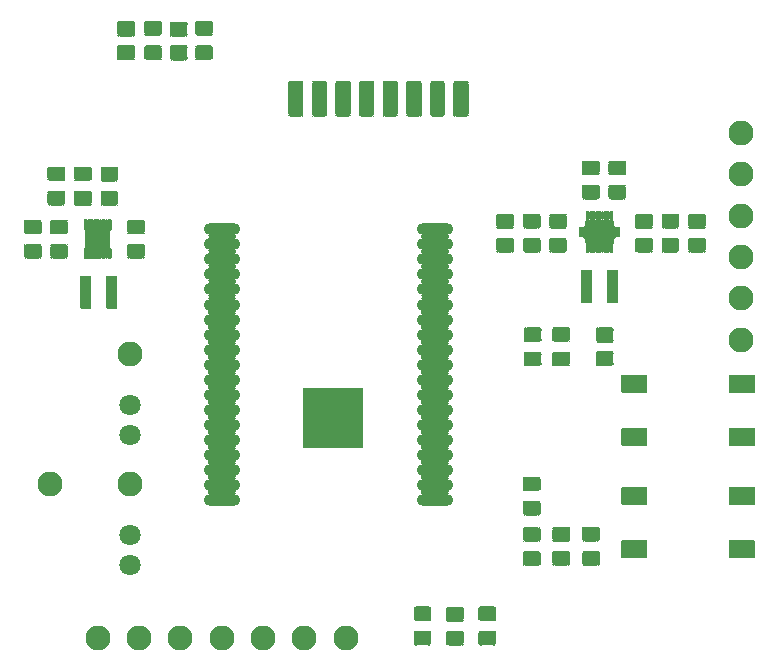
<source format=gts>
G04 #@! TF.GenerationSoftware,KiCad,Pcbnew,(5.1.7)-1*
G04 #@! TF.CreationDate,2020-10-28T11:25:42+01:00*
G04 #@! TF.ProjectId,E-Ink,452d496e-6b2e-46b6-9963-61645f706362,rev?*
G04 #@! TF.SameCoordinates,Original*
G04 #@! TF.FileFunction,Soldermask,Top*
G04 #@! TF.FilePolarity,Negative*
%FSLAX46Y46*%
G04 Gerber Fmt 4.6, Leading zero omitted, Abs format (unit mm)*
G04 Created by KiCad (PCBNEW (5.1.7)-1) date 2020-10-28 11:25:42*
%MOMM*%
%LPD*%
G01*
G04 APERTURE LIST*
%ADD10C,2.122000*%
%ADD11C,0.902000*%
%ADD12O,3.102000X1.002000*%
%ADD13C,1.802000*%
%ADD14C,0.100000*%
G04 APERTURE END LIST*
D10*
X111050000Y-84520000D03*
D11*
X130260000Y-80910000D03*
G36*
G01*
X130811000Y-76400000D02*
X130811000Y-81400000D01*
G75*
G02*
X130760000Y-81451000I-51000J0D01*
G01*
X125760000Y-81451000D01*
G75*
G02*
X125709000Y-81400000I0J51000D01*
G01*
X125709000Y-76400000D01*
G75*
G02*
X125760000Y-76349000I51000J0D01*
G01*
X130760000Y-76349000D01*
G75*
G02*
X130811000Y-76400000I0J-51000D01*
G01*
G37*
D12*
X136860000Y-85820000D03*
X136860000Y-84550000D03*
X136860000Y-83280000D03*
X136860000Y-82010000D03*
X136860000Y-80740000D03*
X136860000Y-79470000D03*
X136860000Y-78200000D03*
X136860000Y-76930000D03*
X136860000Y-75660000D03*
X136860000Y-74390000D03*
X136860000Y-73120000D03*
X136860000Y-71850000D03*
X136860000Y-70580000D03*
X136860000Y-69310000D03*
X136860000Y-68010000D03*
X136860000Y-66740000D03*
X136860000Y-65470000D03*
X136860000Y-64200000D03*
X136860000Y-62930000D03*
X118860000Y-62930000D03*
X118860000Y-64200000D03*
X118860000Y-65470000D03*
X118860000Y-66740000D03*
X118860000Y-68010000D03*
X118830000Y-69310000D03*
X118830000Y-70580000D03*
X118830000Y-71850000D03*
X118830000Y-73120000D03*
X118830000Y-74390000D03*
X118830000Y-75660000D03*
X118830000Y-76930000D03*
X118830000Y-78200000D03*
X118830000Y-79470000D03*
X118830000Y-80740000D03*
X118830000Y-82010000D03*
X118830000Y-83280000D03*
X118830000Y-84550000D03*
X118830000Y-85820000D03*
D11*
X130260000Y-79910000D03*
X130260000Y-78910000D03*
X130260000Y-77910000D03*
X130260000Y-76910000D03*
X129260000Y-76910000D03*
X129260000Y-77910000D03*
X129260000Y-78910000D03*
X129260000Y-79910000D03*
X129260000Y-80910000D03*
X127260000Y-80910000D03*
X127260000Y-79910000D03*
X127260000Y-78910000D03*
X127260000Y-77910000D03*
X127260000Y-76910000D03*
X128260000Y-76910000D03*
X128260000Y-77910000D03*
X128260000Y-78910000D03*
X128260000Y-79910000D03*
X128260000Y-80910000D03*
X126260000Y-76910000D03*
X126260000Y-77910000D03*
X126260000Y-78910000D03*
X126260000Y-79910000D03*
X126260000Y-80910000D03*
G36*
G01*
X150748248Y-73236000D02*
X151707752Y-73236000D01*
G75*
G02*
X151979000Y-73507248I0J-271248D01*
G01*
X151979000Y-74266752D01*
G75*
G02*
X151707752Y-74538000I-271248J0D01*
G01*
X150748248Y-74538000D01*
G75*
G02*
X150477000Y-74266752I0J271248D01*
G01*
X150477000Y-73507248D01*
G75*
G02*
X150748248Y-73236000I271248J0D01*
G01*
G37*
G36*
G01*
X150748248Y-71236000D02*
X151707752Y-71236000D01*
G75*
G02*
X151979000Y-71507248I0J-271248D01*
G01*
X151979000Y-72266752D01*
G75*
G02*
X151707752Y-72538000I-271248J0D01*
G01*
X150748248Y-72538000D01*
G75*
G02*
X150477000Y-72266752I0J271248D01*
G01*
X150477000Y-71507248D01*
G75*
G02*
X150748248Y-71236000I271248J0D01*
G01*
G37*
G36*
G01*
X115639752Y-46646000D02*
X114680248Y-46646000D01*
G75*
G02*
X114409000Y-46374752I0J271248D01*
G01*
X114409000Y-45615248D01*
G75*
G02*
X114680248Y-45344000I271248J0D01*
G01*
X115639752Y-45344000D01*
G75*
G02*
X115911000Y-45615248I0J-271248D01*
G01*
X115911000Y-46374752D01*
G75*
G02*
X115639752Y-46646000I-271248J0D01*
G01*
G37*
G36*
G01*
X115639752Y-48646000D02*
X114680248Y-48646000D01*
G75*
G02*
X114409000Y-48374752I0J271248D01*
G01*
X114409000Y-47615248D01*
G75*
G02*
X114680248Y-47344000I271248J0D01*
G01*
X115639752Y-47344000D01*
G75*
G02*
X115911000Y-47615248I0J-271248D01*
G01*
X115911000Y-48374752D01*
G75*
G02*
X115639752Y-48646000I-271248J0D01*
G01*
G37*
G36*
G01*
X111194752Y-46630000D02*
X110235248Y-46630000D01*
G75*
G02*
X109964000Y-46358752I0J271248D01*
G01*
X109964000Y-45599248D01*
G75*
G02*
X110235248Y-45328000I271248J0D01*
G01*
X111194752Y-45328000D01*
G75*
G02*
X111466000Y-45599248I0J-271248D01*
G01*
X111466000Y-46358752D01*
G75*
G02*
X111194752Y-46630000I-271248J0D01*
G01*
G37*
G36*
G01*
X111194752Y-48630000D02*
X110235248Y-48630000D01*
G75*
G02*
X109964000Y-48358752I0J271248D01*
G01*
X109964000Y-47599248D01*
G75*
G02*
X110235248Y-47328000I271248J0D01*
G01*
X111194752Y-47328000D01*
G75*
G02*
X111466000Y-47599248I0J-271248D01*
G01*
X111466000Y-48358752D01*
G75*
G02*
X111194752Y-48630000I-271248J0D01*
G01*
G37*
G36*
G01*
X109433000Y-62946000D02*
X109183000Y-62946000D01*
G75*
G02*
X109132000Y-62895000I0J51000D01*
G01*
X109132000Y-62145000D01*
G75*
G02*
X109183000Y-62094000I51000J0D01*
G01*
X109433000Y-62094000D01*
G75*
G02*
X109484000Y-62145000I0J-51000D01*
G01*
X109484000Y-62895000D01*
G75*
G02*
X109433000Y-62946000I-51000J0D01*
G01*
G37*
G36*
G01*
X109433000Y-65446000D02*
X109183000Y-65446000D01*
G75*
G02*
X109132000Y-65395000I0J51000D01*
G01*
X109132000Y-64645000D01*
G75*
G02*
X109183000Y-64594000I51000J0D01*
G01*
X109433000Y-64594000D01*
G75*
G02*
X109484000Y-64645000I0J-51000D01*
G01*
X109484000Y-65395000D01*
G75*
G02*
X109433000Y-65446000I-51000J0D01*
G01*
G37*
G36*
G01*
X108425000Y-65446000D02*
X108175000Y-65446000D01*
G75*
G02*
X108124000Y-65395000I0J51000D01*
G01*
X108124000Y-64645000D01*
G75*
G02*
X108175000Y-64594000I51000J0D01*
G01*
X108425000Y-64594000D01*
G75*
G02*
X108476000Y-64645000I0J-51000D01*
G01*
X108476000Y-65395000D01*
G75*
G02*
X108425000Y-65446000I-51000J0D01*
G01*
G37*
G36*
G01*
X107925000Y-62946000D02*
X107675000Y-62946000D01*
G75*
G02*
X107624000Y-62895000I0J51000D01*
G01*
X107624000Y-62145000D01*
G75*
G02*
X107675000Y-62094000I51000J0D01*
G01*
X107925000Y-62094000D01*
G75*
G02*
X107976000Y-62145000I0J-51000D01*
G01*
X107976000Y-62895000D01*
G75*
G02*
X107925000Y-62946000I-51000J0D01*
G01*
G37*
G36*
G01*
X107425000Y-62946000D02*
X107175000Y-62946000D01*
G75*
G02*
X107124000Y-62895000I0J51000D01*
G01*
X107124000Y-62145000D01*
G75*
G02*
X107175000Y-62094000I51000J0D01*
G01*
X107425000Y-62094000D01*
G75*
G02*
X107476000Y-62145000I0J-51000D01*
G01*
X107476000Y-62895000D01*
G75*
G02*
X107425000Y-62946000I-51000J0D01*
G01*
G37*
G36*
G01*
X109304001Y-64425000D02*
X107303999Y-64425000D01*
G75*
G02*
X107253000Y-64374001I0J50999D01*
G01*
X107253000Y-63173999D01*
G75*
G02*
X107303999Y-63123000I50999J0D01*
G01*
X109304001Y-63123000D01*
G75*
G02*
X109355000Y-63173999I0J-50999D01*
G01*
X109355000Y-64374001D01*
G75*
G02*
X109304001Y-64425000I-50999J0D01*
G01*
G37*
G36*
G01*
X107425000Y-65446000D02*
X107175000Y-65446000D01*
G75*
G02*
X107124000Y-65395000I0J51000D01*
G01*
X107124000Y-64645000D01*
G75*
G02*
X107175000Y-64594000I51000J0D01*
G01*
X107425000Y-64594000D01*
G75*
G02*
X107476000Y-64645000I0J-51000D01*
G01*
X107476000Y-65395000D01*
G75*
G02*
X107425000Y-65446000I-51000J0D01*
G01*
G37*
G36*
G01*
X107925000Y-65446000D02*
X107675000Y-65446000D01*
G75*
G02*
X107624000Y-65395000I0J51000D01*
G01*
X107624000Y-64645000D01*
G75*
G02*
X107675000Y-64594000I51000J0D01*
G01*
X107925000Y-64594000D01*
G75*
G02*
X107976000Y-64645000I0J-51000D01*
G01*
X107976000Y-65395000D01*
G75*
G02*
X107925000Y-65446000I-51000J0D01*
G01*
G37*
G36*
G01*
X108925000Y-65446000D02*
X108675000Y-65446000D01*
G75*
G02*
X108624000Y-65395000I0J51000D01*
G01*
X108624000Y-64645000D01*
G75*
G02*
X108675000Y-64594000I51000J0D01*
G01*
X108925000Y-64594000D01*
G75*
G02*
X108976000Y-64645000I0J-51000D01*
G01*
X108976000Y-65395000D01*
G75*
G02*
X108925000Y-65446000I-51000J0D01*
G01*
G37*
G36*
G01*
X108925000Y-62946000D02*
X108675000Y-62946000D01*
G75*
G02*
X108624000Y-62895000I0J51000D01*
G01*
X108624000Y-62145000D01*
G75*
G02*
X108675000Y-62094000I51000J0D01*
G01*
X108925000Y-62094000D01*
G75*
G02*
X108976000Y-62145000I0J-51000D01*
G01*
X108976000Y-62895000D01*
G75*
G02*
X108925000Y-62946000I-51000J0D01*
G01*
G37*
G36*
G01*
X108425000Y-62946000D02*
X108175000Y-62946000D01*
G75*
G02*
X108124000Y-62895000I0J51000D01*
G01*
X108124000Y-62145000D01*
G75*
G02*
X108175000Y-62094000I51000J0D01*
G01*
X108425000Y-62094000D01*
G75*
G02*
X108476000Y-62145000I0J-51000D01*
G01*
X108476000Y-62895000D01*
G75*
G02*
X108425000Y-62946000I-51000J0D01*
G01*
G37*
G36*
G01*
X157278828Y-62871000D02*
X156321172Y-62871000D01*
G75*
G02*
X156049000Y-62598828I0J272172D01*
G01*
X156049000Y-61891172D01*
G75*
G02*
X156321172Y-61619000I272172J0D01*
G01*
X157278828Y-61619000D01*
G75*
G02*
X157551000Y-61891172I0J-272172D01*
G01*
X157551000Y-62598828D01*
G75*
G02*
X157278828Y-62871000I-272172J0D01*
G01*
G37*
G36*
G01*
X157278828Y-64921000D02*
X156321172Y-64921000D01*
G75*
G02*
X156049000Y-64648828I0J272172D01*
G01*
X156049000Y-63941172D01*
G75*
G02*
X156321172Y-63669000I272172J0D01*
G01*
X157278828Y-63669000D01*
G75*
G02*
X157551000Y-63941172I0J-272172D01*
G01*
X157551000Y-64648828D01*
G75*
G02*
X157278828Y-64921000I-272172J0D01*
G01*
G37*
G36*
G01*
X155028828Y-62871000D02*
X154071172Y-62871000D01*
G75*
G02*
X153799000Y-62598828I0J272172D01*
G01*
X153799000Y-61891172D01*
G75*
G02*
X154071172Y-61619000I272172J0D01*
G01*
X155028828Y-61619000D01*
G75*
G02*
X155301000Y-61891172I0J-272172D01*
G01*
X155301000Y-62598828D01*
G75*
G02*
X155028828Y-62871000I-272172J0D01*
G01*
G37*
G36*
G01*
X155028828Y-64921000D02*
X154071172Y-64921000D01*
G75*
G02*
X153799000Y-64648828I0J272172D01*
G01*
X153799000Y-63941172D01*
G75*
G02*
X154071172Y-63669000I272172J0D01*
G01*
X155028828Y-63669000D01*
G75*
G02*
X155301000Y-63941172I0J-272172D01*
G01*
X155301000Y-64648828D01*
G75*
G02*
X155028828Y-64921000I-272172J0D01*
G01*
G37*
G36*
G01*
X112028828Y-63371000D02*
X111071172Y-63371000D01*
G75*
G02*
X110799000Y-63098828I0J272172D01*
G01*
X110799000Y-62391172D01*
G75*
G02*
X111071172Y-62119000I272172J0D01*
G01*
X112028828Y-62119000D01*
G75*
G02*
X112301000Y-62391172I0J-272172D01*
G01*
X112301000Y-63098828D01*
G75*
G02*
X112028828Y-63371000I-272172J0D01*
G01*
G37*
G36*
G01*
X112028828Y-65421000D02*
X111071172Y-65421000D01*
G75*
G02*
X110799000Y-65148828I0J272172D01*
G01*
X110799000Y-64441172D01*
G75*
G02*
X111071172Y-64169000I272172J0D01*
G01*
X112028828Y-64169000D01*
G75*
G02*
X112301000Y-64441172I0J-272172D01*
G01*
X112301000Y-65148828D01*
G75*
G02*
X112028828Y-65421000I-272172J0D01*
G01*
G37*
G36*
G01*
X107528828Y-58871000D02*
X106571172Y-58871000D01*
G75*
G02*
X106299000Y-58598828I0J272172D01*
G01*
X106299000Y-57891172D01*
G75*
G02*
X106571172Y-57619000I272172J0D01*
G01*
X107528828Y-57619000D01*
G75*
G02*
X107801000Y-57891172I0J-272172D01*
G01*
X107801000Y-58598828D01*
G75*
G02*
X107528828Y-58871000I-272172J0D01*
G01*
G37*
G36*
G01*
X107528828Y-60921000D02*
X106571172Y-60921000D01*
G75*
G02*
X106299000Y-60648828I0J272172D01*
G01*
X106299000Y-59941172D01*
G75*
G02*
X106571172Y-59669000I272172J0D01*
G01*
X107528828Y-59669000D01*
G75*
G02*
X107801000Y-59941172I0J-272172D01*
G01*
X107801000Y-60648828D01*
G75*
G02*
X107528828Y-60921000I-272172J0D01*
G01*
G37*
G36*
G01*
X105278828Y-58871000D02*
X104321172Y-58871000D01*
G75*
G02*
X104049000Y-58598828I0J272172D01*
G01*
X104049000Y-57891172D01*
G75*
G02*
X104321172Y-57619000I272172J0D01*
G01*
X105278828Y-57619000D01*
G75*
G02*
X105551000Y-57891172I0J-272172D01*
G01*
X105551000Y-58598828D01*
G75*
G02*
X105278828Y-58871000I-272172J0D01*
G01*
G37*
G36*
G01*
X105278828Y-60921000D02*
X104321172Y-60921000D01*
G75*
G02*
X104049000Y-60648828I0J272172D01*
G01*
X104049000Y-59941172D01*
G75*
G02*
X104321172Y-59669000I272172J0D01*
G01*
X105278828Y-59669000D01*
G75*
G02*
X105551000Y-59941172I0J-272172D01*
G01*
X105551000Y-60648828D01*
G75*
G02*
X105278828Y-60921000I-272172J0D01*
G01*
G37*
G36*
G01*
X145528828Y-62871000D02*
X144571172Y-62871000D01*
G75*
G02*
X144299000Y-62598828I0J272172D01*
G01*
X144299000Y-61891172D01*
G75*
G02*
X144571172Y-61619000I272172J0D01*
G01*
X145528828Y-61619000D01*
G75*
G02*
X145801000Y-61891172I0J-272172D01*
G01*
X145801000Y-62598828D01*
G75*
G02*
X145528828Y-62871000I-272172J0D01*
G01*
G37*
G36*
G01*
X145528828Y-64921000D02*
X144571172Y-64921000D01*
G75*
G02*
X144299000Y-64648828I0J272172D01*
G01*
X144299000Y-63941172D01*
G75*
G02*
X144571172Y-63669000I272172J0D01*
G01*
X145528828Y-63669000D01*
G75*
G02*
X145801000Y-63941172I0J-272172D01*
G01*
X145801000Y-64648828D01*
G75*
G02*
X145528828Y-64921000I-272172J0D01*
G01*
G37*
G36*
G01*
X103278828Y-63371000D02*
X102321172Y-63371000D01*
G75*
G02*
X102049000Y-63098828I0J272172D01*
G01*
X102049000Y-62391172D01*
G75*
G02*
X102321172Y-62119000I272172J0D01*
G01*
X103278828Y-62119000D01*
G75*
G02*
X103551000Y-62391172I0J-272172D01*
G01*
X103551000Y-63098828D01*
G75*
G02*
X103278828Y-63371000I-272172J0D01*
G01*
G37*
G36*
G01*
X103278828Y-65421000D02*
X102321172Y-65421000D01*
G75*
G02*
X102049000Y-65148828I0J272172D01*
G01*
X102049000Y-64441172D01*
G75*
G02*
X102321172Y-64169000I272172J0D01*
G01*
X103278828Y-64169000D01*
G75*
G02*
X103551000Y-64441172I0J-272172D01*
G01*
X103551000Y-65148828D01*
G75*
G02*
X103278828Y-65421000I-272172J0D01*
G01*
G37*
G36*
G01*
X143278828Y-62871000D02*
X142321172Y-62871000D01*
G75*
G02*
X142049000Y-62598828I0J272172D01*
G01*
X142049000Y-61891172D01*
G75*
G02*
X142321172Y-61619000I272172J0D01*
G01*
X143278828Y-61619000D01*
G75*
G02*
X143551000Y-61891172I0J-272172D01*
G01*
X143551000Y-62598828D01*
G75*
G02*
X143278828Y-62871000I-272172J0D01*
G01*
G37*
G36*
G01*
X143278828Y-64921000D02*
X142321172Y-64921000D01*
G75*
G02*
X142049000Y-64648828I0J272172D01*
G01*
X142049000Y-63941172D01*
G75*
G02*
X142321172Y-63669000I272172J0D01*
G01*
X143278828Y-63669000D01*
G75*
G02*
X143551000Y-63941172I0J-272172D01*
G01*
X143551000Y-64648828D01*
G75*
G02*
X143278828Y-64921000I-272172J0D01*
G01*
G37*
G36*
G01*
X105528828Y-63371000D02*
X104571172Y-63371000D01*
G75*
G02*
X104299000Y-63098828I0J272172D01*
G01*
X104299000Y-62391172D01*
G75*
G02*
X104571172Y-62119000I272172J0D01*
G01*
X105528828Y-62119000D01*
G75*
G02*
X105801000Y-62391172I0J-272172D01*
G01*
X105801000Y-63098828D01*
G75*
G02*
X105528828Y-63371000I-272172J0D01*
G01*
G37*
G36*
G01*
X105528828Y-65421000D02*
X104571172Y-65421000D01*
G75*
G02*
X104299000Y-65148828I0J272172D01*
G01*
X104299000Y-64441172D01*
G75*
G02*
X104571172Y-64169000I272172J0D01*
G01*
X105528828Y-64169000D01*
G75*
G02*
X105801000Y-64441172I0J-272172D01*
G01*
X105801000Y-65148828D01*
G75*
G02*
X105528828Y-65421000I-272172J0D01*
G01*
G37*
G36*
G01*
X147778828Y-62871000D02*
X146821172Y-62871000D01*
G75*
G02*
X146549000Y-62598828I0J272172D01*
G01*
X146549000Y-61891172D01*
G75*
G02*
X146821172Y-61619000I272172J0D01*
G01*
X147778828Y-61619000D01*
G75*
G02*
X148051000Y-61891172I0J-272172D01*
G01*
X148051000Y-62598828D01*
G75*
G02*
X147778828Y-62871000I-272172J0D01*
G01*
G37*
G36*
G01*
X147778828Y-64921000D02*
X146821172Y-64921000D01*
G75*
G02*
X146549000Y-64648828I0J272172D01*
G01*
X146549000Y-63941172D01*
G75*
G02*
X146821172Y-63669000I272172J0D01*
G01*
X147778828Y-63669000D01*
G75*
G02*
X148051000Y-63941172I0J-272172D01*
G01*
X148051000Y-64648828D01*
G75*
G02*
X147778828Y-64921000I-272172J0D01*
G01*
G37*
G36*
G01*
X112522172Y-47369000D02*
X113479828Y-47369000D01*
G75*
G02*
X113752000Y-47641172I0J-272172D01*
G01*
X113752000Y-48348828D01*
G75*
G02*
X113479828Y-48621000I-272172J0D01*
G01*
X112522172Y-48621000D01*
G75*
G02*
X112250000Y-48348828I0J272172D01*
G01*
X112250000Y-47641172D01*
G75*
G02*
X112522172Y-47369000I272172J0D01*
G01*
G37*
G36*
G01*
X112522172Y-45319000D02*
X113479828Y-45319000D01*
G75*
G02*
X113752000Y-45591172I0J-272172D01*
G01*
X113752000Y-46298828D01*
G75*
G02*
X113479828Y-46571000I-272172J0D01*
G01*
X112522172Y-46571000D01*
G75*
G02*
X112250000Y-46298828I0J272172D01*
G01*
X112250000Y-45591172D01*
G75*
G02*
X112522172Y-45319000I272172J0D01*
G01*
G37*
G36*
G01*
X117778828Y-46571000D02*
X116821172Y-46571000D01*
G75*
G02*
X116549000Y-46298828I0J272172D01*
G01*
X116549000Y-45591172D01*
G75*
G02*
X116821172Y-45319000I272172J0D01*
G01*
X117778828Y-45319000D01*
G75*
G02*
X118051000Y-45591172I0J-272172D01*
G01*
X118051000Y-46298828D01*
G75*
G02*
X117778828Y-46571000I-272172J0D01*
G01*
G37*
G36*
G01*
X117778828Y-48621000D02*
X116821172Y-48621000D01*
G75*
G02*
X116549000Y-48348828I0J272172D01*
G01*
X116549000Y-47641172D01*
G75*
G02*
X116821172Y-47369000I272172J0D01*
G01*
X117778828Y-47369000D01*
G75*
G02*
X118051000Y-47641172I0J-272172D01*
G01*
X118051000Y-48348828D01*
G75*
G02*
X117778828Y-48621000I-272172J0D01*
G01*
G37*
G36*
G01*
X147071172Y-90169000D02*
X148028828Y-90169000D01*
G75*
G02*
X148301000Y-90441172I0J-272172D01*
G01*
X148301000Y-91148828D01*
G75*
G02*
X148028828Y-91421000I-272172J0D01*
G01*
X147071172Y-91421000D01*
G75*
G02*
X146799000Y-91148828I0J272172D01*
G01*
X146799000Y-90441172D01*
G75*
G02*
X147071172Y-90169000I272172J0D01*
G01*
G37*
G36*
G01*
X147071172Y-88119000D02*
X148028828Y-88119000D01*
G75*
G02*
X148301000Y-88391172I0J-272172D01*
G01*
X148301000Y-89098828D01*
G75*
G02*
X148028828Y-89371000I-272172J0D01*
G01*
X147071172Y-89371000D01*
G75*
G02*
X146799000Y-89098828I0J272172D01*
G01*
X146799000Y-88391172D01*
G75*
G02*
X147071172Y-88119000I272172J0D01*
G01*
G37*
G36*
G01*
X145528828Y-85121000D02*
X144571172Y-85121000D01*
G75*
G02*
X144299000Y-84848828I0J272172D01*
G01*
X144299000Y-84141172D01*
G75*
G02*
X144571172Y-83869000I272172J0D01*
G01*
X145528828Y-83869000D01*
G75*
G02*
X145801000Y-84141172I0J-272172D01*
G01*
X145801000Y-84848828D01*
G75*
G02*
X145528828Y-85121000I-272172J0D01*
G01*
G37*
G36*
G01*
X145528828Y-87171000D02*
X144571172Y-87171000D01*
G75*
G02*
X144299000Y-86898828I0J272172D01*
G01*
X144299000Y-86191172D01*
G75*
G02*
X144571172Y-85919000I272172J0D01*
G01*
X145528828Y-85919000D01*
G75*
G02*
X145801000Y-86191172I0J-272172D01*
G01*
X145801000Y-86898828D01*
G75*
G02*
X145528828Y-87171000I-272172J0D01*
G01*
G37*
G36*
G01*
X135321172Y-96919000D02*
X136278828Y-96919000D01*
G75*
G02*
X136551000Y-97191172I0J-272172D01*
G01*
X136551000Y-97898828D01*
G75*
G02*
X136278828Y-98171000I-272172J0D01*
G01*
X135321172Y-98171000D01*
G75*
G02*
X135049000Y-97898828I0J272172D01*
G01*
X135049000Y-97191172D01*
G75*
G02*
X135321172Y-96919000I272172J0D01*
G01*
G37*
G36*
G01*
X135321172Y-94869000D02*
X136278828Y-94869000D01*
G75*
G02*
X136551000Y-95141172I0J-272172D01*
G01*
X136551000Y-95848828D01*
G75*
G02*
X136278828Y-96121000I-272172J0D01*
G01*
X135321172Y-96121000D01*
G75*
G02*
X135049000Y-95848828I0J272172D01*
G01*
X135049000Y-95141172D01*
G75*
G02*
X135321172Y-94869000I272172J0D01*
G01*
G37*
G36*
G01*
X138071172Y-96944000D02*
X139028828Y-96944000D01*
G75*
G02*
X139301000Y-97216172I0J-272172D01*
G01*
X139301000Y-97923828D01*
G75*
G02*
X139028828Y-98196000I-272172J0D01*
G01*
X138071172Y-98196000D01*
G75*
G02*
X137799000Y-97923828I0J272172D01*
G01*
X137799000Y-97216172D01*
G75*
G02*
X138071172Y-96944000I272172J0D01*
G01*
G37*
G36*
G01*
X138071172Y-94894000D02*
X139028828Y-94894000D01*
G75*
G02*
X139301000Y-95166172I0J-272172D01*
G01*
X139301000Y-95873828D01*
G75*
G02*
X139028828Y-96146000I-272172J0D01*
G01*
X138071172Y-96146000D01*
G75*
G02*
X137799000Y-95873828I0J272172D01*
G01*
X137799000Y-95166172D01*
G75*
G02*
X138071172Y-94894000I272172J0D01*
G01*
G37*
G36*
G01*
X140821172Y-96919000D02*
X141778828Y-96919000D01*
G75*
G02*
X142051000Y-97191172I0J-272172D01*
G01*
X142051000Y-97898828D01*
G75*
G02*
X141778828Y-98171000I-272172J0D01*
G01*
X140821172Y-98171000D01*
G75*
G02*
X140549000Y-97898828I0J272172D01*
G01*
X140549000Y-97191172D01*
G75*
G02*
X140821172Y-96919000I272172J0D01*
G01*
G37*
G36*
G01*
X140821172Y-94869000D02*
X141778828Y-94869000D01*
G75*
G02*
X142051000Y-95141172I0J-272172D01*
G01*
X142051000Y-95848828D01*
G75*
G02*
X141778828Y-96121000I-272172J0D01*
G01*
X140821172Y-96121000D01*
G75*
G02*
X140549000Y-95848828I0J272172D01*
G01*
X140549000Y-95141172D01*
G75*
G02*
X140821172Y-94869000I272172J0D01*
G01*
G37*
G36*
G01*
X149571172Y-90169000D02*
X150528828Y-90169000D01*
G75*
G02*
X150801000Y-90441172I0J-272172D01*
G01*
X150801000Y-91148828D01*
G75*
G02*
X150528828Y-91421000I-272172J0D01*
G01*
X149571172Y-91421000D01*
G75*
G02*
X149299000Y-91148828I0J272172D01*
G01*
X149299000Y-90441172D01*
G75*
G02*
X149571172Y-90169000I272172J0D01*
G01*
G37*
G36*
G01*
X149571172Y-88119000D02*
X150528828Y-88119000D01*
G75*
G02*
X150801000Y-88391172I0J-272172D01*
G01*
X150801000Y-89098828D01*
G75*
G02*
X150528828Y-89371000I-272172J0D01*
G01*
X149571172Y-89371000D01*
G75*
G02*
X149299000Y-89098828I0J272172D01*
G01*
X149299000Y-88391172D01*
G75*
G02*
X149571172Y-88119000I272172J0D01*
G01*
G37*
G36*
G01*
X145610828Y-72488000D02*
X144653172Y-72488000D01*
G75*
G02*
X144381000Y-72215828I0J272172D01*
G01*
X144381000Y-71508172D01*
G75*
G02*
X144653172Y-71236000I272172J0D01*
G01*
X145610828Y-71236000D01*
G75*
G02*
X145883000Y-71508172I0J-272172D01*
G01*
X145883000Y-72215828D01*
G75*
G02*
X145610828Y-72488000I-272172J0D01*
G01*
G37*
G36*
G01*
X145610828Y-74538000D02*
X144653172Y-74538000D01*
G75*
G02*
X144381000Y-74265828I0J272172D01*
G01*
X144381000Y-73558172D01*
G75*
G02*
X144653172Y-73286000I272172J0D01*
G01*
X145610828Y-73286000D01*
G75*
G02*
X145883000Y-73558172I0J-272172D01*
G01*
X145883000Y-74265828D01*
G75*
G02*
X145610828Y-74538000I-272172J0D01*
G01*
G37*
G36*
G01*
X138754500Y-50341500D02*
X139405500Y-50341500D01*
G75*
G02*
X139731000Y-50667000I0J-325500D01*
G01*
X139731000Y-53118000D01*
G75*
G02*
X139405500Y-53443500I-325500J0D01*
G01*
X138754500Y-53443500D01*
G75*
G02*
X138429000Y-53118000I0J325500D01*
G01*
X138429000Y-50667000D01*
G75*
G02*
X138754500Y-50341500I325500J0D01*
G01*
G37*
G36*
G01*
X136754500Y-50341500D02*
X137405500Y-50341500D01*
G75*
G02*
X137731000Y-50667000I0J-325500D01*
G01*
X137731000Y-53118000D01*
G75*
G02*
X137405500Y-53443500I-325500J0D01*
G01*
X136754500Y-53443500D01*
G75*
G02*
X136429000Y-53118000I0J325500D01*
G01*
X136429000Y-50667000D01*
G75*
G02*
X136754500Y-50341500I325500J0D01*
G01*
G37*
G36*
G01*
X134754500Y-50341500D02*
X135405500Y-50341500D01*
G75*
G02*
X135731000Y-50667000I0J-325500D01*
G01*
X135731000Y-53118000D01*
G75*
G02*
X135405500Y-53443500I-325500J0D01*
G01*
X134754500Y-53443500D01*
G75*
G02*
X134429000Y-53118000I0J325500D01*
G01*
X134429000Y-50667000D01*
G75*
G02*
X134754500Y-50341500I325500J0D01*
G01*
G37*
G36*
G01*
X132754500Y-50341500D02*
X133405500Y-50341500D01*
G75*
G02*
X133731000Y-50667000I0J-325500D01*
G01*
X133731000Y-53118000D01*
G75*
G02*
X133405500Y-53443500I-325500J0D01*
G01*
X132754500Y-53443500D01*
G75*
G02*
X132429000Y-53118000I0J325500D01*
G01*
X132429000Y-50667000D01*
G75*
G02*
X132754500Y-50341500I325500J0D01*
G01*
G37*
G36*
G01*
X130754500Y-50341500D02*
X131405500Y-50341500D01*
G75*
G02*
X131731000Y-50667000I0J-325500D01*
G01*
X131731000Y-53118000D01*
G75*
G02*
X131405500Y-53443500I-325500J0D01*
G01*
X130754500Y-53443500D01*
G75*
G02*
X130429000Y-53118000I0J325500D01*
G01*
X130429000Y-50667000D01*
G75*
G02*
X130754500Y-50341500I325500J0D01*
G01*
G37*
G36*
G01*
X128754500Y-50341500D02*
X129405500Y-50341500D01*
G75*
G02*
X129731000Y-50667000I0J-325500D01*
G01*
X129731000Y-53118000D01*
G75*
G02*
X129405500Y-53443500I-325500J0D01*
G01*
X128754500Y-53443500D01*
G75*
G02*
X128429000Y-53118000I0J325500D01*
G01*
X128429000Y-50667000D01*
G75*
G02*
X128754500Y-50341500I325500J0D01*
G01*
G37*
G36*
G01*
X126754500Y-50341500D02*
X127405500Y-50341500D01*
G75*
G02*
X127731000Y-50667000I0J-325500D01*
G01*
X127731000Y-53118000D01*
G75*
G02*
X127405500Y-53443500I-325500J0D01*
G01*
X126754500Y-53443500D01*
G75*
G02*
X126429000Y-53118000I0J325500D01*
G01*
X126429000Y-50667000D01*
G75*
G02*
X126754500Y-50341500I325500J0D01*
G01*
G37*
G36*
G01*
X124754500Y-50341500D02*
X125405500Y-50341500D01*
G75*
G02*
X125731000Y-50667000I0J-325500D01*
G01*
X125731000Y-53118000D01*
G75*
G02*
X125405500Y-53443500I-325500J0D01*
G01*
X124754500Y-53443500D01*
G75*
G02*
X124429000Y-53118000I0J325500D01*
G01*
X124429000Y-50667000D01*
G75*
G02*
X124754500Y-50341500I325500J0D01*
G01*
G37*
D13*
X111060000Y-77820000D03*
X111040000Y-80360000D03*
G36*
G01*
X109951000Y-66920000D02*
X109951000Y-69620000D01*
G75*
G02*
X109900000Y-69671000I-51000J0D01*
G01*
X109100000Y-69671000D01*
G75*
G02*
X109049000Y-69620000I0J51000D01*
G01*
X109049000Y-66920000D01*
G75*
G02*
X109100000Y-66869000I51000J0D01*
G01*
X109900000Y-66869000D01*
G75*
G02*
X109951000Y-66920000I0J-51000D01*
G01*
G37*
G36*
G01*
X107751000Y-66920000D02*
X107751000Y-69620000D01*
G75*
G02*
X107700000Y-69671000I-51000J0D01*
G01*
X106900000Y-69671000D01*
G75*
G02*
X106849000Y-69620000I0J51000D01*
G01*
X106849000Y-66920000D01*
G75*
G02*
X106900000Y-66869000I51000J0D01*
G01*
X107700000Y-66869000D01*
G75*
G02*
X107751000Y-66920000I0J-51000D01*
G01*
G37*
G36*
G01*
X152351000Y-66420000D02*
X152351000Y-69120000D01*
G75*
G02*
X152300000Y-69171000I-51000J0D01*
G01*
X151500000Y-69171000D01*
G75*
G02*
X151449000Y-69120000I0J51000D01*
G01*
X151449000Y-66420000D01*
G75*
G02*
X151500000Y-66369000I51000J0D01*
G01*
X152300000Y-66369000D01*
G75*
G02*
X152351000Y-66420000I0J-51000D01*
G01*
G37*
G36*
G01*
X150151000Y-66420000D02*
X150151000Y-69120000D01*
G75*
G02*
X150100000Y-69171000I-51000J0D01*
G01*
X149300000Y-69171000D01*
G75*
G02*
X149249000Y-69120000I0J51000D01*
G01*
X149249000Y-66420000D01*
G75*
G02*
X149300000Y-66369000I51000J0D01*
G01*
X150100000Y-66369000D01*
G75*
G02*
X150151000Y-66420000I0J-51000D01*
G01*
G37*
X111060000Y-88820000D03*
X111040000Y-91360000D03*
G36*
G01*
X152778828Y-58371000D02*
X151821172Y-58371000D01*
G75*
G02*
X151549000Y-58098828I0J272172D01*
G01*
X151549000Y-57391172D01*
G75*
G02*
X151821172Y-57119000I272172J0D01*
G01*
X152778828Y-57119000D01*
G75*
G02*
X153051000Y-57391172I0J-272172D01*
G01*
X153051000Y-58098828D01*
G75*
G02*
X152778828Y-58371000I-272172J0D01*
G01*
G37*
G36*
G01*
X152778828Y-60421000D02*
X151821172Y-60421000D01*
G75*
G02*
X151549000Y-60148828I0J272172D01*
G01*
X151549000Y-59441172D01*
G75*
G02*
X151821172Y-59169000I272172J0D01*
G01*
X152778828Y-59169000D01*
G75*
G02*
X153051000Y-59441172I0J-272172D01*
G01*
X153051000Y-60148828D01*
G75*
G02*
X152778828Y-60421000I-272172J0D01*
G01*
G37*
G36*
G01*
X159528828Y-62871000D02*
X158571172Y-62871000D01*
G75*
G02*
X158299000Y-62598828I0J272172D01*
G01*
X158299000Y-61891172D01*
G75*
G02*
X158571172Y-61619000I272172J0D01*
G01*
X159528828Y-61619000D01*
G75*
G02*
X159801000Y-61891172I0J-272172D01*
G01*
X159801000Y-62598828D01*
G75*
G02*
X159528828Y-62871000I-272172J0D01*
G01*
G37*
G36*
G01*
X159528828Y-64921000D02*
X158571172Y-64921000D01*
G75*
G02*
X158299000Y-64648828I0J272172D01*
G01*
X158299000Y-63941172D01*
G75*
G02*
X158571172Y-63669000I272172J0D01*
G01*
X159528828Y-63669000D01*
G75*
G02*
X159801000Y-63941172I0J-272172D01*
G01*
X159801000Y-64648828D01*
G75*
G02*
X159528828Y-64921000I-272172J0D01*
G01*
G37*
G36*
G01*
X109778828Y-58896000D02*
X108821172Y-58896000D01*
G75*
G02*
X108549000Y-58623828I0J272172D01*
G01*
X108549000Y-57916172D01*
G75*
G02*
X108821172Y-57644000I272172J0D01*
G01*
X109778828Y-57644000D01*
G75*
G02*
X110051000Y-57916172I0J-272172D01*
G01*
X110051000Y-58623828D01*
G75*
G02*
X109778828Y-58896000I-272172J0D01*
G01*
G37*
G36*
G01*
X109778828Y-60946000D02*
X108821172Y-60946000D01*
G75*
G02*
X108549000Y-60673828I0J272172D01*
G01*
X108549000Y-59966172D01*
G75*
G02*
X108821172Y-59694000I272172J0D01*
G01*
X109778828Y-59694000D01*
G75*
G02*
X110051000Y-59966172I0J-272172D01*
G01*
X110051000Y-60673828D01*
G75*
G02*
X109778828Y-60946000I-272172J0D01*
G01*
G37*
G36*
G01*
X150528828Y-58371000D02*
X149571172Y-58371000D01*
G75*
G02*
X149299000Y-58098828I0J272172D01*
G01*
X149299000Y-57391172D01*
G75*
G02*
X149571172Y-57119000I272172J0D01*
G01*
X150528828Y-57119000D01*
G75*
G02*
X150801000Y-57391172I0J-272172D01*
G01*
X150801000Y-58098828D01*
G75*
G02*
X150528828Y-58371000I-272172J0D01*
G01*
G37*
G36*
G01*
X150528828Y-60421000D02*
X149571172Y-60421000D01*
G75*
G02*
X149299000Y-60148828I0J272172D01*
G01*
X149299000Y-59441172D01*
G75*
G02*
X149571172Y-59169000I272172J0D01*
G01*
X150528828Y-59169000D01*
G75*
G02*
X150801000Y-59441172I0J-272172D01*
G01*
X150801000Y-60148828D01*
G75*
G02*
X150528828Y-60421000I-272172J0D01*
G01*
G37*
G36*
G01*
X145528828Y-89396000D02*
X144571172Y-89396000D01*
G75*
G02*
X144299000Y-89123828I0J272172D01*
G01*
X144299000Y-88416172D01*
G75*
G02*
X144571172Y-88144000I272172J0D01*
G01*
X145528828Y-88144000D01*
G75*
G02*
X145801000Y-88416172I0J-272172D01*
G01*
X145801000Y-89123828D01*
G75*
G02*
X145528828Y-89396000I-272172J0D01*
G01*
G37*
G36*
G01*
X145528828Y-91446000D02*
X144571172Y-91446000D01*
G75*
G02*
X144299000Y-91173828I0J272172D01*
G01*
X144299000Y-90466172D01*
G75*
G02*
X144571172Y-90194000I272172J0D01*
G01*
X145528828Y-90194000D01*
G75*
G02*
X145801000Y-90466172I0J-272172D01*
G01*
X145801000Y-91173828D01*
G75*
G02*
X145528828Y-91446000I-272172J0D01*
G01*
G37*
G36*
G01*
X147066172Y-73286000D02*
X148023828Y-73286000D01*
G75*
G02*
X148296000Y-73558172I0J-272172D01*
G01*
X148296000Y-74265828D01*
G75*
G02*
X148023828Y-74538000I-272172J0D01*
G01*
X147066172Y-74538000D01*
G75*
G02*
X146794000Y-74265828I0J272172D01*
G01*
X146794000Y-73558172D01*
G75*
G02*
X147066172Y-73286000I272172J0D01*
G01*
G37*
G36*
G01*
X147066172Y-71236000D02*
X148023828Y-71236000D01*
G75*
G02*
X148296000Y-71508172I0J-272172D01*
G01*
X148296000Y-72215828D01*
G75*
G02*
X148023828Y-72488000I-272172J0D01*
G01*
X147066172Y-72488000D01*
G75*
G02*
X146794000Y-72215828I0J272172D01*
G01*
X146794000Y-71508172D01*
G75*
G02*
X147066172Y-71236000I272172J0D01*
G01*
G37*
D14*
G36*
X149049980Y-63285050D02*
G01*
X149052882Y-63275483D01*
X149057595Y-63266666D01*
X149063938Y-63258938D01*
X149071666Y-63252595D01*
X149080483Y-63247882D01*
X149090050Y-63244980D01*
X149100000Y-63244000D01*
X149549000Y-63244000D01*
X149549000Y-63096000D01*
X149100000Y-63096000D01*
X149090050Y-63095020D01*
X149080483Y-63092118D01*
X149071666Y-63087405D01*
X149063938Y-63081062D01*
X149057595Y-63073334D01*
X149052882Y-63064517D01*
X149049980Y-63054950D01*
X149049000Y-63045000D01*
X149049000Y-62795000D01*
X149049980Y-62785050D01*
X149052882Y-62775483D01*
X149057595Y-62766666D01*
X149063938Y-62758938D01*
X149071666Y-62752595D01*
X149080483Y-62747882D01*
X149090050Y-62744980D01*
X149100000Y-62744000D01*
X149549000Y-62744000D01*
X149549000Y-62345000D01*
X149549980Y-62335050D01*
X149552882Y-62325483D01*
X149557595Y-62316666D01*
X149563938Y-62308938D01*
X149571666Y-62302595D01*
X149580483Y-62297882D01*
X149590050Y-62294980D01*
X149600000Y-62294000D01*
X152000000Y-62294000D01*
X152009950Y-62294980D01*
X152019517Y-62297882D01*
X152028334Y-62302595D01*
X152036062Y-62308938D01*
X152042405Y-62316666D01*
X152047118Y-62325483D01*
X152050020Y-62335050D01*
X152051000Y-62345000D01*
X152051000Y-62744000D01*
X152500000Y-62744000D01*
X152509950Y-62744980D01*
X152519517Y-62747882D01*
X152528334Y-62752595D01*
X152536062Y-62758938D01*
X152542405Y-62766666D01*
X152547118Y-62775483D01*
X152550020Y-62785050D01*
X152551000Y-62795000D01*
X152551000Y-63045000D01*
X152550020Y-63054950D01*
X152547118Y-63064517D01*
X152542405Y-63073334D01*
X152536062Y-63081062D01*
X152528334Y-63087405D01*
X152519517Y-63092118D01*
X152509950Y-63095020D01*
X152500000Y-63096000D01*
X152051000Y-63096000D01*
X152051000Y-63244000D01*
X152500000Y-63244000D01*
X152509950Y-63244980D01*
X152519517Y-63247882D01*
X152528334Y-63252595D01*
X152536062Y-63258938D01*
X152542405Y-63266666D01*
X152547118Y-63275483D01*
X152550020Y-63285050D01*
X152551000Y-63295000D01*
X152551000Y-63545000D01*
X152550020Y-63554950D01*
X152547118Y-63564517D01*
X152542405Y-63573334D01*
X152536062Y-63581062D01*
X152528334Y-63587405D01*
X152519517Y-63592118D01*
X152509950Y-63595020D01*
X152500000Y-63596000D01*
X152051000Y-63596000D01*
X152051000Y-63995000D01*
X152050020Y-64004950D01*
X152047118Y-64014517D01*
X152042405Y-64023334D01*
X152036062Y-64031062D01*
X152028334Y-64037405D01*
X152019517Y-64042118D01*
X152009950Y-64045020D01*
X152000000Y-64046000D01*
X149600000Y-64046000D01*
X149590050Y-64045020D01*
X149580483Y-64042118D01*
X149571666Y-64037405D01*
X149563938Y-64031062D01*
X149557595Y-64023334D01*
X149552882Y-64014517D01*
X149549980Y-64004950D01*
X149549000Y-63995000D01*
X149549000Y-63596000D01*
X149100000Y-63596000D01*
X149090050Y-63595020D01*
X149080483Y-63592118D01*
X149071666Y-63587405D01*
X149063938Y-63581062D01*
X149057595Y-63573334D01*
X149052882Y-63564517D01*
X149049980Y-63554950D01*
X149049000Y-63545000D01*
X149049000Y-63295000D01*
X149049980Y-63285050D01*
G37*
G36*
G01*
X149920000Y-62121000D02*
X149680000Y-62121000D01*
G75*
G02*
X149629000Y-62070000I0J51000D01*
G01*
X149629000Y-61470000D01*
G75*
G02*
X149680000Y-61419000I51000J0D01*
G01*
X149920000Y-61419000D01*
G75*
G02*
X149971000Y-61470000I0J-51000D01*
G01*
X149971000Y-62070000D01*
G75*
G02*
X149920000Y-62121000I-51000J0D01*
G01*
G37*
G36*
G01*
X150420000Y-62121000D02*
X150180000Y-62121000D01*
G75*
G02*
X150129000Y-62070000I0J51000D01*
G01*
X150129000Y-61470000D01*
G75*
G02*
X150180000Y-61419000I51000J0D01*
G01*
X150420000Y-61419000D01*
G75*
G02*
X150471000Y-61470000I0J-51000D01*
G01*
X150471000Y-62070000D01*
G75*
G02*
X150420000Y-62121000I-51000J0D01*
G01*
G37*
G36*
G01*
X150920000Y-62121000D02*
X150680000Y-62121000D01*
G75*
G02*
X150629000Y-62070000I0J51000D01*
G01*
X150629000Y-61470000D01*
G75*
G02*
X150680000Y-61419000I51000J0D01*
G01*
X150920000Y-61419000D01*
G75*
G02*
X150971000Y-61470000I0J-51000D01*
G01*
X150971000Y-62070000D01*
G75*
G02*
X150920000Y-62121000I-51000J0D01*
G01*
G37*
G36*
G01*
X151420000Y-62121000D02*
X151180000Y-62121000D01*
G75*
G02*
X151129000Y-62070000I0J51000D01*
G01*
X151129000Y-61470000D01*
G75*
G02*
X151180000Y-61419000I51000J0D01*
G01*
X151420000Y-61419000D01*
G75*
G02*
X151471000Y-61470000I0J-51000D01*
G01*
X151471000Y-62070000D01*
G75*
G02*
X151420000Y-62121000I-51000J0D01*
G01*
G37*
G36*
G01*
X151920000Y-62121000D02*
X151680000Y-62121000D01*
G75*
G02*
X151629000Y-62070000I0J51000D01*
G01*
X151629000Y-61470000D01*
G75*
G02*
X151680000Y-61419000I51000J0D01*
G01*
X151920000Y-61419000D01*
G75*
G02*
X151971000Y-61470000I0J-51000D01*
G01*
X151971000Y-62070000D01*
G75*
G02*
X151920000Y-62121000I-51000J0D01*
G01*
G37*
G36*
G01*
X151920000Y-64921000D02*
X151680000Y-64921000D01*
G75*
G02*
X151629000Y-64870000I0J51000D01*
G01*
X151629000Y-64270000D01*
G75*
G02*
X151680000Y-64219000I51000J0D01*
G01*
X151920000Y-64219000D01*
G75*
G02*
X151971000Y-64270000I0J-51000D01*
G01*
X151971000Y-64870000D01*
G75*
G02*
X151920000Y-64921000I-51000J0D01*
G01*
G37*
G36*
G01*
X151420000Y-64921000D02*
X151180000Y-64921000D01*
G75*
G02*
X151129000Y-64870000I0J51000D01*
G01*
X151129000Y-64270000D01*
G75*
G02*
X151180000Y-64219000I51000J0D01*
G01*
X151420000Y-64219000D01*
G75*
G02*
X151471000Y-64270000I0J-51000D01*
G01*
X151471000Y-64870000D01*
G75*
G02*
X151420000Y-64921000I-51000J0D01*
G01*
G37*
G36*
G01*
X150920000Y-64921000D02*
X150680000Y-64921000D01*
G75*
G02*
X150629000Y-64870000I0J51000D01*
G01*
X150629000Y-64270000D01*
G75*
G02*
X150680000Y-64219000I51000J0D01*
G01*
X150920000Y-64219000D01*
G75*
G02*
X150971000Y-64270000I0J-51000D01*
G01*
X150971000Y-64870000D01*
G75*
G02*
X150920000Y-64921000I-51000J0D01*
G01*
G37*
G36*
G01*
X150420000Y-64921000D02*
X150180000Y-64921000D01*
G75*
G02*
X150129000Y-64870000I0J51000D01*
G01*
X150129000Y-64270000D01*
G75*
G02*
X150180000Y-64219000I51000J0D01*
G01*
X150420000Y-64219000D01*
G75*
G02*
X150471000Y-64270000I0J-51000D01*
G01*
X150471000Y-64870000D01*
G75*
G02*
X150420000Y-64921000I-51000J0D01*
G01*
G37*
G36*
G01*
X149920000Y-64921000D02*
X149680000Y-64921000D01*
G75*
G02*
X149629000Y-64870000I0J51000D01*
G01*
X149629000Y-64270000D01*
G75*
G02*
X149680000Y-64219000I51000J0D01*
G01*
X149920000Y-64219000D01*
G75*
G02*
X149971000Y-64270000I0J-51000D01*
G01*
X149971000Y-64870000D01*
G75*
G02*
X149920000Y-64921000I-51000J0D01*
G01*
G37*
G36*
G01*
X152700000Y-84769000D02*
X154800000Y-84769000D01*
G75*
G02*
X154851000Y-84820000I0J-51000D01*
G01*
X154851000Y-86220000D01*
G75*
G02*
X154800000Y-86271000I-51000J0D01*
G01*
X152700000Y-86271000D01*
G75*
G02*
X152649000Y-86220000I0J51000D01*
G01*
X152649000Y-84820000D01*
G75*
G02*
X152700000Y-84769000I51000J0D01*
G01*
G37*
G36*
G01*
X152700000Y-89269000D02*
X154800000Y-89269000D01*
G75*
G02*
X154851000Y-89320000I0J-51000D01*
G01*
X154851000Y-90720000D01*
G75*
G02*
X154800000Y-90771000I-51000J0D01*
G01*
X152700000Y-90771000D01*
G75*
G02*
X152649000Y-90720000I0J51000D01*
G01*
X152649000Y-89320000D01*
G75*
G02*
X152700000Y-89269000I51000J0D01*
G01*
G37*
G36*
G01*
X161800000Y-89269000D02*
X163900000Y-89269000D01*
G75*
G02*
X163951000Y-89320000I0J-51000D01*
G01*
X163951000Y-90720000D01*
G75*
G02*
X163900000Y-90771000I-51000J0D01*
G01*
X161800000Y-90771000D01*
G75*
G02*
X161749000Y-90720000I0J51000D01*
G01*
X161749000Y-89320000D01*
G75*
G02*
X161800000Y-89269000I51000J0D01*
G01*
G37*
G36*
G01*
X161800000Y-84769000D02*
X163900000Y-84769000D01*
G75*
G02*
X163951000Y-84820000I0J-51000D01*
G01*
X163951000Y-86220000D01*
G75*
G02*
X163900000Y-86271000I-51000J0D01*
G01*
X161800000Y-86271000D01*
G75*
G02*
X161749000Y-86220000I0J51000D01*
G01*
X161749000Y-84820000D01*
G75*
G02*
X161800000Y-84769000I51000J0D01*
G01*
G37*
G36*
G01*
X152700000Y-75269000D02*
X154800000Y-75269000D01*
G75*
G02*
X154851000Y-75320000I0J-51000D01*
G01*
X154851000Y-76720000D01*
G75*
G02*
X154800000Y-76771000I-51000J0D01*
G01*
X152700000Y-76771000D01*
G75*
G02*
X152649000Y-76720000I0J51000D01*
G01*
X152649000Y-75320000D01*
G75*
G02*
X152700000Y-75269000I51000J0D01*
G01*
G37*
G36*
G01*
X152700000Y-79769000D02*
X154800000Y-79769000D01*
G75*
G02*
X154851000Y-79820000I0J-51000D01*
G01*
X154851000Y-81220000D01*
G75*
G02*
X154800000Y-81271000I-51000J0D01*
G01*
X152700000Y-81271000D01*
G75*
G02*
X152649000Y-81220000I0J51000D01*
G01*
X152649000Y-79820000D01*
G75*
G02*
X152700000Y-79769000I51000J0D01*
G01*
G37*
G36*
G01*
X161800000Y-79769000D02*
X163900000Y-79769000D01*
G75*
G02*
X163951000Y-79820000I0J-51000D01*
G01*
X163951000Y-81220000D01*
G75*
G02*
X163900000Y-81271000I-51000J0D01*
G01*
X161800000Y-81271000D01*
G75*
G02*
X161749000Y-81220000I0J51000D01*
G01*
X161749000Y-79820000D01*
G75*
G02*
X161800000Y-79769000I51000J0D01*
G01*
G37*
G36*
G01*
X161800000Y-75269000D02*
X163900000Y-75269000D01*
G75*
G02*
X163951000Y-75320000I0J-51000D01*
G01*
X163951000Y-76720000D01*
G75*
G02*
X163900000Y-76771000I-51000J0D01*
G01*
X161800000Y-76771000D01*
G75*
G02*
X161749000Y-76720000I0J51000D01*
G01*
X161749000Y-75320000D01*
G75*
G02*
X161800000Y-75269000I51000J0D01*
G01*
G37*
D10*
X115300000Y-97520000D03*
X104300000Y-84520000D03*
X111800000Y-97520000D03*
X108300000Y-97520000D03*
X162800000Y-61770000D03*
X162800000Y-58270000D03*
X162800000Y-54770000D03*
X162800000Y-68770000D03*
X162800000Y-65270000D03*
X118800000Y-97520000D03*
X122300000Y-97520000D03*
X125800000Y-97520000D03*
X129300000Y-97520000D03*
X111050000Y-73520000D03*
X162800000Y-72270000D03*
D14*
G36*
X139302165Y-97922202D02*
G01*
X139303000Y-97923828D01*
X139303000Y-98027043D01*
X139302990Y-98027239D01*
X139298982Y-98067926D01*
X139298906Y-98068311D01*
X139289908Y-98097975D01*
X139289758Y-98098337D01*
X139275142Y-98125683D01*
X139274924Y-98126009D01*
X139255254Y-98149977D01*
X139254977Y-98150254D01*
X139231009Y-98169924D01*
X139230683Y-98170142D01*
X139203337Y-98184758D01*
X139202975Y-98184908D01*
X139173311Y-98193906D01*
X139172926Y-98193982D01*
X139132239Y-98197990D01*
X139132043Y-98198000D01*
X139028828Y-98198000D01*
X139027096Y-98197000D01*
X139027096Y-98195000D01*
X139028632Y-98194010D01*
X139081531Y-98188800D01*
X139132215Y-98173425D01*
X139178923Y-98148460D01*
X139219862Y-98114862D01*
X139253460Y-98073923D01*
X139278425Y-98027215D01*
X139293800Y-97976531D01*
X139299010Y-97923632D01*
X139300175Y-97922006D01*
X139302165Y-97922202D01*
G37*
G36*
X137800990Y-97923632D02*
G01*
X137806200Y-97976531D01*
X137821575Y-98027215D01*
X137846540Y-98073923D01*
X137880138Y-98114862D01*
X137921077Y-98148460D01*
X137967785Y-98173425D01*
X138018469Y-98188800D01*
X138071368Y-98194010D01*
X138072994Y-98195175D01*
X138072798Y-98197165D01*
X138071172Y-98198000D01*
X137967957Y-98198000D01*
X137967761Y-98197990D01*
X137927074Y-98193982D01*
X137926689Y-98193906D01*
X137897025Y-98184908D01*
X137896663Y-98184758D01*
X137869317Y-98170142D01*
X137868991Y-98169924D01*
X137845023Y-98150254D01*
X137844746Y-98149977D01*
X137825076Y-98126009D01*
X137824858Y-98125683D01*
X137810242Y-98098337D01*
X137810092Y-98097975D01*
X137801094Y-98068311D01*
X137801018Y-98067926D01*
X137797010Y-98027239D01*
X137797000Y-98027043D01*
X137797000Y-97923828D01*
X137798000Y-97922096D01*
X137800000Y-97922096D01*
X137800990Y-97923632D01*
G37*
G36*
X136552165Y-97897202D02*
G01*
X136553000Y-97898828D01*
X136553000Y-98002043D01*
X136552990Y-98002239D01*
X136548982Y-98042926D01*
X136548906Y-98043311D01*
X136539908Y-98072975D01*
X136539758Y-98073337D01*
X136525142Y-98100683D01*
X136524924Y-98101009D01*
X136505254Y-98124977D01*
X136504977Y-98125254D01*
X136481009Y-98144924D01*
X136480683Y-98145142D01*
X136453337Y-98159758D01*
X136452975Y-98159908D01*
X136423311Y-98168906D01*
X136422926Y-98168982D01*
X136382239Y-98172990D01*
X136382043Y-98173000D01*
X136278828Y-98173000D01*
X136277096Y-98172000D01*
X136277096Y-98170000D01*
X136278632Y-98169010D01*
X136331531Y-98163800D01*
X136382215Y-98148425D01*
X136428923Y-98123460D01*
X136469862Y-98089862D01*
X136503460Y-98048923D01*
X136528425Y-98002215D01*
X136543800Y-97951531D01*
X136549010Y-97898632D01*
X136550175Y-97897006D01*
X136552165Y-97897202D01*
G37*
G36*
X142052165Y-97897202D02*
G01*
X142053000Y-97898828D01*
X142053000Y-98002043D01*
X142052990Y-98002239D01*
X142048982Y-98042926D01*
X142048906Y-98043311D01*
X142039908Y-98072975D01*
X142039758Y-98073337D01*
X142025142Y-98100683D01*
X142024924Y-98101009D01*
X142005254Y-98124977D01*
X142004977Y-98125254D01*
X141981009Y-98144924D01*
X141980683Y-98145142D01*
X141953337Y-98159758D01*
X141952975Y-98159908D01*
X141923311Y-98168906D01*
X141922926Y-98168982D01*
X141882239Y-98172990D01*
X141882043Y-98173000D01*
X141778828Y-98173000D01*
X141777096Y-98172000D01*
X141777096Y-98170000D01*
X141778632Y-98169010D01*
X141831531Y-98163800D01*
X141882215Y-98148425D01*
X141928923Y-98123460D01*
X141969862Y-98089862D01*
X142003460Y-98048923D01*
X142028425Y-98002215D01*
X142043800Y-97951531D01*
X142049010Y-97898632D01*
X142050175Y-97897006D01*
X142052165Y-97897202D01*
G37*
G36*
X135050990Y-97898632D02*
G01*
X135056200Y-97951531D01*
X135071575Y-98002215D01*
X135096540Y-98048923D01*
X135130138Y-98089862D01*
X135171077Y-98123460D01*
X135217785Y-98148425D01*
X135268469Y-98163800D01*
X135321368Y-98169010D01*
X135322994Y-98170175D01*
X135322798Y-98172165D01*
X135321172Y-98173000D01*
X135217957Y-98173000D01*
X135217761Y-98172990D01*
X135177074Y-98168982D01*
X135176689Y-98168906D01*
X135147025Y-98159908D01*
X135146663Y-98159758D01*
X135119317Y-98145142D01*
X135118991Y-98144924D01*
X135095023Y-98125254D01*
X135094746Y-98124977D01*
X135075076Y-98101009D01*
X135074858Y-98100683D01*
X135060242Y-98073337D01*
X135060092Y-98072975D01*
X135051094Y-98043311D01*
X135051018Y-98042926D01*
X135047010Y-98002239D01*
X135047000Y-98002043D01*
X135047000Y-97898828D01*
X135048000Y-97897096D01*
X135050000Y-97897096D01*
X135050990Y-97898632D01*
G37*
G36*
X140550990Y-97898632D02*
G01*
X140556200Y-97951531D01*
X140571575Y-98002215D01*
X140596540Y-98048923D01*
X140630138Y-98089862D01*
X140671077Y-98123460D01*
X140717785Y-98148425D01*
X140768469Y-98163800D01*
X140821368Y-98169010D01*
X140822994Y-98170175D01*
X140822798Y-98172165D01*
X140821172Y-98173000D01*
X140717957Y-98173000D01*
X140717761Y-98172990D01*
X140677074Y-98168982D01*
X140676689Y-98168906D01*
X140647025Y-98159908D01*
X140646663Y-98159758D01*
X140619317Y-98145142D01*
X140618991Y-98144924D01*
X140595023Y-98125254D01*
X140594746Y-98124977D01*
X140575076Y-98101009D01*
X140574858Y-98100683D01*
X140560242Y-98073337D01*
X140560092Y-98072975D01*
X140551094Y-98043311D01*
X140551018Y-98042926D01*
X140547010Y-98002239D01*
X140547000Y-98002043D01*
X140547000Y-97898828D01*
X140548000Y-97897096D01*
X140550000Y-97897096D01*
X140550990Y-97898632D01*
G37*
G36*
X138072904Y-96943000D02*
G01*
X138072904Y-96945000D01*
X138071368Y-96945990D01*
X138018469Y-96951200D01*
X137967785Y-96966575D01*
X137921077Y-96991540D01*
X137880138Y-97025138D01*
X137846540Y-97066077D01*
X137821575Y-97112785D01*
X137806200Y-97163469D01*
X137800990Y-97216368D01*
X137799825Y-97217994D01*
X137797835Y-97217798D01*
X137797000Y-97216172D01*
X137797000Y-97112957D01*
X137797010Y-97112761D01*
X137801018Y-97072074D01*
X137801094Y-97071689D01*
X137810092Y-97042025D01*
X137810242Y-97041663D01*
X137824858Y-97014317D01*
X137825076Y-97013991D01*
X137844746Y-96990023D01*
X137845023Y-96989746D01*
X137868991Y-96970076D01*
X137869317Y-96969858D01*
X137896663Y-96955242D01*
X137897025Y-96955092D01*
X137926689Y-96946094D01*
X137927074Y-96946018D01*
X137967761Y-96942010D01*
X137967957Y-96942000D01*
X138071172Y-96942000D01*
X138072904Y-96943000D01*
G37*
G36*
X139132239Y-96942010D02*
G01*
X139172926Y-96946018D01*
X139173311Y-96946094D01*
X139202975Y-96955092D01*
X139203337Y-96955242D01*
X139230683Y-96969858D01*
X139231009Y-96970076D01*
X139254977Y-96989746D01*
X139255254Y-96990023D01*
X139274924Y-97013991D01*
X139275142Y-97014317D01*
X139289758Y-97041663D01*
X139289908Y-97042025D01*
X139298906Y-97071689D01*
X139298982Y-97072074D01*
X139302990Y-97112761D01*
X139303000Y-97112957D01*
X139303000Y-97216172D01*
X139302000Y-97217904D01*
X139300000Y-97217904D01*
X139299010Y-97216368D01*
X139293800Y-97163469D01*
X139278425Y-97112785D01*
X139253460Y-97066077D01*
X139219862Y-97025138D01*
X139178923Y-96991540D01*
X139132215Y-96966575D01*
X139081531Y-96951200D01*
X139028632Y-96945990D01*
X139027006Y-96944825D01*
X139027202Y-96942835D01*
X139028828Y-96942000D01*
X139132043Y-96942000D01*
X139132239Y-96942010D01*
G37*
G36*
X135322904Y-96918000D02*
G01*
X135322904Y-96920000D01*
X135321368Y-96920990D01*
X135268469Y-96926200D01*
X135217785Y-96941575D01*
X135171077Y-96966540D01*
X135130138Y-97000138D01*
X135096540Y-97041077D01*
X135071575Y-97087785D01*
X135056200Y-97138469D01*
X135050990Y-97191368D01*
X135049825Y-97192994D01*
X135047835Y-97192798D01*
X135047000Y-97191172D01*
X135047000Y-97087957D01*
X135047010Y-97087761D01*
X135051018Y-97047074D01*
X135051094Y-97046689D01*
X135060092Y-97017025D01*
X135060242Y-97016663D01*
X135074858Y-96989317D01*
X135075076Y-96988991D01*
X135094746Y-96965023D01*
X135095023Y-96964746D01*
X135118991Y-96945076D01*
X135119317Y-96944858D01*
X135146663Y-96930242D01*
X135147025Y-96930092D01*
X135176689Y-96921094D01*
X135177074Y-96921018D01*
X135217761Y-96917010D01*
X135217957Y-96917000D01*
X135321172Y-96917000D01*
X135322904Y-96918000D01*
G37*
G36*
X140822904Y-96918000D02*
G01*
X140822904Y-96920000D01*
X140821368Y-96920990D01*
X140768469Y-96926200D01*
X140717785Y-96941575D01*
X140671077Y-96966540D01*
X140630138Y-97000138D01*
X140596540Y-97041077D01*
X140571575Y-97087785D01*
X140556200Y-97138469D01*
X140550990Y-97191368D01*
X140549825Y-97192994D01*
X140547835Y-97192798D01*
X140547000Y-97191172D01*
X140547000Y-97087957D01*
X140547010Y-97087761D01*
X140551018Y-97047074D01*
X140551094Y-97046689D01*
X140560092Y-97017025D01*
X140560242Y-97016663D01*
X140574858Y-96989317D01*
X140575076Y-96988991D01*
X140594746Y-96965023D01*
X140595023Y-96964746D01*
X140618991Y-96945076D01*
X140619317Y-96944858D01*
X140646663Y-96930242D01*
X140647025Y-96930092D01*
X140676689Y-96921094D01*
X140677074Y-96921018D01*
X140717761Y-96917010D01*
X140717957Y-96917000D01*
X140821172Y-96917000D01*
X140822904Y-96918000D01*
G37*
G36*
X141882239Y-96917010D02*
G01*
X141922926Y-96921018D01*
X141923311Y-96921094D01*
X141952975Y-96930092D01*
X141953337Y-96930242D01*
X141980683Y-96944858D01*
X141981009Y-96945076D01*
X142004977Y-96964746D01*
X142005254Y-96965023D01*
X142024924Y-96988991D01*
X142025142Y-96989317D01*
X142039758Y-97016663D01*
X142039908Y-97017025D01*
X142048906Y-97046689D01*
X142048982Y-97047074D01*
X142052990Y-97087761D01*
X142053000Y-97087957D01*
X142053000Y-97191172D01*
X142052000Y-97192904D01*
X142050000Y-97192904D01*
X142049010Y-97191368D01*
X142043800Y-97138469D01*
X142028425Y-97087785D01*
X142003460Y-97041077D01*
X141969862Y-97000138D01*
X141928923Y-96966540D01*
X141882215Y-96941575D01*
X141831531Y-96926200D01*
X141778632Y-96920990D01*
X141777006Y-96919825D01*
X141777202Y-96917835D01*
X141778828Y-96917000D01*
X141882043Y-96917000D01*
X141882239Y-96917010D01*
G37*
G36*
X136382239Y-96917010D02*
G01*
X136422926Y-96921018D01*
X136423311Y-96921094D01*
X136452975Y-96930092D01*
X136453337Y-96930242D01*
X136480683Y-96944858D01*
X136481009Y-96945076D01*
X136504977Y-96964746D01*
X136505254Y-96965023D01*
X136524924Y-96988991D01*
X136525142Y-96989317D01*
X136539758Y-97016663D01*
X136539908Y-97017025D01*
X136548906Y-97046689D01*
X136548982Y-97047074D01*
X136552990Y-97087761D01*
X136553000Y-97087957D01*
X136553000Y-97191172D01*
X136552000Y-97192904D01*
X136550000Y-97192904D01*
X136549010Y-97191368D01*
X136543800Y-97138469D01*
X136528425Y-97087785D01*
X136503460Y-97041077D01*
X136469862Y-97000138D01*
X136428923Y-96966540D01*
X136382215Y-96941575D01*
X136331531Y-96926200D01*
X136278632Y-96920990D01*
X136277006Y-96919825D01*
X136277202Y-96917835D01*
X136278828Y-96917000D01*
X136382043Y-96917000D01*
X136382239Y-96917010D01*
G37*
G36*
X137800990Y-95873632D02*
G01*
X137806200Y-95926531D01*
X137821575Y-95977215D01*
X137846540Y-96023923D01*
X137880138Y-96064862D01*
X137921077Y-96098460D01*
X137967785Y-96123425D01*
X138018469Y-96138800D01*
X138071368Y-96144010D01*
X138072994Y-96145175D01*
X138072798Y-96147165D01*
X138071172Y-96148000D01*
X137967957Y-96148000D01*
X137967761Y-96147990D01*
X137927074Y-96143982D01*
X137926689Y-96143906D01*
X137897025Y-96134908D01*
X137896663Y-96134758D01*
X137869317Y-96120142D01*
X137868991Y-96119924D01*
X137845023Y-96100254D01*
X137844746Y-96099977D01*
X137825076Y-96076009D01*
X137824858Y-96075683D01*
X137810242Y-96048337D01*
X137810092Y-96047975D01*
X137801094Y-96018311D01*
X137801018Y-96017926D01*
X137797010Y-95977239D01*
X137797000Y-95977043D01*
X137797000Y-95873828D01*
X137798000Y-95872096D01*
X137800000Y-95872096D01*
X137800990Y-95873632D01*
G37*
G36*
X139302165Y-95872202D02*
G01*
X139303000Y-95873828D01*
X139303000Y-95977043D01*
X139302990Y-95977239D01*
X139298982Y-96017926D01*
X139298906Y-96018311D01*
X139289908Y-96047975D01*
X139289758Y-96048337D01*
X139275142Y-96075683D01*
X139274924Y-96076009D01*
X139255254Y-96099977D01*
X139254977Y-96100254D01*
X139231009Y-96119924D01*
X139230683Y-96120142D01*
X139203337Y-96134758D01*
X139202975Y-96134908D01*
X139173311Y-96143906D01*
X139172926Y-96143982D01*
X139132239Y-96147990D01*
X139132043Y-96148000D01*
X139028828Y-96148000D01*
X139027096Y-96147000D01*
X139027096Y-96145000D01*
X139028632Y-96144010D01*
X139081531Y-96138800D01*
X139132215Y-96123425D01*
X139178923Y-96098460D01*
X139219862Y-96064862D01*
X139253460Y-96023923D01*
X139278425Y-95977215D01*
X139293800Y-95926531D01*
X139299010Y-95873632D01*
X139300175Y-95872006D01*
X139302165Y-95872202D01*
G37*
G36*
X142052165Y-95847202D02*
G01*
X142053000Y-95848828D01*
X142053000Y-95952043D01*
X142052990Y-95952239D01*
X142048982Y-95992926D01*
X142048906Y-95993311D01*
X142039908Y-96022975D01*
X142039758Y-96023337D01*
X142025142Y-96050683D01*
X142024924Y-96051009D01*
X142005254Y-96074977D01*
X142004977Y-96075254D01*
X141981009Y-96094924D01*
X141980683Y-96095142D01*
X141953337Y-96109758D01*
X141952975Y-96109908D01*
X141923311Y-96118906D01*
X141922926Y-96118982D01*
X141882239Y-96122990D01*
X141882043Y-96123000D01*
X141778828Y-96123000D01*
X141777096Y-96122000D01*
X141777096Y-96120000D01*
X141778632Y-96119010D01*
X141831531Y-96113800D01*
X141882215Y-96098425D01*
X141928923Y-96073460D01*
X141969862Y-96039862D01*
X142003460Y-95998923D01*
X142028425Y-95952215D01*
X142043800Y-95901531D01*
X142049010Y-95848632D01*
X142050175Y-95847006D01*
X142052165Y-95847202D01*
G37*
G36*
X140550990Y-95848632D02*
G01*
X140556200Y-95901531D01*
X140571575Y-95952215D01*
X140596540Y-95998923D01*
X140630138Y-96039862D01*
X140671077Y-96073460D01*
X140717785Y-96098425D01*
X140768469Y-96113800D01*
X140821368Y-96119010D01*
X140822994Y-96120175D01*
X140822798Y-96122165D01*
X140821172Y-96123000D01*
X140717957Y-96123000D01*
X140717761Y-96122990D01*
X140677074Y-96118982D01*
X140676689Y-96118906D01*
X140647025Y-96109908D01*
X140646663Y-96109758D01*
X140619317Y-96095142D01*
X140618991Y-96094924D01*
X140595023Y-96075254D01*
X140594746Y-96074977D01*
X140575076Y-96051009D01*
X140574858Y-96050683D01*
X140560242Y-96023337D01*
X140560092Y-96022975D01*
X140551094Y-95993311D01*
X140551018Y-95992926D01*
X140547010Y-95952239D01*
X140547000Y-95952043D01*
X140547000Y-95848828D01*
X140548000Y-95847096D01*
X140550000Y-95847096D01*
X140550990Y-95848632D01*
G37*
G36*
X136552165Y-95847202D02*
G01*
X136553000Y-95848828D01*
X136553000Y-95952043D01*
X136552990Y-95952239D01*
X136548982Y-95992926D01*
X136548906Y-95993311D01*
X136539908Y-96022975D01*
X136539758Y-96023337D01*
X136525142Y-96050683D01*
X136524924Y-96051009D01*
X136505254Y-96074977D01*
X136504977Y-96075254D01*
X136481009Y-96094924D01*
X136480683Y-96095142D01*
X136453337Y-96109758D01*
X136452975Y-96109908D01*
X136423311Y-96118906D01*
X136422926Y-96118982D01*
X136382239Y-96122990D01*
X136382043Y-96123000D01*
X136278828Y-96123000D01*
X136277096Y-96122000D01*
X136277096Y-96120000D01*
X136278632Y-96119010D01*
X136331531Y-96113800D01*
X136382215Y-96098425D01*
X136428923Y-96073460D01*
X136469862Y-96039862D01*
X136503460Y-95998923D01*
X136528425Y-95952215D01*
X136543800Y-95901531D01*
X136549010Y-95848632D01*
X136550175Y-95847006D01*
X136552165Y-95847202D01*
G37*
G36*
X135050990Y-95848632D02*
G01*
X135056200Y-95901531D01*
X135071575Y-95952215D01*
X135096540Y-95998923D01*
X135130138Y-96039862D01*
X135171077Y-96073460D01*
X135217785Y-96098425D01*
X135268469Y-96113800D01*
X135321368Y-96119010D01*
X135322994Y-96120175D01*
X135322798Y-96122165D01*
X135321172Y-96123000D01*
X135217957Y-96123000D01*
X135217761Y-96122990D01*
X135177074Y-96118982D01*
X135176689Y-96118906D01*
X135147025Y-96109908D01*
X135146663Y-96109758D01*
X135119317Y-96095142D01*
X135118991Y-96094924D01*
X135095023Y-96075254D01*
X135094746Y-96074977D01*
X135075076Y-96051009D01*
X135074858Y-96050683D01*
X135060242Y-96023337D01*
X135060092Y-96022975D01*
X135051094Y-95993311D01*
X135051018Y-95992926D01*
X135047010Y-95952239D01*
X135047000Y-95952043D01*
X135047000Y-95848828D01*
X135048000Y-95847096D01*
X135050000Y-95847096D01*
X135050990Y-95848632D01*
G37*
G36*
X138072904Y-94893000D02*
G01*
X138072904Y-94895000D01*
X138071368Y-94895990D01*
X138018469Y-94901200D01*
X137967785Y-94916575D01*
X137921077Y-94941540D01*
X137880138Y-94975138D01*
X137846540Y-95016077D01*
X137821575Y-95062785D01*
X137806200Y-95113469D01*
X137800990Y-95166368D01*
X137799825Y-95167994D01*
X137797835Y-95167798D01*
X137797000Y-95166172D01*
X137797000Y-95062957D01*
X137797010Y-95062761D01*
X137801018Y-95022074D01*
X137801094Y-95021689D01*
X137810092Y-94992025D01*
X137810242Y-94991663D01*
X137824858Y-94964317D01*
X137825076Y-94963991D01*
X137844746Y-94940023D01*
X137845023Y-94939746D01*
X137868991Y-94920076D01*
X137869317Y-94919858D01*
X137896663Y-94905242D01*
X137897025Y-94905092D01*
X137926689Y-94896094D01*
X137927074Y-94896018D01*
X137967761Y-94892010D01*
X137967957Y-94892000D01*
X138071172Y-94892000D01*
X138072904Y-94893000D01*
G37*
G36*
X139132239Y-94892010D02*
G01*
X139172926Y-94896018D01*
X139173311Y-94896094D01*
X139202975Y-94905092D01*
X139203337Y-94905242D01*
X139230683Y-94919858D01*
X139231009Y-94920076D01*
X139254977Y-94939746D01*
X139255254Y-94940023D01*
X139274924Y-94963991D01*
X139275142Y-94964317D01*
X139289758Y-94991663D01*
X139289908Y-94992025D01*
X139298906Y-95021689D01*
X139298982Y-95022074D01*
X139302990Y-95062761D01*
X139303000Y-95062957D01*
X139303000Y-95166172D01*
X139302000Y-95167904D01*
X139300000Y-95167904D01*
X139299010Y-95166368D01*
X139293800Y-95113469D01*
X139278425Y-95062785D01*
X139253460Y-95016077D01*
X139219862Y-94975138D01*
X139178923Y-94941540D01*
X139132215Y-94916575D01*
X139081531Y-94901200D01*
X139028632Y-94895990D01*
X139027006Y-94894825D01*
X139027202Y-94892835D01*
X139028828Y-94892000D01*
X139132043Y-94892000D01*
X139132239Y-94892010D01*
G37*
G36*
X135322904Y-94868000D02*
G01*
X135322904Y-94870000D01*
X135321368Y-94870990D01*
X135268469Y-94876200D01*
X135217785Y-94891575D01*
X135171077Y-94916540D01*
X135130138Y-94950138D01*
X135096540Y-94991077D01*
X135071575Y-95037785D01*
X135056200Y-95088469D01*
X135050990Y-95141368D01*
X135049825Y-95142994D01*
X135047835Y-95142798D01*
X135047000Y-95141172D01*
X135047000Y-95037957D01*
X135047010Y-95037761D01*
X135051018Y-94997074D01*
X135051094Y-94996689D01*
X135060092Y-94967025D01*
X135060242Y-94966663D01*
X135074858Y-94939317D01*
X135075076Y-94938991D01*
X135094746Y-94915023D01*
X135095023Y-94914746D01*
X135118991Y-94895076D01*
X135119317Y-94894858D01*
X135146663Y-94880242D01*
X135147025Y-94880092D01*
X135176689Y-94871094D01*
X135177074Y-94871018D01*
X135217761Y-94867010D01*
X135217957Y-94867000D01*
X135321172Y-94867000D01*
X135322904Y-94868000D01*
G37*
G36*
X140822904Y-94868000D02*
G01*
X140822904Y-94870000D01*
X140821368Y-94870990D01*
X140768469Y-94876200D01*
X140717785Y-94891575D01*
X140671077Y-94916540D01*
X140630138Y-94950138D01*
X140596540Y-94991077D01*
X140571575Y-95037785D01*
X140556200Y-95088469D01*
X140550990Y-95141368D01*
X140549825Y-95142994D01*
X140547835Y-95142798D01*
X140547000Y-95141172D01*
X140547000Y-95037957D01*
X140547010Y-95037761D01*
X140551018Y-94997074D01*
X140551094Y-94996689D01*
X140560092Y-94967025D01*
X140560242Y-94966663D01*
X140574858Y-94939317D01*
X140575076Y-94938991D01*
X140594746Y-94915023D01*
X140595023Y-94914746D01*
X140618991Y-94895076D01*
X140619317Y-94894858D01*
X140646663Y-94880242D01*
X140647025Y-94880092D01*
X140676689Y-94871094D01*
X140677074Y-94871018D01*
X140717761Y-94867010D01*
X140717957Y-94867000D01*
X140821172Y-94867000D01*
X140822904Y-94868000D01*
G37*
G36*
X141882239Y-94867010D02*
G01*
X141922926Y-94871018D01*
X141923311Y-94871094D01*
X141952975Y-94880092D01*
X141953337Y-94880242D01*
X141980683Y-94894858D01*
X141981009Y-94895076D01*
X142004977Y-94914746D01*
X142005254Y-94915023D01*
X142024924Y-94938991D01*
X142025142Y-94939317D01*
X142039758Y-94966663D01*
X142039908Y-94967025D01*
X142048906Y-94996689D01*
X142048982Y-94997074D01*
X142052990Y-95037761D01*
X142053000Y-95037957D01*
X142053000Y-95141172D01*
X142052000Y-95142904D01*
X142050000Y-95142904D01*
X142049010Y-95141368D01*
X142043800Y-95088469D01*
X142028425Y-95037785D01*
X142003460Y-94991077D01*
X141969862Y-94950138D01*
X141928923Y-94916540D01*
X141882215Y-94891575D01*
X141831531Y-94876200D01*
X141778632Y-94870990D01*
X141777006Y-94869825D01*
X141777202Y-94867835D01*
X141778828Y-94867000D01*
X141882043Y-94867000D01*
X141882239Y-94867010D01*
G37*
G36*
X136382239Y-94867010D02*
G01*
X136422926Y-94871018D01*
X136423311Y-94871094D01*
X136452975Y-94880092D01*
X136453337Y-94880242D01*
X136480683Y-94894858D01*
X136481009Y-94895076D01*
X136504977Y-94914746D01*
X136505254Y-94915023D01*
X136524924Y-94938991D01*
X136525142Y-94939317D01*
X136539758Y-94966663D01*
X136539908Y-94967025D01*
X136548906Y-94996689D01*
X136548982Y-94997074D01*
X136552990Y-95037761D01*
X136553000Y-95037957D01*
X136553000Y-95141172D01*
X136552000Y-95142904D01*
X136550000Y-95142904D01*
X136549010Y-95141368D01*
X136543800Y-95088469D01*
X136528425Y-95037785D01*
X136503460Y-94991077D01*
X136469862Y-94950138D01*
X136428923Y-94916540D01*
X136382215Y-94891575D01*
X136331531Y-94876200D01*
X136278632Y-94870990D01*
X136277006Y-94869825D01*
X136277202Y-94867835D01*
X136278828Y-94867000D01*
X136382043Y-94867000D01*
X136382239Y-94867010D01*
G37*
G36*
X144300990Y-91173632D02*
G01*
X144306200Y-91226531D01*
X144321575Y-91277215D01*
X144346540Y-91323923D01*
X144380138Y-91364862D01*
X144421077Y-91398460D01*
X144467785Y-91423425D01*
X144518469Y-91438800D01*
X144571368Y-91444010D01*
X144572994Y-91445175D01*
X144572798Y-91447165D01*
X144571172Y-91448000D01*
X144467957Y-91448000D01*
X144467761Y-91447990D01*
X144427074Y-91443982D01*
X144426689Y-91443906D01*
X144397025Y-91434908D01*
X144396663Y-91434758D01*
X144369317Y-91420142D01*
X144368991Y-91419924D01*
X144345023Y-91400254D01*
X144344746Y-91399977D01*
X144325076Y-91376009D01*
X144324858Y-91375683D01*
X144310242Y-91348337D01*
X144310092Y-91347975D01*
X144301094Y-91318311D01*
X144301018Y-91317926D01*
X144297010Y-91277239D01*
X144297000Y-91277043D01*
X144297000Y-91173828D01*
X144298000Y-91172096D01*
X144300000Y-91172096D01*
X144300990Y-91173632D01*
G37*
G36*
X145802165Y-91172202D02*
G01*
X145803000Y-91173828D01*
X145803000Y-91277043D01*
X145802990Y-91277239D01*
X145798982Y-91317926D01*
X145798906Y-91318311D01*
X145789908Y-91347975D01*
X145789758Y-91348337D01*
X145775142Y-91375683D01*
X145774924Y-91376009D01*
X145755254Y-91399977D01*
X145754977Y-91400254D01*
X145731009Y-91419924D01*
X145730683Y-91420142D01*
X145703337Y-91434758D01*
X145702975Y-91434908D01*
X145673311Y-91443906D01*
X145672926Y-91443982D01*
X145632239Y-91447990D01*
X145632043Y-91448000D01*
X145528828Y-91448000D01*
X145527096Y-91447000D01*
X145527096Y-91445000D01*
X145528632Y-91444010D01*
X145581531Y-91438800D01*
X145632215Y-91423425D01*
X145678923Y-91398460D01*
X145719862Y-91364862D01*
X145753460Y-91323923D01*
X145778425Y-91277215D01*
X145793800Y-91226531D01*
X145799010Y-91173632D01*
X145800175Y-91172006D01*
X145802165Y-91172202D01*
G37*
G36*
X149300990Y-91148632D02*
G01*
X149306200Y-91201531D01*
X149321575Y-91252215D01*
X149346540Y-91298923D01*
X149380138Y-91339862D01*
X149421077Y-91373460D01*
X149467785Y-91398425D01*
X149518469Y-91413800D01*
X149571368Y-91419010D01*
X149572994Y-91420175D01*
X149572798Y-91422165D01*
X149571172Y-91423000D01*
X149467957Y-91423000D01*
X149467761Y-91422990D01*
X149427074Y-91418982D01*
X149426689Y-91418906D01*
X149397025Y-91409908D01*
X149396663Y-91409758D01*
X149369317Y-91395142D01*
X149368991Y-91394924D01*
X149345023Y-91375254D01*
X149344746Y-91374977D01*
X149325076Y-91351009D01*
X149324858Y-91350683D01*
X149310242Y-91323337D01*
X149310092Y-91322975D01*
X149301094Y-91293311D01*
X149301018Y-91292926D01*
X149297010Y-91252239D01*
X149297000Y-91252043D01*
X149297000Y-91148828D01*
X149298000Y-91147096D01*
X149300000Y-91147096D01*
X149300990Y-91148632D01*
G37*
G36*
X146800990Y-91148632D02*
G01*
X146806200Y-91201531D01*
X146821575Y-91252215D01*
X146846540Y-91298923D01*
X146880138Y-91339862D01*
X146921077Y-91373460D01*
X146967785Y-91398425D01*
X147018469Y-91413800D01*
X147071368Y-91419010D01*
X147072994Y-91420175D01*
X147072798Y-91422165D01*
X147071172Y-91423000D01*
X146967957Y-91423000D01*
X146967761Y-91422990D01*
X146927074Y-91418982D01*
X146926689Y-91418906D01*
X146897025Y-91409908D01*
X146896663Y-91409758D01*
X146869317Y-91395142D01*
X146868991Y-91394924D01*
X146845023Y-91375254D01*
X146844746Y-91374977D01*
X146825076Y-91351009D01*
X146824858Y-91350683D01*
X146810242Y-91323337D01*
X146810092Y-91322975D01*
X146801094Y-91293311D01*
X146801018Y-91292926D01*
X146797010Y-91252239D01*
X146797000Y-91252043D01*
X146797000Y-91148828D01*
X146798000Y-91147096D01*
X146800000Y-91147096D01*
X146800990Y-91148632D01*
G37*
G36*
X148302165Y-91147202D02*
G01*
X148303000Y-91148828D01*
X148303000Y-91252043D01*
X148302990Y-91252239D01*
X148298982Y-91292926D01*
X148298906Y-91293311D01*
X148289908Y-91322975D01*
X148289758Y-91323337D01*
X148275142Y-91350683D01*
X148274924Y-91351009D01*
X148255254Y-91374977D01*
X148254977Y-91375254D01*
X148231009Y-91394924D01*
X148230683Y-91395142D01*
X148203337Y-91409758D01*
X148202975Y-91409908D01*
X148173311Y-91418906D01*
X148172926Y-91418982D01*
X148132239Y-91422990D01*
X148132043Y-91423000D01*
X148028828Y-91423000D01*
X148027096Y-91422000D01*
X148027096Y-91420000D01*
X148028632Y-91419010D01*
X148081531Y-91413800D01*
X148132215Y-91398425D01*
X148178923Y-91373460D01*
X148219862Y-91339862D01*
X148253460Y-91298923D01*
X148278425Y-91252215D01*
X148293800Y-91201531D01*
X148299010Y-91148632D01*
X148300175Y-91147006D01*
X148302165Y-91147202D01*
G37*
G36*
X150802165Y-91147202D02*
G01*
X150803000Y-91148828D01*
X150803000Y-91252043D01*
X150802990Y-91252239D01*
X150798982Y-91292926D01*
X150798906Y-91293311D01*
X150789908Y-91322975D01*
X150789758Y-91323337D01*
X150775142Y-91350683D01*
X150774924Y-91351009D01*
X150755254Y-91374977D01*
X150754977Y-91375254D01*
X150731009Y-91394924D01*
X150730683Y-91395142D01*
X150703337Y-91409758D01*
X150702975Y-91409908D01*
X150673311Y-91418906D01*
X150672926Y-91418982D01*
X150632239Y-91422990D01*
X150632043Y-91423000D01*
X150528828Y-91423000D01*
X150527096Y-91422000D01*
X150527096Y-91420000D01*
X150528632Y-91419010D01*
X150581531Y-91413800D01*
X150632215Y-91398425D01*
X150678923Y-91373460D01*
X150719862Y-91339862D01*
X150753460Y-91298923D01*
X150778425Y-91252215D01*
X150793800Y-91201531D01*
X150799010Y-91148632D01*
X150800175Y-91147006D01*
X150802165Y-91147202D01*
G37*
G36*
X144572904Y-90193000D02*
G01*
X144572904Y-90195000D01*
X144571368Y-90195990D01*
X144518469Y-90201200D01*
X144467785Y-90216575D01*
X144421077Y-90241540D01*
X144380138Y-90275138D01*
X144346540Y-90316077D01*
X144321575Y-90362785D01*
X144306200Y-90413469D01*
X144300990Y-90466368D01*
X144299825Y-90467994D01*
X144297835Y-90467798D01*
X144297000Y-90466172D01*
X144297000Y-90362957D01*
X144297010Y-90362761D01*
X144301018Y-90322074D01*
X144301094Y-90321689D01*
X144310092Y-90292025D01*
X144310242Y-90291663D01*
X144324858Y-90264317D01*
X144325076Y-90263991D01*
X144344746Y-90240023D01*
X144345023Y-90239746D01*
X144368991Y-90220076D01*
X144369317Y-90219858D01*
X144396663Y-90205242D01*
X144397025Y-90205092D01*
X144426689Y-90196094D01*
X144427074Y-90196018D01*
X144467761Y-90192010D01*
X144467957Y-90192000D01*
X144571172Y-90192000D01*
X144572904Y-90193000D01*
G37*
G36*
X145632239Y-90192010D02*
G01*
X145672926Y-90196018D01*
X145673311Y-90196094D01*
X145702975Y-90205092D01*
X145703337Y-90205242D01*
X145730683Y-90219858D01*
X145731009Y-90220076D01*
X145754977Y-90239746D01*
X145755254Y-90240023D01*
X145774924Y-90263991D01*
X145775142Y-90264317D01*
X145789758Y-90291663D01*
X145789908Y-90292025D01*
X145798906Y-90321689D01*
X145798982Y-90322074D01*
X145802990Y-90362761D01*
X145803000Y-90362957D01*
X145803000Y-90466172D01*
X145802000Y-90467904D01*
X145800000Y-90467904D01*
X145799010Y-90466368D01*
X145793800Y-90413469D01*
X145778425Y-90362785D01*
X145753460Y-90316077D01*
X145719862Y-90275138D01*
X145678923Y-90241540D01*
X145632215Y-90216575D01*
X145581531Y-90201200D01*
X145528632Y-90195990D01*
X145527006Y-90194825D01*
X145527202Y-90192835D01*
X145528828Y-90192000D01*
X145632043Y-90192000D01*
X145632239Y-90192010D01*
G37*
G36*
X147072904Y-90168000D02*
G01*
X147072904Y-90170000D01*
X147071368Y-90170990D01*
X147018469Y-90176200D01*
X146967785Y-90191575D01*
X146921077Y-90216540D01*
X146880138Y-90250138D01*
X146846540Y-90291077D01*
X146821575Y-90337785D01*
X146806200Y-90388469D01*
X146800990Y-90441368D01*
X146799825Y-90442994D01*
X146797835Y-90442798D01*
X146797000Y-90441172D01*
X146797000Y-90337957D01*
X146797010Y-90337761D01*
X146801018Y-90297074D01*
X146801094Y-90296689D01*
X146810092Y-90267025D01*
X146810242Y-90266663D01*
X146824858Y-90239317D01*
X146825076Y-90238991D01*
X146844746Y-90215023D01*
X146845023Y-90214746D01*
X146868991Y-90195076D01*
X146869317Y-90194858D01*
X146896663Y-90180242D01*
X146897025Y-90180092D01*
X146926689Y-90171094D01*
X146927074Y-90171018D01*
X146967761Y-90167010D01*
X146967957Y-90167000D01*
X147071172Y-90167000D01*
X147072904Y-90168000D01*
G37*
G36*
X149572904Y-90168000D02*
G01*
X149572904Y-90170000D01*
X149571368Y-90170990D01*
X149518469Y-90176200D01*
X149467785Y-90191575D01*
X149421077Y-90216540D01*
X149380138Y-90250138D01*
X149346540Y-90291077D01*
X149321575Y-90337785D01*
X149306200Y-90388469D01*
X149300990Y-90441368D01*
X149299825Y-90442994D01*
X149297835Y-90442798D01*
X149297000Y-90441172D01*
X149297000Y-90337957D01*
X149297010Y-90337761D01*
X149301018Y-90297074D01*
X149301094Y-90296689D01*
X149310092Y-90267025D01*
X149310242Y-90266663D01*
X149324858Y-90239317D01*
X149325076Y-90238991D01*
X149344746Y-90215023D01*
X149345023Y-90214746D01*
X149368991Y-90195076D01*
X149369317Y-90194858D01*
X149396663Y-90180242D01*
X149397025Y-90180092D01*
X149426689Y-90171094D01*
X149427074Y-90171018D01*
X149467761Y-90167010D01*
X149467957Y-90167000D01*
X149571172Y-90167000D01*
X149572904Y-90168000D01*
G37*
G36*
X150632239Y-90167010D02*
G01*
X150672926Y-90171018D01*
X150673311Y-90171094D01*
X150702975Y-90180092D01*
X150703337Y-90180242D01*
X150730683Y-90194858D01*
X150731009Y-90195076D01*
X150754977Y-90214746D01*
X150755254Y-90215023D01*
X150774924Y-90238991D01*
X150775142Y-90239317D01*
X150789758Y-90266663D01*
X150789908Y-90267025D01*
X150798906Y-90296689D01*
X150798982Y-90297074D01*
X150802990Y-90337761D01*
X150803000Y-90337957D01*
X150803000Y-90441172D01*
X150802000Y-90442904D01*
X150800000Y-90442904D01*
X150799010Y-90441368D01*
X150793800Y-90388469D01*
X150778425Y-90337785D01*
X150753460Y-90291077D01*
X150719862Y-90250138D01*
X150678923Y-90216540D01*
X150632215Y-90191575D01*
X150581531Y-90176200D01*
X150528632Y-90170990D01*
X150527006Y-90169825D01*
X150527202Y-90167835D01*
X150528828Y-90167000D01*
X150632043Y-90167000D01*
X150632239Y-90167010D01*
G37*
G36*
X148132239Y-90167010D02*
G01*
X148172926Y-90171018D01*
X148173311Y-90171094D01*
X148202975Y-90180092D01*
X148203337Y-90180242D01*
X148230683Y-90194858D01*
X148231009Y-90195076D01*
X148254977Y-90214746D01*
X148255254Y-90215023D01*
X148274924Y-90238991D01*
X148275142Y-90239317D01*
X148289758Y-90266663D01*
X148289908Y-90267025D01*
X148298906Y-90296689D01*
X148298982Y-90297074D01*
X148302990Y-90337761D01*
X148303000Y-90337957D01*
X148303000Y-90441172D01*
X148302000Y-90442904D01*
X148300000Y-90442904D01*
X148299010Y-90441368D01*
X148293800Y-90388469D01*
X148278425Y-90337785D01*
X148253460Y-90291077D01*
X148219862Y-90250138D01*
X148178923Y-90216540D01*
X148132215Y-90191575D01*
X148081531Y-90176200D01*
X148028632Y-90170990D01*
X148027006Y-90169825D01*
X148027202Y-90167835D01*
X148028828Y-90167000D01*
X148132043Y-90167000D01*
X148132239Y-90167010D01*
G37*
G36*
X145802165Y-89122202D02*
G01*
X145803000Y-89123828D01*
X145803000Y-89227043D01*
X145802990Y-89227239D01*
X145798982Y-89267926D01*
X145798906Y-89268311D01*
X145789908Y-89297975D01*
X145789758Y-89298337D01*
X145775142Y-89325683D01*
X145774924Y-89326009D01*
X145755254Y-89349977D01*
X145754977Y-89350254D01*
X145731009Y-89369924D01*
X145730683Y-89370142D01*
X145703337Y-89384758D01*
X145702975Y-89384908D01*
X145673311Y-89393906D01*
X145672926Y-89393982D01*
X145632239Y-89397990D01*
X145632043Y-89398000D01*
X145528828Y-89398000D01*
X145527096Y-89397000D01*
X145527096Y-89395000D01*
X145528632Y-89394010D01*
X145581531Y-89388800D01*
X145632215Y-89373425D01*
X145678923Y-89348460D01*
X145719862Y-89314862D01*
X145753460Y-89273923D01*
X145778425Y-89227215D01*
X145793800Y-89176531D01*
X145799010Y-89123632D01*
X145800175Y-89122006D01*
X145802165Y-89122202D01*
G37*
G36*
X144300990Y-89123632D02*
G01*
X144306200Y-89176531D01*
X144321575Y-89227215D01*
X144346540Y-89273923D01*
X144380138Y-89314862D01*
X144421077Y-89348460D01*
X144467785Y-89373425D01*
X144518469Y-89388800D01*
X144571368Y-89394010D01*
X144572994Y-89395175D01*
X144572798Y-89397165D01*
X144571172Y-89398000D01*
X144467957Y-89398000D01*
X144467761Y-89397990D01*
X144427074Y-89393982D01*
X144426689Y-89393906D01*
X144397025Y-89384908D01*
X144396663Y-89384758D01*
X144369317Y-89370142D01*
X144368991Y-89369924D01*
X144345023Y-89350254D01*
X144344746Y-89349977D01*
X144325076Y-89326009D01*
X144324858Y-89325683D01*
X144310242Y-89298337D01*
X144310092Y-89297975D01*
X144301094Y-89268311D01*
X144301018Y-89267926D01*
X144297010Y-89227239D01*
X144297000Y-89227043D01*
X144297000Y-89123828D01*
X144298000Y-89122096D01*
X144300000Y-89122096D01*
X144300990Y-89123632D01*
G37*
G36*
X146800990Y-89098632D02*
G01*
X146806200Y-89151531D01*
X146821575Y-89202215D01*
X146846540Y-89248923D01*
X146880138Y-89289862D01*
X146921077Y-89323460D01*
X146967785Y-89348425D01*
X147018469Y-89363800D01*
X147071368Y-89369010D01*
X147072994Y-89370175D01*
X147072798Y-89372165D01*
X147071172Y-89373000D01*
X146967957Y-89373000D01*
X146967761Y-89372990D01*
X146927074Y-89368982D01*
X146926689Y-89368906D01*
X146897025Y-89359908D01*
X146896663Y-89359758D01*
X146869317Y-89345142D01*
X146868991Y-89344924D01*
X146845023Y-89325254D01*
X146844746Y-89324977D01*
X146825076Y-89301009D01*
X146824858Y-89300683D01*
X146810242Y-89273337D01*
X146810092Y-89272975D01*
X146801094Y-89243311D01*
X146801018Y-89242926D01*
X146797010Y-89202239D01*
X146797000Y-89202043D01*
X146797000Y-89098828D01*
X146798000Y-89097096D01*
X146800000Y-89097096D01*
X146800990Y-89098632D01*
G37*
G36*
X148302165Y-89097202D02*
G01*
X148303000Y-89098828D01*
X148303000Y-89202043D01*
X148302990Y-89202239D01*
X148298982Y-89242926D01*
X148298906Y-89243311D01*
X148289908Y-89272975D01*
X148289758Y-89273337D01*
X148275142Y-89300683D01*
X148274924Y-89301009D01*
X148255254Y-89324977D01*
X148254977Y-89325254D01*
X148231009Y-89344924D01*
X148230683Y-89345142D01*
X148203337Y-89359758D01*
X148202975Y-89359908D01*
X148173311Y-89368906D01*
X148172926Y-89368982D01*
X148132239Y-89372990D01*
X148132043Y-89373000D01*
X148028828Y-89373000D01*
X148027096Y-89372000D01*
X148027096Y-89370000D01*
X148028632Y-89369010D01*
X148081531Y-89363800D01*
X148132215Y-89348425D01*
X148178923Y-89323460D01*
X148219862Y-89289862D01*
X148253460Y-89248923D01*
X148278425Y-89202215D01*
X148293800Y-89151531D01*
X148299010Y-89098632D01*
X148300175Y-89097006D01*
X148302165Y-89097202D01*
G37*
G36*
X149300990Y-89098632D02*
G01*
X149306200Y-89151531D01*
X149321575Y-89202215D01*
X149346540Y-89248923D01*
X149380138Y-89289862D01*
X149421077Y-89323460D01*
X149467785Y-89348425D01*
X149518469Y-89363800D01*
X149571368Y-89369010D01*
X149572994Y-89370175D01*
X149572798Y-89372165D01*
X149571172Y-89373000D01*
X149467957Y-89373000D01*
X149467761Y-89372990D01*
X149427074Y-89368982D01*
X149426689Y-89368906D01*
X149397025Y-89359908D01*
X149396663Y-89359758D01*
X149369317Y-89345142D01*
X149368991Y-89344924D01*
X149345023Y-89325254D01*
X149344746Y-89324977D01*
X149325076Y-89301009D01*
X149324858Y-89300683D01*
X149310242Y-89273337D01*
X149310092Y-89272975D01*
X149301094Y-89243311D01*
X149301018Y-89242926D01*
X149297010Y-89202239D01*
X149297000Y-89202043D01*
X149297000Y-89098828D01*
X149298000Y-89097096D01*
X149300000Y-89097096D01*
X149300990Y-89098632D01*
G37*
G36*
X150802165Y-89097202D02*
G01*
X150803000Y-89098828D01*
X150803000Y-89202043D01*
X150802990Y-89202239D01*
X150798982Y-89242926D01*
X150798906Y-89243311D01*
X150789908Y-89272975D01*
X150789758Y-89273337D01*
X150775142Y-89300683D01*
X150774924Y-89301009D01*
X150755254Y-89324977D01*
X150754977Y-89325254D01*
X150731009Y-89344924D01*
X150730683Y-89345142D01*
X150703337Y-89359758D01*
X150702975Y-89359908D01*
X150673311Y-89368906D01*
X150672926Y-89368982D01*
X150632239Y-89372990D01*
X150632043Y-89373000D01*
X150528828Y-89373000D01*
X150527096Y-89372000D01*
X150527096Y-89370000D01*
X150528632Y-89369010D01*
X150581531Y-89363800D01*
X150632215Y-89348425D01*
X150678923Y-89323460D01*
X150719862Y-89289862D01*
X150753460Y-89248923D01*
X150778425Y-89202215D01*
X150793800Y-89151531D01*
X150799010Y-89098632D01*
X150800175Y-89097006D01*
X150802165Y-89097202D01*
G37*
G36*
X144572904Y-88143000D02*
G01*
X144572904Y-88145000D01*
X144571368Y-88145990D01*
X144518469Y-88151200D01*
X144467785Y-88166575D01*
X144421077Y-88191540D01*
X144380138Y-88225138D01*
X144346540Y-88266077D01*
X144321575Y-88312785D01*
X144306200Y-88363469D01*
X144300990Y-88416368D01*
X144299825Y-88417994D01*
X144297835Y-88417798D01*
X144297000Y-88416172D01*
X144297000Y-88312957D01*
X144297010Y-88312761D01*
X144301018Y-88272074D01*
X144301094Y-88271689D01*
X144310092Y-88242025D01*
X144310242Y-88241663D01*
X144324858Y-88214317D01*
X144325076Y-88213991D01*
X144344746Y-88190023D01*
X144345023Y-88189746D01*
X144368991Y-88170076D01*
X144369317Y-88169858D01*
X144396663Y-88155242D01*
X144397025Y-88155092D01*
X144426689Y-88146094D01*
X144427074Y-88146018D01*
X144467761Y-88142010D01*
X144467957Y-88142000D01*
X144571172Y-88142000D01*
X144572904Y-88143000D01*
G37*
G36*
X145632239Y-88142010D02*
G01*
X145672926Y-88146018D01*
X145673311Y-88146094D01*
X145702975Y-88155092D01*
X145703337Y-88155242D01*
X145730683Y-88169858D01*
X145731009Y-88170076D01*
X145754977Y-88189746D01*
X145755254Y-88190023D01*
X145774924Y-88213991D01*
X145775142Y-88214317D01*
X145789758Y-88241663D01*
X145789908Y-88242025D01*
X145798906Y-88271689D01*
X145798982Y-88272074D01*
X145802990Y-88312761D01*
X145803000Y-88312957D01*
X145803000Y-88416172D01*
X145802000Y-88417904D01*
X145800000Y-88417904D01*
X145799010Y-88416368D01*
X145793800Y-88363469D01*
X145778425Y-88312785D01*
X145753460Y-88266077D01*
X145719862Y-88225138D01*
X145678923Y-88191540D01*
X145632215Y-88166575D01*
X145581531Y-88151200D01*
X145528632Y-88145990D01*
X145527006Y-88144825D01*
X145527202Y-88142835D01*
X145528828Y-88142000D01*
X145632043Y-88142000D01*
X145632239Y-88142010D01*
G37*
G36*
X149572904Y-88118000D02*
G01*
X149572904Y-88120000D01*
X149571368Y-88120990D01*
X149518469Y-88126200D01*
X149467785Y-88141575D01*
X149421077Y-88166540D01*
X149380138Y-88200138D01*
X149346540Y-88241077D01*
X149321575Y-88287785D01*
X149306200Y-88338469D01*
X149300990Y-88391368D01*
X149299825Y-88392994D01*
X149297835Y-88392798D01*
X149297000Y-88391172D01*
X149297000Y-88287957D01*
X149297010Y-88287761D01*
X149301018Y-88247074D01*
X149301094Y-88246689D01*
X149310092Y-88217025D01*
X149310242Y-88216663D01*
X149324858Y-88189317D01*
X149325076Y-88188991D01*
X149344746Y-88165023D01*
X149345023Y-88164746D01*
X149368991Y-88145076D01*
X149369317Y-88144858D01*
X149396663Y-88130242D01*
X149397025Y-88130092D01*
X149426689Y-88121094D01*
X149427074Y-88121018D01*
X149467761Y-88117010D01*
X149467957Y-88117000D01*
X149571172Y-88117000D01*
X149572904Y-88118000D01*
G37*
G36*
X147072904Y-88118000D02*
G01*
X147072904Y-88120000D01*
X147071368Y-88120990D01*
X147018469Y-88126200D01*
X146967785Y-88141575D01*
X146921077Y-88166540D01*
X146880138Y-88200138D01*
X146846540Y-88241077D01*
X146821575Y-88287785D01*
X146806200Y-88338469D01*
X146800990Y-88391368D01*
X146799825Y-88392994D01*
X146797835Y-88392798D01*
X146797000Y-88391172D01*
X146797000Y-88287957D01*
X146797010Y-88287761D01*
X146801018Y-88247074D01*
X146801094Y-88246689D01*
X146810092Y-88217025D01*
X146810242Y-88216663D01*
X146824858Y-88189317D01*
X146825076Y-88188991D01*
X146844746Y-88165023D01*
X146845023Y-88164746D01*
X146868991Y-88145076D01*
X146869317Y-88144858D01*
X146896663Y-88130242D01*
X146897025Y-88130092D01*
X146926689Y-88121094D01*
X146927074Y-88121018D01*
X146967761Y-88117010D01*
X146967957Y-88117000D01*
X147071172Y-88117000D01*
X147072904Y-88118000D01*
G37*
G36*
X148132239Y-88117010D02*
G01*
X148172926Y-88121018D01*
X148173311Y-88121094D01*
X148202975Y-88130092D01*
X148203337Y-88130242D01*
X148230683Y-88144858D01*
X148231009Y-88145076D01*
X148254977Y-88164746D01*
X148255254Y-88165023D01*
X148274924Y-88188991D01*
X148275142Y-88189317D01*
X148289758Y-88216663D01*
X148289908Y-88217025D01*
X148298906Y-88246689D01*
X148298982Y-88247074D01*
X148302990Y-88287761D01*
X148303000Y-88287957D01*
X148303000Y-88391172D01*
X148302000Y-88392904D01*
X148300000Y-88392904D01*
X148299010Y-88391368D01*
X148293800Y-88338469D01*
X148278425Y-88287785D01*
X148253460Y-88241077D01*
X148219862Y-88200138D01*
X148178923Y-88166540D01*
X148132215Y-88141575D01*
X148081531Y-88126200D01*
X148028632Y-88120990D01*
X148027006Y-88119825D01*
X148027202Y-88117835D01*
X148028828Y-88117000D01*
X148132043Y-88117000D01*
X148132239Y-88117010D01*
G37*
G36*
X150632239Y-88117010D02*
G01*
X150672926Y-88121018D01*
X150673311Y-88121094D01*
X150702975Y-88130092D01*
X150703337Y-88130242D01*
X150730683Y-88144858D01*
X150731009Y-88145076D01*
X150754977Y-88164746D01*
X150755254Y-88165023D01*
X150774924Y-88188991D01*
X150775142Y-88189317D01*
X150789758Y-88216663D01*
X150789908Y-88217025D01*
X150798906Y-88246689D01*
X150798982Y-88247074D01*
X150802990Y-88287761D01*
X150803000Y-88287957D01*
X150803000Y-88391172D01*
X150802000Y-88392904D01*
X150800000Y-88392904D01*
X150799010Y-88391368D01*
X150793800Y-88338469D01*
X150778425Y-88287785D01*
X150753460Y-88241077D01*
X150719862Y-88200138D01*
X150678923Y-88166540D01*
X150632215Y-88141575D01*
X150581531Y-88126200D01*
X150528632Y-88120990D01*
X150527006Y-88119825D01*
X150527202Y-88117835D01*
X150528828Y-88117000D01*
X150632043Y-88117000D01*
X150632239Y-88117010D01*
G37*
G36*
X145802165Y-86897202D02*
G01*
X145803000Y-86898828D01*
X145803000Y-87002043D01*
X145802990Y-87002239D01*
X145798982Y-87042926D01*
X145798906Y-87043311D01*
X145789908Y-87072975D01*
X145789758Y-87073337D01*
X145775142Y-87100683D01*
X145774924Y-87101009D01*
X145755254Y-87124977D01*
X145754977Y-87125254D01*
X145731009Y-87144924D01*
X145730683Y-87145142D01*
X145703337Y-87159758D01*
X145702975Y-87159908D01*
X145673311Y-87168906D01*
X145672926Y-87168982D01*
X145632239Y-87172990D01*
X145632043Y-87173000D01*
X145528828Y-87173000D01*
X145527096Y-87172000D01*
X145527096Y-87170000D01*
X145528632Y-87169010D01*
X145581531Y-87163800D01*
X145632215Y-87148425D01*
X145678923Y-87123460D01*
X145719862Y-87089862D01*
X145753460Y-87048923D01*
X145778425Y-87002215D01*
X145793800Y-86951531D01*
X145799010Y-86898632D01*
X145800175Y-86897006D01*
X145802165Y-86897202D01*
G37*
G36*
X144300990Y-86898632D02*
G01*
X144306200Y-86951531D01*
X144321575Y-87002215D01*
X144346540Y-87048923D01*
X144380138Y-87089862D01*
X144421077Y-87123460D01*
X144467785Y-87148425D01*
X144518469Y-87163800D01*
X144571368Y-87169010D01*
X144572994Y-87170175D01*
X144572798Y-87172165D01*
X144571172Y-87173000D01*
X144467957Y-87173000D01*
X144467761Y-87172990D01*
X144427074Y-87168982D01*
X144426689Y-87168906D01*
X144397025Y-87159908D01*
X144396663Y-87159758D01*
X144369317Y-87145142D01*
X144368991Y-87144924D01*
X144345023Y-87125254D01*
X144344746Y-87124977D01*
X144325076Y-87101009D01*
X144324858Y-87100683D01*
X144310242Y-87073337D01*
X144310092Y-87072975D01*
X144301094Y-87043311D01*
X144301018Y-87042926D01*
X144297010Y-87002239D01*
X144297000Y-87002043D01*
X144297000Y-86898828D01*
X144298000Y-86897096D01*
X144300000Y-86897096D01*
X144300990Y-86898632D01*
G37*
G36*
X144572904Y-85918000D02*
G01*
X144572904Y-85920000D01*
X144571368Y-85920990D01*
X144518469Y-85926200D01*
X144467785Y-85941575D01*
X144421077Y-85966540D01*
X144380138Y-86000138D01*
X144346540Y-86041077D01*
X144321575Y-86087785D01*
X144306200Y-86138469D01*
X144300990Y-86191368D01*
X144299825Y-86192994D01*
X144297835Y-86192798D01*
X144297000Y-86191172D01*
X144297000Y-86087957D01*
X144297010Y-86087761D01*
X144301018Y-86047074D01*
X144301094Y-86046689D01*
X144310092Y-86017025D01*
X144310242Y-86016663D01*
X144324858Y-85989317D01*
X144325076Y-85988991D01*
X144344746Y-85965023D01*
X144345023Y-85964746D01*
X144368991Y-85945076D01*
X144369317Y-85944858D01*
X144396663Y-85930242D01*
X144397025Y-85930092D01*
X144426689Y-85921094D01*
X144427074Y-85921018D01*
X144467761Y-85917010D01*
X144467957Y-85917000D01*
X144571172Y-85917000D01*
X144572904Y-85918000D01*
G37*
G36*
X145632239Y-85917010D02*
G01*
X145672926Y-85921018D01*
X145673311Y-85921094D01*
X145702975Y-85930092D01*
X145703337Y-85930242D01*
X145730683Y-85944858D01*
X145731009Y-85945076D01*
X145754977Y-85964746D01*
X145755254Y-85965023D01*
X145774924Y-85988991D01*
X145775142Y-85989317D01*
X145789758Y-86016663D01*
X145789908Y-86017025D01*
X145798906Y-86046689D01*
X145798982Y-86047074D01*
X145802990Y-86087761D01*
X145803000Y-86087957D01*
X145803000Y-86191172D01*
X145802000Y-86192904D01*
X145800000Y-86192904D01*
X145799010Y-86191368D01*
X145793800Y-86138469D01*
X145778425Y-86087785D01*
X145753460Y-86041077D01*
X145719862Y-86000138D01*
X145678923Y-85966540D01*
X145632215Y-85941575D01*
X145581531Y-85926200D01*
X145528632Y-85920990D01*
X145527006Y-85919825D01*
X145527202Y-85917835D01*
X145528828Y-85917000D01*
X145632043Y-85917000D01*
X145632239Y-85917010D01*
G37*
G36*
X138102262Y-85011656D02*
G01*
X138102843Y-85013570D01*
X138102006Y-85014779D01*
X138076302Y-85031954D01*
X138048859Y-85059397D01*
X138027296Y-85091670D01*
X138012443Y-85127527D01*
X138004871Y-85165597D01*
X138004871Y-85204406D01*
X138012444Y-85242476D01*
X138027297Y-85278333D01*
X138048861Y-85310605D01*
X138076304Y-85338048D01*
X138102005Y-85355221D01*
X138102890Y-85357015D01*
X138101779Y-85358678D01*
X138100313Y-85358798D01*
X138007345Y-85330597D01*
X137909906Y-85321000D01*
X135810094Y-85321000D01*
X135712655Y-85330597D01*
X135619686Y-85358798D01*
X135617738Y-85358344D01*
X135617157Y-85356430D01*
X135617994Y-85355221D01*
X135643698Y-85338046D01*
X135671141Y-85310603D01*
X135692704Y-85278330D01*
X135707557Y-85242473D01*
X135715129Y-85204403D01*
X135715129Y-85165594D01*
X135707556Y-85127524D01*
X135692703Y-85091667D01*
X135671139Y-85059395D01*
X135643696Y-85031952D01*
X135617995Y-85014779D01*
X135617110Y-85012985D01*
X135618221Y-85011322D01*
X135619687Y-85011202D01*
X135712655Y-85039403D01*
X135810094Y-85049000D01*
X137909906Y-85049000D01*
X138007345Y-85039403D01*
X138100314Y-85011202D01*
X138102262Y-85011656D01*
G37*
G36*
X120072262Y-85011656D02*
G01*
X120072843Y-85013570D01*
X120072006Y-85014779D01*
X120046302Y-85031954D01*
X120018859Y-85059397D01*
X119997296Y-85091670D01*
X119982443Y-85127527D01*
X119974871Y-85165597D01*
X119974871Y-85204406D01*
X119982444Y-85242476D01*
X119997297Y-85278333D01*
X120018861Y-85310605D01*
X120046304Y-85338048D01*
X120072005Y-85355221D01*
X120072890Y-85357015D01*
X120071779Y-85358678D01*
X120070313Y-85358798D01*
X119977345Y-85330597D01*
X119879906Y-85321000D01*
X117780094Y-85321000D01*
X117682655Y-85330597D01*
X117589686Y-85358798D01*
X117587738Y-85358344D01*
X117587157Y-85356430D01*
X117587994Y-85355221D01*
X117613698Y-85338046D01*
X117641141Y-85310603D01*
X117662704Y-85278330D01*
X117677557Y-85242473D01*
X117685129Y-85204403D01*
X117685129Y-85165594D01*
X117677556Y-85127524D01*
X117662703Y-85091667D01*
X117641139Y-85059395D01*
X117613696Y-85031952D01*
X117587995Y-85014779D01*
X117587110Y-85012985D01*
X117588221Y-85011322D01*
X117589687Y-85011202D01*
X117682655Y-85039403D01*
X117780094Y-85049000D01*
X119879906Y-85049000D01*
X119977345Y-85039403D01*
X120070314Y-85011202D01*
X120072262Y-85011656D01*
G37*
G36*
X144300990Y-84848632D02*
G01*
X144306200Y-84901531D01*
X144321575Y-84952215D01*
X144346540Y-84998923D01*
X144380138Y-85039862D01*
X144421077Y-85073460D01*
X144467785Y-85098425D01*
X144518469Y-85113800D01*
X144571368Y-85119010D01*
X144572994Y-85120175D01*
X144572798Y-85122165D01*
X144571172Y-85123000D01*
X144467957Y-85123000D01*
X144467761Y-85122990D01*
X144427074Y-85118982D01*
X144426689Y-85118906D01*
X144397025Y-85109908D01*
X144396663Y-85109758D01*
X144369317Y-85095142D01*
X144368991Y-85094924D01*
X144345023Y-85075254D01*
X144344746Y-85074977D01*
X144325076Y-85051009D01*
X144324858Y-85050683D01*
X144310242Y-85023337D01*
X144310092Y-85022975D01*
X144301094Y-84993311D01*
X144301018Y-84992926D01*
X144297010Y-84952239D01*
X144297000Y-84952043D01*
X144297000Y-84848828D01*
X144298000Y-84847096D01*
X144300000Y-84847096D01*
X144300990Y-84848632D01*
G37*
G36*
X145802165Y-84847202D02*
G01*
X145803000Y-84848828D01*
X145803000Y-84952043D01*
X145802990Y-84952239D01*
X145798982Y-84992926D01*
X145798906Y-84993311D01*
X145789908Y-85022975D01*
X145789758Y-85023337D01*
X145775142Y-85050683D01*
X145774924Y-85051009D01*
X145755254Y-85074977D01*
X145754977Y-85075254D01*
X145731009Y-85094924D01*
X145730683Y-85095142D01*
X145703337Y-85109758D01*
X145702975Y-85109908D01*
X145673311Y-85118906D01*
X145672926Y-85118982D01*
X145632239Y-85122990D01*
X145632043Y-85123000D01*
X145528828Y-85123000D01*
X145527096Y-85122000D01*
X145527096Y-85120000D01*
X145528632Y-85119010D01*
X145581531Y-85113800D01*
X145632215Y-85098425D01*
X145678923Y-85073460D01*
X145719862Y-85039862D01*
X145753460Y-84998923D01*
X145778425Y-84952215D01*
X145793800Y-84901531D01*
X145799010Y-84848632D01*
X145800175Y-84847006D01*
X145802165Y-84847202D01*
G37*
G36*
X144572904Y-83868000D02*
G01*
X144572904Y-83870000D01*
X144571368Y-83870990D01*
X144518469Y-83876200D01*
X144467785Y-83891575D01*
X144421077Y-83916540D01*
X144380138Y-83950138D01*
X144346540Y-83991077D01*
X144321575Y-84037785D01*
X144306200Y-84088469D01*
X144300990Y-84141368D01*
X144299825Y-84142994D01*
X144297835Y-84142798D01*
X144297000Y-84141172D01*
X144297000Y-84037957D01*
X144297010Y-84037761D01*
X144301018Y-83997074D01*
X144301094Y-83996689D01*
X144310092Y-83967025D01*
X144310242Y-83966663D01*
X144324858Y-83939317D01*
X144325076Y-83938991D01*
X144344746Y-83915023D01*
X144345023Y-83914746D01*
X144368991Y-83895076D01*
X144369317Y-83894858D01*
X144396663Y-83880242D01*
X144397025Y-83880092D01*
X144426689Y-83871094D01*
X144427074Y-83871018D01*
X144467761Y-83867010D01*
X144467957Y-83867000D01*
X144571172Y-83867000D01*
X144572904Y-83868000D01*
G37*
G36*
X145632239Y-83867010D02*
G01*
X145672926Y-83871018D01*
X145673311Y-83871094D01*
X145702975Y-83880092D01*
X145703337Y-83880242D01*
X145730683Y-83894858D01*
X145731009Y-83895076D01*
X145754977Y-83914746D01*
X145755254Y-83915023D01*
X145774924Y-83938991D01*
X145775142Y-83939317D01*
X145789758Y-83966663D01*
X145789908Y-83967025D01*
X145798906Y-83996689D01*
X145798982Y-83997074D01*
X145802990Y-84037761D01*
X145803000Y-84037957D01*
X145803000Y-84141172D01*
X145802000Y-84142904D01*
X145800000Y-84142904D01*
X145799010Y-84141368D01*
X145793800Y-84088469D01*
X145778425Y-84037785D01*
X145753460Y-83991077D01*
X145719862Y-83950138D01*
X145678923Y-83916540D01*
X145632215Y-83891575D01*
X145581531Y-83876200D01*
X145528632Y-83870990D01*
X145527006Y-83869825D01*
X145527202Y-83867835D01*
X145528828Y-83867000D01*
X145632043Y-83867000D01*
X145632239Y-83867010D01*
G37*
G36*
X138102262Y-83741656D02*
G01*
X138102843Y-83743570D01*
X138102006Y-83744779D01*
X138076302Y-83761954D01*
X138048859Y-83789397D01*
X138027296Y-83821670D01*
X138012443Y-83857527D01*
X138004871Y-83895597D01*
X138004871Y-83934406D01*
X138012444Y-83972476D01*
X138027297Y-84008333D01*
X138048861Y-84040605D01*
X138076304Y-84068048D01*
X138102005Y-84085221D01*
X138102890Y-84087015D01*
X138101779Y-84088678D01*
X138100313Y-84088798D01*
X138007345Y-84060597D01*
X137909906Y-84051000D01*
X135810094Y-84051000D01*
X135712655Y-84060597D01*
X135619686Y-84088798D01*
X135617738Y-84088344D01*
X135617157Y-84086430D01*
X135617994Y-84085221D01*
X135643698Y-84068046D01*
X135671141Y-84040603D01*
X135692704Y-84008330D01*
X135707557Y-83972473D01*
X135715129Y-83934403D01*
X135715129Y-83895594D01*
X135707556Y-83857524D01*
X135692703Y-83821667D01*
X135671139Y-83789395D01*
X135643696Y-83761952D01*
X135617995Y-83744779D01*
X135617110Y-83742985D01*
X135618221Y-83741322D01*
X135619687Y-83741202D01*
X135712655Y-83769403D01*
X135810094Y-83779000D01*
X137909906Y-83779000D01*
X138007345Y-83769403D01*
X138100314Y-83741202D01*
X138102262Y-83741656D01*
G37*
G36*
X120072262Y-83741656D02*
G01*
X120072843Y-83743570D01*
X120072006Y-83744779D01*
X120046302Y-83761954D01*
X120018859Y-83789397D01*
X119997296Y-83821670D01*
X119982443Y-83857527D01*
X119974871Y-83895597D01*
X119974871Y-83934406D01*
X119982444Y-83972476D01*
X119997297Y-84008333D01*
X120018861Y-84040605D01*
X120046304Y-84068048D01*
X120072005Y-84085221D01*
X120072890Y-84087015D01*
X120071779Y-84088678D01*
X120070313Y-84088798D01*
X119977345Y-84060597D01*
X119879906Y-84051000D01*
X117780094Y-84051000D01*
X117682655Y-84060597D01*
X117589686Y-84088798D01*
X117587738Y-84088344D01*
X117587157Y-84086430D01*
X117587994Y-84085221D01*
X117613698Y-84068046D01*
X117641141Y-84040603D01*
X117662704Y-84008330D01*
X117677557Y-83972473D01*
X117685129Y-83934403D01*
X117685129Y-83895594D01*
X117677556Y-83857524D01*
X117662703Y-83821667D01*
X117641139Y-83789395D01*
X117613696Y-83761952D01*
X117587995Y-83744779D01*
X117587110Y-83742985D01*
X117588221Y-83741322D01*
X117589687Y-83741202D01*
X117682655Y-83769403D01*
X117780094Y-83779000D01*
X119879906Y-83779000D01*
X119977345Y-83769403D01*
X120070314Y-83741202D01*
X120072262Y-83741656D01*
G37*
G36*
X120072262Y-82471656D02*
G01*
X120072843Y-82473570D01*
X120072006Y-82474779D01*
X120046302Y-82491954D01*
X120018859Y-82519397D01*
X119997296Y-82551670D01*
X119982443Y-82587527D01*
X119974871Y-82625597D01*
X119974871Y-82664406D01*
X119982444Y-82702476D01*
X119997297Y-82738333D01*
X120018861Y-82770605D01*
X120046304Y-82798048D01*
X120072005Y-82815221D01*
X120072890Y-82817015D01*
X120071779Y-82818678D01*
X120070313Y-82818798D01*
X119977345Y-82790597D01*
X119879906Y-82781000D01*
X117780094Y-82781000D01*
X117682655Y-82790597D01*
X117589686Y-82818798D01*
X117587738Y-82818344D01*
X117587157Y-82816430D01*
X117587994Y-82815221D01*
X117613698Y-82798046D01*
X117641141Y-82770603D01*
X117662704Y-82738330D01*
X117677557Y-82702473D01*
X117685129Y-82664403D01*
X117685129Y-82625594D01*
X117677556Y-82587524D01*
X117662703Y-82551667D01*
X117641139Y-82519395D01*
X117613696Y-82491952D01*
X117587995Y-82474779D01*
X117587110Y-82472985D01*
X117588221Y-82471322D01*
X117589687Y-82471202D01*
X117682655Y-82499403D01*
X117780094Y-82509000D01*
X119879906Y-82509000D01*
X119977345Y-82499403D01*
X120070314Y-82471202D01*
X120072262Y-82471656D01*
G37*
G36*
X138102262Y-82471656D02*
G01*
X138102843Y-82473570D01*
X138102006Y-82474779D01*
X138076302Y-82491954D01*
X138048859Y-82519397D01*
X138027296Y-82551670D01*
X138012443Y-82587527D01*
X138004871Y-82625597D01*
X138004871Y-82664406D01*
X138012444Y-82702476D01*
X138027297Y-82738333D01*
X138048861Y-82770605D01*
X138076304Y-82798048D01*
X138102005Y-82815221D01*
X138102890Y-82817015D01*
X138101779Y-82818678D01*
X138100313Y-82818798D01*
X138007345Y-82790597D01*
X137909906Y-82781000D01*
X135810094Y-82781000D01*
X135712655Y-82790597D01*
X135619686Y-82818798D01*
X135617738Y-82818344D01*
X135617157Y-82816430D01*
X135617994Y-82815221D01*
X135643698Y-82798046D01*
X135671141Y-82770603D01*
X135692704Y-82738330D01*
X135707557Y-82702473D01*
X135715129Y-82664403D01*
X135715129Y-82625594D01*
X135707556Y-82587524D01*
X135692703Y-82551667D01*
X135671139Y-82519395D01*
X135643696Y-82491952D01*
X135617995Y-82474779D01*
X135617110Y-82472985D01*
X135618221Y-82471322D01*
X135619687Y-82471202D01*
X135712655Y-82499403D01*
X135810094Y-82509000D01*
X137909906Y-82509000D01*
X138007345Y-82499403D01*
X138100314Y-82471202D01*
X138102262Y-82471656D01*
G37*
G36*
X120072262Y-81201656D02*
G01*
X120072843Y-81203570D01*
X120072006Y-81204779D01*
X120046302Y-81221954D01*
X120018859Y-81249397D01*
X119997296Y-81281670D01*
X119982443Y-81317527D01*
X119974871Y-81355597D01*
X119974871Y-81394406D01*
X119982444Y-81432476D01*
X119997297Y-81468333D01*
X120018861Y-81500605D01*
X120046304Y-81528048D01*
X120072005Y-81545221D01*
X120072890Y-81547015D01*
X120071779Y-81548678D01*
X120070313Y-81548798D01*
X119977345Y-81520597D01*
X119879906Y-81511000D01*
X117780094Y-81511000D01*
X117682655Y-81520597D01*
X117589686Y-81548798D01*
X117587738Y-81548344D01*
X117587157Y-81546430D01*
X117587994Y-81545221D01*
X117613698Y-81528046D01*
X117641141Y-81500603D01*
X117662704Y-81468330D01*
X117677557Y-81432473D01*
X117685129Y-81394403D01*
X117685129Y-81355594D01*
X117677556Y-81317524D01*
X117662703Y-81281667D01*
X117641139Y-81249395D01*
X117613696Y-81221952D01*
X117587995Y-81204779D01*
X117587110Y-81202985D01*
X117588221Y-81201322D01*
X117589687Y-81201202D01*
X117682655Y-81229403D01*
X117780094Y-81239000D01*
X119879906Y-81239000D01*
X119977345Y-81229403D01*
X120070314Y-81201202D01*
X120072262Y-81201656D01*
G37*
G36*
X138102262Y-81201656D02*
G01*
X138102843Y-81203570D01*
X138102006Y-81204779D01*
X138076302Y-81221954D01*
X138048859Y-81249397D01*
X138027296Y-81281670D01*
X138012443Y-81317527D01*
X138004871Y-81355597D01*
X138004871Y-81394406D01*
X138012444Y-81432476D01*
X138027297Y-81468333D01*
X138048861Y-81500605D01*
X138076304Y-81528048D01*
X138102005Y-81545221D01*
X138102890Y-81547015D01*
X138101779Y-81548678D01*
X138100313Y-81548798D01*
X138007345Y-81520597D01*
X137909906Y-81511000D01*
X135810094Y-81511000D01*
X135712655Y-81520597D01*
X135619686Y-81548798D01*
X135617738Y-81548344D01*
X135617157Y-81546430D01*
X135617994Y-81545221D01*
X135643698Y-81528046D01*
X135671141Y-81500603D01*
X135692704Y-81468330D01*
X135707557Y-81432473D01*
X135715129Y-81394403D01*
X135715129Y-81355594D01*
X135707556Y-81317524D01*
X135692703Y-81281667D01*
X135671139Y-81249395D01*
X135643696Y-81221952D01*
X135617995Y-81204779D01*
X135617110Y-81202985D01*
X135618221Y-81201322D01*
X135619687Y-81201202D01*
X135712655Y-81229403D01*
X135810094Y-81239000D01*
X137909906Y-81239000D01*
X138007345Y-81229403D01*
X138100314Y-81201202D01*
X138102262Y-81201656D01*
G37*
G36*
X120072262Y-79931656D02*
G01*
X120072843Y-79933570D01*
X120072006Y-79934779D01*
X120046302Y-79951954D01*
X120018859Y-79979397D01*
X119997296Y-80011670D01*
X119982443Y-80047527D01*
X119974871Y-80085597D01*
X119974871Y-80124406D01*
X119982444Y-80162476D01*
X119997297Y-80198333D01*
X120018861Y-80230605D01*
X120046304Y-80258048D01*
X120072005Y-80275221D01*
X120072890Y-80277015D01*
X120071779Y-80278678D01*
X120070313Y-80278798D01*
X119977345Y-80250597D01*
X119879906Y-80241000D01*
X117780094Y-80241000D01*
X117682655Y-80250597D01*
X117589686Y-80278798D01*
X117587738Y-80278344D01*
X117587157Y-80276430D01*
X117587994Y-80275221D01*
X117613698Y-80258046D01*
X117641141Y-80230603D01*
X117662704Y-80198330D01*
X117677557Y-80162473D01*
X117685129Y-80124403D01*
X117685129Y-80085594D01*
X117677556Y-80047524D01*
X117662703Y-80011667D01*
X117641139Y-79979395D01*
X117613696Y-79951952D01*
X117587995Y-79934779D01*
X117587110Y-79932985D01*
X117588221Y-79931322D01*
X117589687Y-79931202D01*
X117682655Y-79959403D01*
X117780094Y-79969000D01*
X119879906Y-79969000D01*
X119977345Y-79959403D01*
X120070314Y-79931202D01*
X120072262Y-79931656D01*
G37*
G36*
X138102262Y-79931656D02*
G01*
X138102843Y-79933570D01*
X138102006Y-79934779D01*
X138076302Y-79951954D01*
X138048859Y-79979397D01*
X138027296Y-80011670D01*
X138012443Y-80047527D01*
X138004871Y-80085597D01*
X138004871Y-80124406D01*
X138012444Y-80162476D01*
X138027297Y-80198333D01*
X138048861Y-80230605D01*
X138076304Y-80258048D01*
X138102005Y-80275221D01*
X138102890Y-80277015D01*
X138101779Y-80278678D01*
X138100313Y-80278798D01*
X138007345Y-80250597D01*
X137909906Y-80241000D01*
X135810094Y-80241000D01*
X135712655Y-80250597D01*
X135619686Y-80278798D01*
X135617738Y-80278344D01*
X135617157Y-80276430D01*
X135617994Y-80275221D01*
X135643698Y-80258046D01*
X135671141Y-80230603D01*
X135692704Y-80198330D01*
X135707557Y-80162473D01*
X135715129Y-80124403D01*
X135715129Y-80085594D01*
X135707556Y-80047524D01*
X135692703Y-80011667D01*
X135671139Y-79979395D01*
X135643696Y-79951952D01*
X135617995Y-79934779D01*
X135617110Y-79932985D01*
X135618221Y-79931322D01*
X135619687Y-79931202D01*
X135712655Y-79959403D01*
X135810094Y-79969000D01*
X137909906Y-79969000D01*
X138007345Y-79959403D01*
X138100314Y-79931202D01*
X138102262Y-79931656D01*
G37*
G36*
X138102262Y-78661656D02*
G01*
X138102843Y-78663570D01*
X138102006Y-78664779D01*
X138076302Y-78681954D01*
X138048859Y-78709397D01*
X138027296Y-78741670D01*
X138012443Y-78777527D01*
X138004871Y-78815597D01*
X138004871Y-78854406D01*
X138012444Y-78892476D01*
X138027297Y-78928333D01*
X138048861Y-78960605D01*
X138076304Y-78988048D01*
X138102005Y-79005221D01*
X138102890Y-79007015D01*
X138101779Y-79008678D01*
X138100313Y-79008798D01*
X138007345Y-78980597D01*
X137909906Y-78971000D01*
X135810094Y-78971000D01*
X135712655Y-78980597D01*
X135619686Y-79008798D01*
X135617738Y-79008344D01*
X135617157Y-79006430D01*
X135617994Y-79005221D01*
X135643698Y-78988046D01*
X135671141Y-78960603D01*
X135692704Y-78928330D01*
X135707557Y-78892473D01*
X135715129Y-78854403D01*
X135715129Y-78815594D01*
X135707556Y-78777524D01*
X135692703Y-78741667D01*
X135671139Y-78709395D01*
X135643696Y-78681952D01*
X135617995Y-78664779D01*
X135617110Y-78662985D01*
X135618221Y-78661322D01*
X135619687Y-78661202D01*
X135712655Y-78689403D01*
X135810094Y-78699000D01*
X137909906Y-78699000D01*
X138007345Y-78689403D01*
X138100314Y-78661202D01*
X138102262Y-78661656D01*
G37*
G36*
X120072262Y-78661656D02*
G01*
X120072843Y-78663570D01*
X120072006Y-78664779D01*
X120046302Y-78681954D01*
X120018859Y-78709397D01*
X119997296Y-78741670D01*
X119982443Y-78777527D01*
X119974871Y-78815597D01*
X119974871Y-78854406D01*
X119982444Y-78892476D01*
X119997297Y-78928333D01*
X120018861Y-78960605D01*
X120046304Y-78988048D01*
X120072005Y-79005221D01*
X120072890Y-79007015D01*
X120071779Y-79008678D01*
X120070313Y-79008798D01*
X119977345Y-78980597D01*
X119879906Y-78971000D01*
X117780094Y-78971000D01*
X117682655Y-78980597D01*
X117589686Y-79008798D01*
X117587738Y-79008344D01*
X117587157Y-79006430D01*
X117587994Y-79005221D01*
X117613698Y-78988046D01*
X117641141Y-78960603D01*
X117662704Y-78928330D01*
X117677557Y-78892473D01*
X117685129Y-78854403D01*
X117685129Y-78815594D01*
X117677556Y-78777524D01*
X117662703Y-78741667D01*
X117641139Y-78709395D01*
X117613696Y-78681952D01*
X117587995Y-78664779D01*
X117587110Y-78662985D01*
X117588221Y-78661322D01*
X117589687Y-78661202D01*
X117682655Y-78689403D01*
X117780094Y-78699000D01*
X119879906Y-78699000D01*
X119977345Y-78689403D01*
X120070314Y-78661202D01*
X120072262Y-78661656D01*
G37*
G36*
X138102262Y-77391656D02*
G01*
X138102843Y-77393570D01*
X138102006Y-77394779D01*
X138076302Y-77411954D01*
X138048859Y-77439397D01*
X138027296Y-77471670D01*
X138012443Y-77507527D01*
X138004871Y-77545597D01*
X138004871Y-77584406D01*
X138012444Y-77622476D01*
X138027297Y-77658333D01*
X138048861Y-77690605D01*
X138076304Y-77718048D01*
X138102005Y-77735221D01*
X138102890Y-77737015D01*
X138101779Y-77738678D01*
X138100313Y-77738798D01*
X138007345Y-77710597D01*
X137909906Y-77701000D01*
X135810094Y-77701000D01*
X135712655Y-77710597D01*
X135619686Y-77738798D01*
X135617738Y-77738344D01*
X135617157Y-77736430D01*
X135617994Y-77735221D01*
X135643698Y-77718046D01*
X135671141Y-77690603D01*
X135692704Y-77658330D01*
X135707557Y-77622473D01*
X135715129Y-77584403D01*
X135715129Y-77545594D01*
X135707556Y-77507524D01*
X135692703Y-77471667D01*
X135671139Y-77439395D01*
X135643696Y-77411952D01*
X135617995Y-77394779D01*
X135617110Y-77392985D01*
X135618221Y-77391322D01*
X135619687Y-77391202D01*
X135712655Y-77419403D01*
X135810094Y-77429000D01*
X137909906Y-77429000D01*
X138007345Y-77419403D01*
X138100314Y-77391202D01*
X138102262Y-77391656D01*
G37*
G36*
X120072262Y-77391656D02*
G01*
X120072843Y-77393570D01*
X120072006Y-77394779D01*
X120046302Y-77411954D01*
X120018859Y-77439397D01*
X119997296Y-77471670D01*
X119982443Y-77507527D01*
X119974871Y-77545597D01*
X119974871Y-77584406D01*
X119982444Y-77622476D01*
X119997297Y-77658333D01*
X120018861Y-77690605D01*
X120046304Y-77718048D01*
X120072005Y-77735221D01*
X120072890Y-77737015D01*
X120071779Y-77738678D01*
X120070313Y-77738798D01*
X119977345Y-77710597D01*
X119879906Y-77701000D01*
X117780094Y-77701000D01*
X117682655Y-77710597D01*
X117589686Y-77738798D01*
X117587738Y-77738344D01*
X117587157Y-77736430D01*
X117587994Y-77735221D01*
X117613698Y-77718046D01*
X117641141Y-77690603D01*
X117662704Y-77658330D01*
X117677557Y-77622473D01*
X117685129Y-77584403D01*
X117685129Y-77545594D01*
X117677556Y-77507524D01*
X117662703Y-77471667D01*
X117641139Y-77439395D01*
X117613696Y-77411952D01*
X117587995Y-77394779D01*
X117587110Y-77392985D01*
X117588221Y-77391322D01*
X117589687Y-77391202D01*
X117682655Y-77419403D01*
X117780094Y-77429000D01*
X119879906Y-77429000D01*
X119977345Y-77419403D01*
X120070314Y-77391202D01*
X120072262Y-77391656D01*
G37*
G36*
X138102262Y-76121656D02*
G01*
X138102843Y-76123570D01*
X138102006Y-76124779D01*
X138076302Y-76141954D01*
X138048859Y-76169397D01*
X138027296Y-76201670D01*
X138012443Y-76237527D01*
X138004871Y-76275597D01*
X138004871Y-76314406D01*
X138012444Y-76352476D01*
X138027297Y-76388333D01*
X138048861Y-76420605D01*
X138076304Y-76448048D01*
X138102005Y-76465221D01*
X138102890Y-76467015D01*
X138101779Y-76468678D01*
X138100313Y-76468798D01*
X138007345Y-76440597D01*
X137909906Y-76431000D01*
X135810094Y-76431000D01*
X135712655Y-76440597D01*
X135619686Y-76468798D01*
X135617738Y-76468344D01*
X135617157Y-76466430D01*
X135617994Y-76465221D01*
X135643698Y-76448046D01*
X135671141Y-76420603D01*
X135692704Y-76388330D01*
X135707557Y-76352473D01*
X135715129Y-76314403D01*
X135715129Y-76275594D01*
X135707556Y-76237524D01*
X135692703Y-76201667D01*
X135671139Y-76169395D01*
X135643696Y-76141952D01*
X135617995Y-76124779D01*
X135617110Y-76122985D01*
X135618221Y-76121322D01*
X135619687Y-76121202D01*
X135712655Y-76149403D01*
X135810094Y-76159000D01*
X137909906Y-76159000D01*
X138007345Y-76149403D01*
X138100314Y-76121202D01*
X138102262Y-76121656D01*
G37*
G36*
X120072262Y-76121656D02*
G01*
X120072843Y-76123570D01*
X120072006Y-76124779D01*
X120046302Y-76141954D01*
X120018859Y-76169397D01*
X119997296Y-76201670D01*
X119982443Y-76237527D01*
X119974871Y-76275597D01*
X119974871Y-76314406D01*
X119982444Y-76352476D01*
X119997297Y-76388333D01*
X120018861Y-76420605D01*
X120046304Y-76448048D01*
X120072005Y-76465221D01*
X120072890Y-76467015D01*
X120071779Y-76468678D01*
X120070313Y-76468798D01*
X119977345Y-76440597D01*
X119879906Y-76431000D01*
X117780094Y-76431000D01*
X117682655Y-76440597D01*
X117589686Y-76468798D01*
X117587738Y-76468344D01*
X117587157Y-76466430D01*
X117587994Y-76465221D01*
X117613698Y-76448046D01*
X117641141Y-76420603D01*
X117662704Y-76388330D01*
X117677557Y-76352473D01*
X117685129Y-76314403D01*
X117685129Y-76275594D01*
X117677556Y-76237524D01*
X117662703Y-76201667D01*
X117641139Y-76169395D01*
X117613696Y-76141952D01*
X117587995Y-76124779D01*
X117587110Y-76122985D01*
X117588221Y-76121322D01*
X117589687Y-76121202D01*
X117682655Y-76149403D01*
X117780094Y-76159000D01*
X119879906Y-76159000D01*
X119977345Y-76149403D01*
X120070314Y-76121202D01*
X120072262Y-76121656D01*
G37*
G36*
X138102262Y-74851656D02*
G01*
X138102843Y-74853570D01*
X138102006Y-74854779D01*
X138076302Y-74871954D01*
X138048859Y-74899397D01*
X138027296Y-74931670D01*
X138012443Y-74967527D01*
X138004871Y-75005597D01*
X138004871Y-75044406D01*
X138012444Y-75082476D01*
X138027297Y-75118333D01*
X138048861Y-75150605D01*
X138076304Y-75178048D01*
X138102005Y-75195221D01*
X138102890Y-75197015D01*
X138101779Y-75198678D01*
X138100313Y-75198798D01*
X138007345Y-75170597D01*
X137909906Y-75161000D01*
X135810094Y-75161000D01*
X135712655Y-75170597D01*
X135619686Y-75198798D01*
X135617738Y-75198344D01*
X135617157Y-75196430D01*
X135617994Y-75195221D01*
X135643698Y-75178046D01*
X135671141Y-75150603D01*
X135692704Y-75118330D01*
X135707557Y-75082473D01*
X135715129Y-75044403D01*
X135715129Y-75005594D01*
X135707556Y-74967524D01*
X135692703Y-74931667D01*
X135671139Y-74899395D01*
X135643696Y-74871952D01*
X135617995Y-74854779D01*
X135617110Y-74852985D01*
X135618221Y-74851322D01*
X135619687Y-74851202D01*
X135712655Y-74879403D01*
X135810094Y-74889000D01*
X137909906Y-74889000D01*
X138007345Y-74879403D01*
X138100314Y-74851202D01*
X138102262Y-74851656D01*
G37*
G36*
X120072262Y-74851656D02*
G01*
X120072843Y-74853570D01*
X120072006Y-74854779D01*
X120046302Y-74871954D01*
X120018859Y-74899397D01*
X119997296Y-74931670D01*
X119982443Y-74967527D01*
X119974871Y-75005597D01*
X119974871Y-75044406D01*
X119982444Y-75082476D01*
X119997297Y-75118333D01*
X120018861Y-75150605D01*
X120046304Y-75178048D01*
X120072005Y-75195221D01*
X120072890Y-75197015D01*
X120071779Y-75198678D01*
X120070313Y-75198798D01*
X119977345Y-75170597D01*
X119879906Y-75161000D01*
X117780094Y-75161000D01*
X117682655Y-75170597D01*
X117589686Y-75198798D01*
X117587738Y-75198344D01*
X117587157Y-75196430D01*
X117587994Y-75195221D01*
X117613698Y-75178046D01*
X117641141Y-75150603D01*
X117662704Y-75118330D01*
X117677557Y-75082473D01*
X117685129Y-75044403D01*
X117685129Y-75005594D01*
X117677556Y-74967524D01*
X117662703Y-74931667D01*
X117641139Y-74899395D01*
X117613696Y-74871952D01*
X117587995Y-74854779D01*
X117587110Y-74852985D01*
X117588221Y-74851322D01*
X117589687Y-74851202D01*
X117682655Y-74879403D01*
X117780094Y-74889000D01*
X119879906Y-74889000D01*
X119977345Y-74879403D01*
X120070314Y-74851202D01*
X120072262Y-74851656D01*
G37*
G36*
X148297165Y-74264202D02*
G01*
X148298000Y-74265828D01*
X148298000Y-74369043D01*
X148297990Y-74369239D01*
X148293982Y-74409926D01*
X148293906Y-74410311D01*
X148284908Y-74439975D01*
X148284758Y-74440337D01*
X148270142Y-74467683D01*
X148269924Y-74468009D01*
X148250254Y-74491977D01*
X148249977Y-74492254D01*
X148226009Y-74511924D01*
X148225683Y-74512142D01*
X148198337Y-74526758D01*
X148197975Y-74526908D01*
X148168311Y-74535906D01*
X148167926Y-74535982D01*
X148127239Y-74539990D01*
X148127043Y-74540000D01*
X148023828Y-74540000D01*
X148022096Y-74539000D01*
X148022096Y-74537000D01*
X148023632Y-74536010D01*
X148076531Y-74530800D01*
X148127215Y-74515425D01*
X148173923Y-74490460D01*
X148214862Y-74456862D01*
X148248460Y-74415923D01*
X148273425Y-74369215D01*
X148288800Y-74318531D01*
X148294010Y-74265632D01*
X148295175Y-74264006D01*
X148297165Y-74264202D01*
G37*
G36*
X145884165Y-74264202D02*
G01*
X145885000Y-74265828D01*
X145885000Y-74369043D01*
X145884990Y-74369239D01*
X145880982Y-74409926D01*
X145880906Y-74410311D01*
X145871908Y-74439975D01*
X145871758Y-74440337D01*
X145857142Y-74467683D01*
X145856924Y-74468009D01*
X145837254Y-74491977D01*
X145836977Y-74492254D01*
X145813009Y-74511924D01*
X145812683Y-74512142D01*
X145785337Y-74526758D01*
X145784975Y-74526908D01*
X145755311Y-74535906D01*
X145754926Y-74535982D01*
X145714239Y-74539990D01*
X145714043Y-74540000D01*
X145610828Y-74540000D01*
X145609096Y-74539000D01*
X145609096Y-74537000D01*
X145610632Y-74536010D01*
X145663531Y-74530800D01*
X145714215Y-74515425D01*
X145760923Y-74490460D01*
X145801862Y-74456862D01*
X145835460Y-74415923D01*
X145860425Y-74369215D01*
X145875800Y-74318531D01*
X145881010Y-74265632D01*
X145882175Y-74264006D01*
X145884165Y-74264202D01*
G37*
G36*
X151980165Y-74265126D02*
G01*
X151981000Y-74266752D01*
X151981000Y-74373593D01*
X151980990Y-74373789D01*
X151977071Y-74413582D01*
X151976995Y-74413967D01*
X151968254Y-74442781D01*
X151968104Y-74443143D01*
X151953905Y-74469709D01*
X151953687Y-74470035D01*
X151934586Y-74493309D01*
X151934309Y-74493586D01*
X151911035Y-74512687D01*
X151910709Y-74512905D01*
X151884143Y-74527104D01*
X151883781Y-74527254D01*
X151854967Y-74535995D01*
X151854582Y-74536071D01*
X151814789Y-74539990D01*
X151814593Y-74540000D01*
X151707752Y-74540000D01*
X151706020Y-74539000D01*
X151706020Y-74537000D01*
X151707556Y-74536010D01*
X151760275Y-74530818D01*
X151810785Y-74515495D01*
X151857333Y-74490615D01*
X151898132Y-74457132D01*
X151931615Y-74416333D01*
X151956495Y-74369785D01*
X151971818Y-74319275D01*
X151977010Y-74266556D01*
X151978175Y-74264930D01*
X151980165Y-74265126D01*
G37*
G36*
X150478990Y-74266556D02*
G01*
X150484182Y-74319275D01*
X150499505Y-74369785D01*
X150524385Y-74416333D01*
X150557868Y-74457132D01*
X150598667Y-74490615D01*
X150645215Y-74515495D01*
X150695725Y-74530818D01*
X150748444Y-74536010D01*
X150750070Y-74537175D01*
X150749874Y-74539165D01*
X150748248Y-74540000D01*
X150641407Y-74540000D01*
X150641211Y-74539990D01*
X150601418Y-74536071D01*
X150601033Y-74535995D01*
X150572219Y-74527254D01*
X150571857Y-74527104D01*
X150545291Y-74512905D01*
X150544965Y-74512687D01*
X150521691Y-74493586D01*
X150521414Y-74493309D01*
X150502313Y-74470035D01*
X150502095Y-74469709D01*
X150487896Y-74443143D01*
X150487746Y-74442781D01*
X150479005Y-74413967D01*
X150478929Y-74413582D01*
X150475010Y-74373789D01*
X150475000Y-74373593D01*
X150475000Y-74266752D01*
X150476000Y-74265020D01*
X150478000Y-74265020D01*
X150478990Y-74266556D01*
G37*
G36*
X144382990Y-74265632D02*
G01*
X144388200Y-74318531D01*
X144403575Y-74369215D01*
X144428540Y-74415923D01*
X144462138Y-74456862D01*
X144503077Y-74490460D01*
X144549785Y-74515425D01*
X144600469Y-74530800D01*
X144653368Y-74536010D01*
X144654994Y-74537175D01*
X144654798Y-74539165D01*
X144653172Y-74540000D01*
X144549957Y-74540000D01*
X144549761Y-74539990D01*
X144509074Y-74535982D01*
X144508689Y-74535906D01*
X144479025Y-74526908D01*
X144478663Y-74526758D01*
X144451317Y-74512142D01*
X144450991Y-74511924D01*
X144427023Y-74492254D01*
X144426746Y-74491977D01*
X144407076Y-74468009D01*
X144406858Y-74467683D01*
X144392242Y-74440337D01*
X144392092Y-74439975D01*
X144383094Y-74410311D01*
X144383018Y-74409926D01*
X144379010Y-74369239D01*
X144379000Y-74369043D01*
X144379000Y-74265828D01*
X144380000Y-74264096D01*
X144382000Y-74264096D01*
X144382990Y-74265632D01*
G37*
G36*
X146795990Y-74265632D02*
G01*
X146801200Y-74318531D01*
X146816575Y-74369215D01*
X146841540Y-74415923D01*
X146875138Y-74456862D01*
X146916077Y-74490460D01*
X146962785Y-74515425D01*
X147013469Y-74530800D01*
X147066368Y-74536010D01*
X147067994Y-74537175D01*
X147067798Y-74539165D01*
X147066172Y-74540000D01*
X146962957Y-74540000D01*
X146962761Y-74539990D01*
X146922074Y-74535982D01*
X146921689Y-74535906D01*
X146892025Y-74526908D01*
X146891663Y-74526758D01*
X146864317Y-74512142D01*
X146863991Y-74511924D01*
X146840023Y-74492254D01*
X146839746Y-74491977D01*
X146820076Y-74468009D01*
X146819858Y-74467683D01*
X146805242Y-74440337D01*
X146805092Y-74439975D01*
X146796094Y-74410311D01*
X146796018Y-74409926D01*
X146792010Y-74369239D01*
X146792000Y-74369043D01*
X146792000Y-74265828D01*
X146793000Y-74264096D01*
X146795000Y-74264096D01*
X146795990Y-74265632D01*
G37*
G36*
X138102262Y-73581656D02*
G01*
X138102843Y-73583570D01*
X138102006Y-73584779D01*
X138076302Y-73601954D01*
X138048859Y-73629397D01*
X138027296Y-73661670D01*
X138012443Y-73697527D01*
X138004871Y-73735597D01*
X138004871Y-73774406D01*
X138012444Y-73812476D01*
X138027297Y-73848333D01*
X138048861Y-73880605D01*
X138076304Y-73908048D01*
X138102005Y-73925221D01*
X138102890Y-73927015D01*
X138101779Y-73928678D01*
X138100313Y-73928798D01*
X138007345Y-73900597D01*
X137909906Y-73891000D01*
X135810094Y-73891000D01*
X135712655Y-73900597D01*
X135619686Y-73928798D01*
X135617738Y-73928344D01*
X135617157Y-73926430D01*
X135617994Y-73925221D01*
X135643698Y-73908046D01*
X135671141Y-73880603D01*
X135692704Y-73848330D01*
X135707557Y-73812473D01*
X135715129Y-73774403D01*
X135715129Y-73735594D01*
X135707556Y-73697524D01*
X135692703Y-73661667D01*
X135671139Y-73629395D01*
X135643696Y-73601952D01*
X135617995Y-73584779D01*
X135617110Y-73582985D01*
X135618221Y-73581322D01*
X135619687Y-73581202D01*
X135712655Y-73609403D01*
X135810094Y-73619000D01*
X137909906Y-73619000D01*
X138007345Y-73609403D01*
X138100314Y-73581202D01*
X138102262Y-73581656D01*
G37*
G36*
X120072262Y-73581656D02*
G01*
X120072843Y-73583570D01*
X120072006Y-73584779D01*
X120046302Y-73601954D01*
X120018859Y-73629397D01*
X119997296Y-73661670D01*
X119982443Y-73697527D01*
X119974871Y-73735597D01*
X119974871Y-73774406D01*
X119982444Y-73812476D01*
X119997297Y-73848333D01*
X120018861Y-73880605D01*
X120046304Y-73908048D01*
X120072005Y-73925221D01*
X120072890Y-73927015D01*
X120071779Y-73928678D01*
X120070313Y-73928798D01*
X119977345Y-73900597D01*
X119879906Y-73891000D01*
X117780094Y-73891000D01*
X117682655Y-73900597D01*
X117589686Y-73928798D01*
X117587738Y-73928344D01*
X117587157Y-73926430D01*
X117587994Y-73925221D01*
X117613698Y-73908046D01*
X117641141Y-73880603D01*
X117662704Y-73848330D01*
X117677557Y-73812473D01*
X117685129Y-73774403D01*
X117685129Y-73735594D01*
X117677556Y-73697524D01*
X117662703Y-73661667D01*
X117641139Y-73629395D01*
X117613696Y-73601952D01*
X117587995Y-73584779D01*
X117587110Y-73582985D01*
X117588221Y-73581322D01*
X117589687Y-73581202D01*
X117682655Y-73609403D01*
X117780094Y-73619000D01*
X119879906Y-73619000D01*
X119977345Y-73609403D01*
X120070314Y-73581202D01*
X120072262Y-73581656D01*
G37*
G36*
X144654904Y-73285000D02*
G01*
X144654904Y-73287000D01*
X144653368Y-73287990D01*
X144600469Y-73293200D01*
X144549785Y-73308575D01*
X144503077Y-73333540D01*
X144462138Y-73367138D01*
X144428540Y-73408077D01*
X144403575Y-73454785D01*
X144388200Y-73505469D01*
X144382990Y-73558368D01*
X144381825Y-73559994D01*
X144379835Y-73559798D01*
X144379000Y-73558172D01*
X144379000Y-73454957D01*
X144379010Y-73454761D01*
X144383018Y-73414074D01*
X144383094Y-73413689D01*
X144392092Y-73384025D01*
X144392242Y-73383663D01*
X144406858Y-73356317D01*
X144407076Y-73355991D01*
X144426746Y-73332023D01*
X144427023Y-73331746D01*
X144450991Y-73312076D01*
X144451317Y-73311858D01*
X144478663Y-73297242D01*
X144479025Y-73297092D01*
X144508689Y-73288094D01*
X144509074Y-73288018D01*
X144549761Y-73284010D01*
X144549957Y-73284000D01*
X144653172Y-73284000D01*
X144654904Y-73285000D01*
G37*
G36*
X147067904Y-73285000D02*
G01*
X147067904Y-73287000D01*
X147066368Y-73287990D01*
X147013469Y-73293200D01*
X146962785Y-73308575D01*
X146916077Y-73333540D01*
X146875138Y-73367138D01*
X146841540Y-73408077D01*
X146816575Y-73454785D01*
X146801200Y-73505469D01*
X146795990Y-73558368D01*
X146794825Y-73559994D01*
X146792835Y-73559798D01*
X146792000Y-73558172D01*
X146792000Y-73454957D01*
X146792010Y-73454761D01*
X146796018Y-73414074D01*
X146796094Y-73413689D01*
X146805092Y-73384025D01*
X146805242Y-73383663D01*
X146819858Y-73356317D01*
X146820076Y-73355991D01*
X146839746Y-73332023D01*
X146840023Y-73331746D01*
X146863991Y-73312076D01*
X146864317Y-73311858D01*
X146891663Y-73297242D01*
X146892025Y-73297092D01*
X146921689Y-73288094D01*
X146922074Y-73288018D01*
X146962761Y-73284010D01*
X146962957Y-73284000D01*
X147066172Y-73284000D01*
X147067904Y-73285000D01*
G37*
G36*
X148127239Y-73284010D02*
G01*
X148167926Y-73288018D01*
X148168311Y-73288094D01*
X148197975Y-73297092D01*
X148198337Y-73297242D01*
X148225683Y-73311858D01*
X148226009Y-73312076D01*
X148249977Y-73331746D01*
X148250254Y-73332023D01*
X148269924Y-73355991D01*
X148270142Y-73356317D01*
X148284758Y-73383663D01*
X148284908Y-73384025D01*
X148293906Y-73413689D01*
X148293982Y-73414074D01*
X148297990Y-73454761D01*
X148298000Y-73454957D01*
X148298000Y-73558172D01*
X148297000Y-73559904D01*
X148295000Y-73559904D01*
X148294010Y-73558368D01*
X148288800Y-73505469D01*
X148273425Y-73454785D01*
X148248460Y-73408077D01*
X148214862Y-73367138D01*
X148173923Y-73333540D01*
X148127215Y-73308575D01*
X148076531Y-73293200D01*
X148023632Y-73287990D01*
X148022006Y-73286825D01*
X148022202Y-73284835D01*
X148023828Y-73284000D01*
X148127043Y-73284000D01*
X148127239Y-73284010D01*
G37*
G36*
X145714239Y-73284010D02*
G01*
X145754926Y-73288018D01*
X145755311Y-73288094D01*
X145784975Y-73297092D01*
X145785337Y-73297242D01*
X145812683Y-73311858D01*
X145813009Y-73312076D01*
X145836977Y-73331746D01*
X145837254Y-73332023D01*
X145856924Y-73355991D01*
X145857142Y-73356317D01*
X145871758Y-73383663D01*
X145871908Y-73384025D01*
X145880906Y-73413689D01*
X145880982Y-73414074D01*
X145884990Y-73454761D01*
X145885000Y-73454957D01*
X145885000Y-73558172D01*
X145884000Y-73559904D01*
X145882000Y-73559904D01*
X145881010Y-73558368D01*
X145875800Y-73505469D01*
X145860425Y-73454785D01*
X145835460Y-73408077D01*
X145801862Y-73367138D01*
X145760923Y-73333540D01*
X145714215Y-73308575D01*
X145663531Y-73293200D01*
X145610632Y-73287990D01*
X145609006Y-73286825D01*
X145609202Y-73284835D01*
X145610828Y-73284000D01*
X145714043Y-73284000D01*
X145714239Y-73284010D01*
G37*
G36*
X150749980Y-73235000D02*
G01*
X150749980Y-73237000D01*
X150748444Y-73237990D01*
X150695725Y-73243182D01*
X150645215Y-73258505D01*
X150598667Y-73283385D01*
X150557868Y-73316868D01*
X150524385Y-73357667D01*
X150499505Y-73404215D01*
X150484182Y-73454725D01*
X150478990Y-73507444D01*
X150477825Y-73509070D01*
X150475835Y-73508874D01*
X150475000Y-73507248D01*
X150475000Y-73400407D01*
X150475010Y-73400211D01*
X150478929Y-73360418D01*
X150479005Y-73360033D01*
X150487746Y-73331219D01*
X150487896Y-73330857D01*
X150502095Y-73304291D01*
X150502313Y-73303965D01*
X150521414Y-73280691D01*
X150521691Y-73280414D01*
X150544965Y-73261313D01*
X150545291Y-73261095D01*
X150571857Y-73246896D01*
X150572219Y-73246746D01*
X150601033Y-73238005D01*
X150601418Y-73237929D01*
X150641211Y-73234010D01*
X150641407Y-73234000D01*
X150748248Y-73234000D01*
X150749980Y-73235000D01*
G37*
G36*
X151814789Y-73234010D02*
G01*
X151854582Y-73237929D01*
X151854967Y-73238005D01*
X151883781Y-73246746D01*
X151884143Y-73246896D01*
X151910709Y-73261095D01*
X151911035Y-73261313D01*
X151934309Y-73280414D01*
X151934586Y-73280691D01*
X151953687Y-73303965D01*
X151953905Y-73304291D01*
X151968104Y-73330857D01*
X151968254Y-73331219D01*
X151976995Y-73360033D01*
X151977071Y-73360418D01*
X151980990Y-73400211D01*
X151981000Y-73400407D01*
X151981000Y-73507248D01*
X151980000Y-73508980D01*
X151978000Y-73508980D01*
X151977010Y-73507444D01*
X151971818Y-73454725D01*
X151956495Y-73404215D01*
X151931615Y-73357667D01*
X151898132Y-73316868D01*
X151857333Y-73283385D01*
X151810785Y-73258505D01*
X151760275Y-73243182D01*
X151707556Y-73237990D01*
X151705930Y-73236825D01*
X151706126Y-73234835D01*
X151707752Y-73234000D01*
X151814593Y-73234000D01*
X151814789Y-73234010D01*
G37*
G36*
X138102262Y-72311656D02*
G01*
X138102843Y-72313570D01*
X138102006Y-72314779D01*
X138076302Y-72331954D01*
X138048859Y-72359397D01*
X138027296Y-72391670D01*
X138012443Y-72427527D01*
X138004871Y-72465597D01*
X138004871Y-72504406D01*
X138012444Y-72542476D01*
X138027297Y-72578333D01*
X138048861Y-72610605D01*
X138076304Y-72638048D01*
X138102005Y-72655221D01*
X138102890Y-72657015D01*
X138101779Y-72658678D01*
X138100313Y-72658798D01*
X138007345Y-72630597D01*
X137909906Y-72621000D01*
X135810094Y-72621000D01*
X135712655Y-72630597D01*
X135619686Y-72658798D01*
X135617738Y-72658344D01*
X135617157Y-72656430D01*
X135617994Y-72655221D01*
X135643698Y-72638046D01*
X135671141Y-72610603D01*
X135692704Y-72578330D01*
X135707557Y-72542473D01*
X135715129Y-72504403D01*
X135715129Y-72465594D01*
X135707556Y-72427524D01*
X135692703Y-72391667D01*
X135671139Y-72359395D01*
X135643696Y-72331952D01*
X135617995Y-72314779D01*
X135617110Y-72312985D01*
X135618221Y-72311322D01*
X135619687Y-72311202D01*
X135712655Y-72339403D01*
X135810094Y-72349000D01*
X137909906Y-72349000D01*
X138007345Y-72339403D01*
X138100314Y-72311202D01*
X138102262Y-72311656D01*
G37*
G36*
X120072262Y-72311656D02*
G01*
X120072843Y-72313570D01*
X120072006Y-72314779D01*
X120046302Y-72331954D01*
X120018859Y-72359397D01*
X119997296Y-72391670D01*
X119982443Y-72427527D01*
X119974871Y-72465597D01*
X119974871Y-72504406D01*
X119982444Y-72542476D01*
X119997297Y-72578333D01*
X120018861Y-72610605D01*
X120046304Y-72638048D01*
X120072005Y-72655221D01*
X120072890Y-72657015D01*
X120071779Y-72658678D01*
X120070313Y-72658798D01*
X119977345Y-72630597D01*
X119879906Y-72621000D01*
X117780094Y-72621000D01*
X117682655Y-72630597D01*
X117589686Y-72658798D01*
X117587738Y-72658344D01*
X117587157Y-72656430D01*
X117587994Y-72655221D01*
X117613698Y-72638046D01*
X117641141Y-72610603D01*
X117662704Y-72578330D01*
X117677557Y-72542473D01*
X117685129Y-72504403D01*
X117685129Y-72465594D01*
X117677556Y-72427524D01*
X117662703Y-72391667D01*
X117641139Y-72359395D01*
X117613696Y-72331952D01*
X117587995Y-72314779D01*
X117587110Y-72312985D01*
X117588221Y-72311322D01*
X117589687Y-72311202D01*
X117682655Y-72339403D01*
X117780094Y-72349000D01*
X119879906Y-72349000D01*
X119977345Y-72339403D01*
X120070314Y-72311202D01*
X120072262Y-72311656D01*
G37*
G36*
X150478990Y-72266556D02*
G01*
X150484182Y-72319275D01*
X150499505Y-72369785D01*
X150524385Y-72416333D01*
X150557868Y-72457132D01*
X150598667Y-72490615D01*
X150645215Y-72515495D01*
X150695725Y-72530818D01*
X150748444Y-72536010D01*
X150750070Y-72537175D01*
X150749874Y-72539165D01*
X150748248Y-72540000D01*
X150641407Y-72540000D01*
X150641211Y-72539990D01*
X150601418Y-72536071D01*
X150601033Y-72535995D01*
X150572219Y-72527254D01*
X150571857Y-72527104D01*
X150545291Y-72512905D01*
X150544965Y-72512687D01*
X150521691Y-72493586D01*
X150521414Y-72493309D01*
X150502313Y-72470035D01*
X150502095Y-72469709D01*
X150487896Y-72443143D01*
X150487746Y-72442781D01*
X150479005Y-72413967D01*
X150478929Y-72413582D01*
X150475010Y-72373789D01*
X150475000Y-72373593D01*
X150475000Y-72266752D01*
X150476000Y-72265020D01*
X150478000Y-72265020D01*
X150478990Y-72266556D01*
G37*
G36*
X151980165Y-72265126D02*
G01*
X151981000Y-72266752D01*
X151981000Y-72373593D01*
X151980990Y-72373789D01*
X151977071Y-72413582D01*
X151976995Y-72413967D01*
X151968254Y-72442781D01*
X151968104Y-72443143D01*
X151953905Y-72469709D01*
X151953687Y-72470035D01*
X151934586Y-72493309D01*
X151934309Y-72493586D01*
X151911035Y-72512687D01*
X151910709Y-72512905D01*
X151884143Y-72527104D01*
X151883781Y-72527254D01*
X151854967Y-72535995D01*
X151854582Y-72536071D01*
X151814789Y-72539990D01*
X151814593Y-72540000D01*
X151707752Y-72540000D01*
X151706020Y-72539000D01*
X151706020Y-72537000D01*
X151707556Y-72536010D01*
X151760275Y-72530818D01*
X151810785Y-72515495D01*
X151857333Y-72490615D01*
X151898132Y-72457132D01*
X151931615Y-72416333D01*
X151956495Y-72369785D01*
X151971818Y-72319275D01*
X151977010Y-72266556D01*
X151978175Y-72264930D01*
X151980165Y-72265126D01*
G37*
G36*
X144382990Y-72215632D02*
G01*
X144388200Y-72268531D01*
X144403575Y-72319215D01*
X144428540Y-72365923D01*
X144462138Y-72406862D01*
X144503077Y-72440460D01*
X144549785Y-72465425D01*
X144600469Y-72480800D01*
X144653368Y-72486010D01*
X144654994Y-72487175D01*
X144654798Y-72489165D01*
X144653172Y-72490000D01*
X144549957Y-72490000D01*
X144549761Y-72489990D01*
X144509074Y-72485982D01*
X144508689Y-72485906D01*
X144479025Y-72476908D01*
X144478663Y-72476758D01*
X144451317Y-72462142D01*
X144450991Y-72461924D01*
X144427023Y-72442254D01*
X144426746Y-72441977D01*
X144407076Y-72418009D01*
X144406858Y-72417683D01*
X144392242Y-72390337D01*
X144392092Y-72389975D01*
X144383094Y-72360311D01*
X144383018Y-72359926D01*
X144379010Y-72319239D01*
X144379000Y-72319043D01*
X144379000Y-72215828D01*
X144380000Y-72214096D01*
X144382000Y-72214096D01*
X144382990Y-72215632D01*
G37*
G36*
X145884165Y-72214202D02*
G01*
X145885000Y-72215828D01*
X145885000Y-72319043D01*
X145884990Y-72319239D01*
X145880982Y-72359926D01*
X145880906Y-72360311D01*
X145871908Y-72389975D01*
X145871758Y-72390337D01*
X145857142Y-72417683D01*
X145856924Y-72418009D01*
X145837254Y-72441977D01*
X145836977Y-72442254D01*
X145813009Y-72461924D01*
X145812683Y-72462142D01*
X145785337Y-72476758D01*
X145784975Y-72476908D01*
X145755311Y-72485906D01*
X145754926Y-72485982D01*
X145714239Y-72489990D01*
X145714043Y-72490000D01*
X145610828Y-72490000D01*
X145609096Y-72489000D01*
X145609096Y-72487000D01*
X145610632Y-72486010D01*
X145663531Y-72480800D01*
X145714215Y-72465425D01*
X145760923Y-72440460D01*
X145801862Y-72406862D01*
X145835460Y-72365923D01*
X145860425Y-72319215D01*
X145875800Y-72268531D01*
X145881010Y-72215632D01*
X145882175Y-72214006D01*
X145884165Y-72214202D01*
G37*
G36*
X146795990Y-72215632D02*
G01*
X146801200Y-72268531D01*
X146816575Y-72319215D01*
X146841540Y-72365923D01*
X146875138Y-72406862D01*
X146916077Y-72440460D01*
X146962785Y-72465425D01*
X147013469Y-72480800D01*
X147066368Y-72486010D01*
X147067994Y-72487175D01*
X147067798Y-72489165D01*
X147066172Y-72490000D01*
X146962957Y-72490000D01*
X146962761Y-72489990D01*
X146922074Y-72485982D01*
X146921689Y-72485906D01*
X146892025Y-72476908D01*
X146891663Y-72476758D01*
X146864317Y-72462142D01*
X146863991Y-72461924D01*
X146840023Y-72442254D01*
X146839746Y-72441977D01*
X146820076Y-72418009D01*
X146819858Y-72417683D01*
X146805242Y-72390337D01*
X146805092Y-72389975D01*
X146796094Y-72360311D01*
X146796018Y-72359926D01*
X146792010Y-72319239D01*
X146792000Y-72319043D01*
X146792000Y-72215828D01*
X146793000Y-72214096D01*
X146795000Y-72214096D01*
X146795990Y-72215632D01*
G37*
G36*
X148297165Y-72214202D02*
G01*
X148298000Y-72215828D01*
X148298000Y-72319043D01*
X148297990Y-72319239D01*
X148293982Y-72359926D01*
X148293906Y-72360311D01*
X148284908Y-72389975D01*
X148284758Y-72390337D01*
X148270142Y-72417683D01*
X148269924Y-72418009D01*
X148250254Y-72441977D01*
X148249977Y-72442254D01*
X148226009Y-72461924D01*
X148225683Y-72462142D01*
X148198337Y-72476758D01*
X148197975Y-72476908D01*
X148168311Y-72485906D01*
X148167926Y-72485982D01*
X148127239Y-72489990D01*
X148127043Y-72490000D01*
X148023828Y-72490000D01*
X148022096Y-72489000D01*
X148022096Y-72487000D01*
X148023632Y-72486010D01*
X148076531Y-72480800D01*
X148127215Y-72465425D01*
X148173923Y-72440460D01*
X148214862Y-72406862D01*
X148248460Y-72365923D01*
X148273425Y-72319215D01*
X148288800Y-72268531D01*
X148294010Y-72215632D01*
X148295175Y-72214006D01*
X148297165Y-72214202D01*
G37*
G36*
X144654904Y-71235000D02*
G01*
X144654904Y-71237000D01*
X144653368Y-71237990D01*
X144600469Y-71243200D01*
X144549785Y-71258575D01*
X144503077Y-71283540D01*
X144462138Y-71317138D01*
X144428540Y-71358077D01*
X144403575Y-71404785D01*
X144388200Y-71455469D01*
X144382990Y-71508368D01*
X144381825Y-71509994D01*
X144379835Y-71509798D01*
X144379000Y-71508172D01*
X144379000Y-71404957D01*
X144379010Y-71404761D01*
X144383018Y-71364074D01*
X144383094Y-71363689D01*
X144392092Y-71334025D01*
X144392242Y-71333663D01*
X144406858Y-71306317D01*
X144407076Y-71305991D01*
X144426746Y-71282023D01*
X144427023Y-71281746D01*
X144450991Y-71262076D01*
X144451317Y-71261858D01*
X144478663Y-71247242D01*
X144479025Y-71247092D01*
X144508689Y-71238094D01*
X144509074Y-71238018D01*
X144549761Y-71234010D01*
X144549957Y-71234000D01*
X144653172Y-71234000D01*
X144654904Y-71235000D01*
G37*
G36*
X147067904Y-71235000D02*
G01*
X147067904Y-71237000D01*
X147066368Y-71237990D01*
X147013469Y-71243200D01*
X146962785Y-71258575D01*
X146916077Y-71283540D01*
X146875138Y-71317138D01*
X146841540Y-71358077D01*
X146816575Y-71404785D01*
X146801200Y-71455469D01*
X146795990Y-71508368D01*
X146794825Y-71509994D01*
X146792835Y-71509798D01*
X146792000Y-71508172D01*
X146792000Y-71404957D01*
X146792010Y-71404761D01*
X146796018Y-71364074D01*
X146796094Y-71363689D01*
X146805092Y-71334025D01*
X146805242Y-71333663D01*
X146819858Y-71306317D01*
X146820076Y-71305991D01*
X146839746Y-71282023D01*
X146840023Y-71281746D01*
X146863991Y-71262076D01*
X146864317Y-71261858D01*
X146891663Y-71247242D01*
X146892025Y-71247092D01*
X146921689Y-71238094D01*
X146922074Y-71238018D01*
X146962761Y-71234010D01*
X146962957Y-71234000D01*
X147066172Y-71234000D01*
X147067904Y-71235000D01*
G37*
G36*
X145714239Y-71234010D02*
G01*
X145754926Y-71238018D01*
X145755311Y-71238094D01*
X145784975Y-71247092D01*
X145785337Y-71247242D01*
X145812683Y-71261858D01*
X145813009Y-71262076D01*
X145836977Y-71281746D01*
X145837254Y-71282023D01*
X145856924Y-71305991D01*
X145857142Y-71306317D01*
X145871758Y-71333663D01*
X145871908Y-71334025D01*
X145880906Y-71363689D01*
X145880982Y-71364074D01*
X145884990Y-71404761D01*
X145885000Y-71404957D01*
X145885000Y-71508172D01*
X145884000Y-71509904D01*
X145882000Y-71509904D01*
X145881010Y-71508368D01*
X145875800Y-71455469D01*
X145860425Y-71404785D01*
X145835460Y-71358077D01*
X145801862Y-71317138D01*
X145760923Y-71283540D01*
X145714215Y-71258575D01*
X145663531Y-71243200D01*
X145610632Y-71237990D01*
X145609006Y-71236825D01*
X145609202Y-71234835D01*
X145610828Y-71234000D01*
X145714043Y-71234000D01*
X145714239Y-71234010D01*
G37*
G36*
X148127239Y-71234010D02*
G01*
X148167926Y-71238018D01*
X148168311Y-71238094D01*
X148197975Y-71247092D01*
X148198337Y-71247242D01*
X148225683Y-71261858D01*
X148226009Y-71262076D01*
X148249977Y-71281746D01*
X148250254Y-71282023D01*
X148269924Y-71305991D01*
X148270142Y-71306317D01*
X148284758Y-71333663D01*
X148284908Y-71334025D01*
X148293906Y-71363689D01*
X148293982Y-71364074D01*
X148297990Y-71404761D01*
X148298000Y-71404957D01*
X148298000Y-71508172D01*
X148297000Y-71509904D01*
X148295000Y-71509904D01*
X148294010Y-71508368D01*
X148288800Y-71455469D01*
X148273425Y-71404785D01*
X148248460Y-71358077D01*
X148214862Y-71317138D01*
X148173923Y-71283540D01*
X148127215Y-71258575D01*
X148076531Y-71243200D01*
X148023632Y-71237990D01*
X148022006Y-71236825D01*
X148022202Y-71234835D01*
X148023828Y-71234000D01*
X148127043Y-71234000D01*
X148127239Y-71234010D01*
G37*
G36*
X150749980Y-71235000D02*
G01*
X150749980Y-71237000D01*
X150748444Y-71237990D01*
X150695725Y-71243182D01*
X150645215Y-71258505D01*
X150598667Y-71283385D01*
X150557868Y-71316868D01*
X150524385Y-71357667D01*
X150499505Y-71404215D01*
X150484182Y-71454725D01*
X150478990Y-71507444D01*
X150477825Y-71509070D01*
X150475835Y-71508874D01*
X150475000Y-71507248D01*
X150475000Y-71400407D01*
X150475010Y-71400211D01*
X150478929Y-71360418D01*
X150479005Y-71360033D01*
X150487746Y-71331219D01*
X150487896Y-71330857D01*
X150502095Y-71304291D01*
X150502313Y-71303965D01*
X150521414Y-71280691D01*
X150521691Y-71280414D01*
X150544965Y-71261313D01*
X150545291Y-71261095D01*
X150571857Y-71246896D01*
X150572219Y-71246746D01*
X150601033Y-71238005D01*
X150601418Y-71237929D01*
X150641211Y-71234010D01*
X150641407Y-71234000D01*
X150748248Y-71234000D01*
X150749980Y-71235000D01*
G37*
G36*
X151814789Y-71234010D02*
G01*
X151854582Y-71237929D01*
X151854967Y-71238005D01*
X151883781Y-71246746D01*
X151884143Y-71246896D01*
X151910709Y-71261095D01*
X151911035Y-71261313D01*
X151934309Y-71280414D01*
X151934586Y-71280691D01*
X151953687Y-71303965D01*
X151953905Y-71304291D01*
X151968104Y-71330857D01*
X151968254Y-71331219D01*
X151976995Y-71360033D01*
X151977071Y-71360418D01*
X151980990Y-71400211D01*
X151981000Y-71400407D01*
X151981000Y-71507248D01*
X151980000Y-71508980D01*
X151978000Y-71508980D01*
X151977010Y-71507444D01*
X151971818Y-71454725D01*
X151956495Y-71404215D01*
X151931615Y-71357667D01*
X151898132Y-71316868D01*
X151857333Y-71283385D01*
X151810785Y-71258505D01*
X151760275Y-71243182D01*
X151707556Y-71237990D01*
X151705930Y-71236825D01*
X151706126Y-71234835D01*
X151707752Y-71234000D01*
X151814593Y-71234000D01*
X151814789Y-71234010D01*
G37*
G36*
X120072262Y-71041656D02*
G01*
X120072843Y-71043570D01*
X120072006Y-71044779D01*
X120046302Y-71061954D01*
X120018859Y-71089397D01*
X119997296Y-71121670D01*
X119982443Y-71157527D01*
X119974871Y-71195597D01*
X119974871Y-71234406D01*
X119982444Y-71272476D01*
X119997297Y-71308333D01*
X120018861Y-71340605D01*
X120046304Y-71368048D01*
X120072005Y-71385221D01*
X120072890Y-71387015D01*
X120071779Y-71388678D01*
X120070313Y-71388798D01*
X119977345Y-71360597D01*
X119879906Y-71351000D01*
X117780094Y-71351000D01*
X117682655Y-71360597D01*
X117589686Y-71388798D01*
X117587738Y-71388344D01*
X117587157Y-71386430D01*
X117587994Y-71385221D01*
X117613698Y-71368046D01*
X117641141Y-71340603D01*
X117662704Y-71308330D01*
X117677557Y-71272473D01*
X117685129Y-71234403D01*
X117685129Y-71195594D01*
X117677556Y-71157524D01*
X117662703Y-71121667D01*
X117641139Y-71089395D01*
X117613696Y-71061952D01*
X117587995Y-71044779D01*
X117587110Y-71042985D01*
X117588221Y-71041322D01*
X117589687Y-71041202D01*
X117682655Y-71069403D01*
X117780094Y-71079000D01*
X119879906Y-71079000D01*
X119977345Y-71069403D01*
X120070314Y-71041202D01*
X120072262Y-71041656D01*
G37*
G36*
X138102262Y-71041656D02*
G01*
X138102843Y-71043570D01*
X138102006Y-71044779D01*
X138076302Y-71061954D01*
X138048859Y-71089397D01*
X138027296Y-71121670D01*
X138012443Y-71157527D01*
X138004871Y-71195597D01*
X138004871Y-71234406D01*
X138012444Y-71272476D01*
X138027297Y-71308333D01*
X138048861Y-71340605D01*
X138076304Y-71368048D01*
X138102005Y-71385221D01*
X138102890Y-71387015D01*
X138101779Y-71388678D01*
X138100313Y-71388798D01*
X138007345Y-71360597D01*
X137909906Y-71351000D01*
X135810094Y-71351000D01*
X135712655Y-71360597D01*
X135619686Y-71388798D01*
X135617738Y-71388344D01*
X135617157Y-71386430D01*
X135617994Y-71385221D01*
X135643698Y-71368046D01*
X135671141Y-71340603D01*
X135692704Y-71308330D01*
X135707557Y-71272473D01*
X135715129Y-71234403D01*
X135715129Y-71195594D01*
X135707556Y-71157524D01*
X135692703Y-71121667D01*
X135671139Y-71089395D01*
X135643696Y-71061952D01*
X135617995Y-71044779D01*
X135617110Y-71042985D01*
X135618221Y-71041322D01*
X135619687Y-71041202D01*
X135712655Y-71069403D01*
X135810094Y-71079000D01*
X137909906Y-71079000D01*
X138007345Y-71069403D01*
X138100314Y-71041202D01*
X138102262Y-71041656D01*
G37*
G36*
X120072262Y-69771656D02*
G01*
X120072843Y-69773570D01*
X120072006Y-69774779D01*
X120046302Y-69791954D01*
X120018859Y-69819397D01*
X119997296Y-69851670D01*
X119982443Y-69887527D01*
X119974871Y-69925597D01*
X119974871Y-69964406D01*
X119982444Y-70002476D01*
X119997297Y-70038333D01*
X120018861Y-70070605D01*
X120046304Y-70098048D01*
X120072005Y-70115221D01*
X120072890Y-70117015D01*
X120071779Y-70118678D01*
X120070313Y-70118798D01*
X119977345Y-70090597D01*
X119879906Y-70081000D01*
X117780094Y-70081000D01*
X117682655Y-70090597D01*
X117589686Y-70118798D01*
X117587738Y-70118344D01*
X117587157Y-70116430D01*
X117587994Y-70115221D01*
X117613698Y-70098046D01*
X117641141Y-70070603D01*
X117662704Y-70038330D01*
X117677557Y-70002473D01*
X117685129Y-69964403D01*
X117685129Y-69925594D01*
X117677556Y-69887524D01*
X117662703Y-69851667D01*
X117641139Y-69819395D01*
X117613696Y-69791952D01*
X117587995Y-69774779D01*
X117587110Y-69772985D01*
X117588221Y-69771322D01*
X117589687Y-69771202D01*
X117682655Y-69799403D01*
X117780094Y-69809000D01*
X119879906Y-69809000D01*
X119977345Y-69799403D01*
X120070314Y-69771202D01*
X120072262Y-69771656D01*
G37*
G36*
X138102262Y-69771656D02*
G01*
X138102843Y-69773570D01*
X138102006Y-69774779D01*
X138076302Y-69791954D01*
X138048859Y-69819397D01*
X138027296Y-69851670D01*
X138012443Y-69887527D01*
X138004871Y-69925597D01*
X138004871Y-69964406D01*
X138012444Y-70002476D01*
X138027297Y-70038333D01*
X138048861Y-70070605D01*
X138076304Y-70098048D01*
X138102005Y-70115221D01*
X138102890Y-70117015D01*
X138101779Y-70118678D01*
X138100313Y-70118798D01*
X138007345Y-70090597D01*
X137909906Y-70081000D01*
X135810094Y-70081000D01*
X135712655Y-70090597D01*
X135619686Y-70118798D01*
X135617738Y-70118344D01*
X135617157Y-70116430D01*
X135617994Y-70115221D01*
X135643698Y-70098046D01*
X135671141Y-70070603D01*
X135692704Y-70038330D01*
X135707557Y-70002473D01*
X135715129Y-69964403D01*
X135715129Y-69925594D01*
X135707556Y-69887524D01*
X135692703Y-69851667D01*
X135671139Y-69819395D01*
X135643696Y-69791952D01*
X135617995Y-69774779D01*
X135617110Y-69772985D01*
X135618221Y-69771322D01*
X135619687Y-69771202D01*
X135712655Y-69799403D01*
X135810094Y-69809000D01*
X137909906Y-69809000D01*
X138007345Y-69799403D01*
X138100314Y-69771202D01*
X138102262Y-69771656D01*
G37*
G36*
X117712655Y-68499403D02*
G01*
X117810094Y-68509000D01*
X119909906Y-68509000D01*
X120007345Y-68499403D01*
X120085776Y-68475611D01*
X120087724Y-68476065D01*
X120088305Y-68477979D01*
X120087122Y-68479373D01*
X120060156Y-68490543D01*
X120027884Y-68512106D01*
X120000440Y-68539549D01*
X119978877Y-68571821D01*
X119964024Y-68607679D01*
X119956451Y-68645749D01*
X119956451Y-68684558D01*
X119964024Y-68722628D01*
X119978876Y-68758485D01*
X120000439Y-68790757D01*
X120027882Y-68818201D01*
X120060234Y-68839818D01*
X120067945Y-68843940D01*
X120069001Y-68845639D01*
X120068058Y-68847402D01*
X120066421Y-68847618D01*
X119977345Y-68820597D01*
X119879906Y-68811000D01*
X117780094Y-68811000D01*
X117682655Y-68820597D01*
X117604224Y-68844389D01*
X117602276Y-68843935D01*
X117601695Y-68842021D01*
X117602878Y-68840627D01*
X117629844Y-68829457D01*
X117662116Y-68807894D01*
X117689560Y-68780451D01*
X117711123Y-68748179D01*
X117725976Y-68712321D01*
X117733549Y-68674251D01*
X117733549Y-68635442D01*
X117725976Y-68597372D01*
X117711124Y-68561515D01*
X117689561Y-68529243D01*
X117662118Y-68501799D01*
X117629766Y-68480182D01*
X117622055Y-68476060D01*
X117620999Y-68474361D01*
X117621942Y-68472598D01*
X117623579Y-68472382D01*
X117712655Y-68499403D01*
G37*
G36*
X138098368Y-68472837D02*
G01*
X138098949Y-68474751D01*
X138097944Y-68476061D01*
X138092097Y-68479186D01*
X138091919Y-68479270D01*
X138077145Y-68485390D01*
X138044873Y-68506953D01*
X138017430Y-68534397D01*
X137995867Y-68566669D01*
X137981015Y-68602527D01*
X137973442Y-68640597D01*
X137973442Y-68679406D01*
X137981015Y-68717476D01*
X137995868Y-68753333D01*
X138017431Y-68785605D01*
X138044875Y-68813048D01*
X138077147Y-68834611D01*
X138091920Y-68840731D01*
X138092098Y-68840815D01*
X138097942Y-68843939D01*
X138098998Y-68845638D01*
X138098055Y-68847401D01*
X138096418Y-68847617D01*
X138007345Y-68820597D01*
X137909906Y-68811000D01*
X135810094Y-68811000D01*
X135712655Y-68820597D01*
X135623580Y-68847617D01*
X135621632Y-68847163D01*
X135621051Y-68845249D01*
X135622056Y-68843939D01*
X135627903Y-68840814D01*
X135628081Y-68840730D01*
X135642855Y-68834610D01*
X135675127Y-68813047D01*
X135702570Y-68785603D01*
X135724133Y-68753331D01*
X135738985Y-68717473D01*
X135746558Y-68679403D01*
X135746558Y-68640594D01*
X135738985Y-68602524D01*
X135724132Y-68566667D01*
X135702569Y-68534395D01*
X135675125Y-68506952D01*
X135642853Y-68485389D01*
X135628080Y-68479269D01*
X135627902Y-68479185D01*
X135622058Y-68476061D01*
X135621002Y-68474362D01*
X135621945Y-68472599D01*
X135623582Y-68472383D01*
X135712655Y-68499403D01*
X135810094Y-68509000D01*
X137909906Y-68509000D01*
X138007345Y-68499403D01*
X138096420Y-68472383D01*
X138098368Y-68472837D01*
G37*
G36*
X138102262Y-67201656D02*
G01*
X138102843Y-67203570D01*
X138102006Y-67204779D01*
X138076302Y-67221954D01*
X138048859Y-67249397D01*
X138027296Y-67281670D01*
X138012443Y-67317527D01*
X138004871Y-67355597D01*
X138004871Y-67394406D01*
X138012444Y-67432476D01*
X138027297Y-67468333D01*
X138048861Y-67500605D01*
X138076304Y-67528048D01*
X138102005Y-67545221D01*
X138102890Y-67547015D01*
X138101779Y-67548678D01*
X138100313Y-67548798D01*
X138007345Y-67520597D01*
X137909906Y-67511000D01*
X135810094Y-67511000D01*
X135712655Y-67520597D01*
X135619686Y-67548798D01*
X135617738Y-67548344D01*
X135617157Y-67546430D01*
X135617994Y-67545221D01*
X135643698Y-67528046D01*
X135671141Y-67500603D01*
X135692704Y-67468330D01*
X135707557Y-67432473D01*
X135715129Y-67394403D01*
X135715129Y-67355594D01*
X135707556Y-67317524D01*
X135692703Y-67281667D01*
X135671139Y-67249395D01*
X135643696Y-67221952D01*
X135617995Y-67204779D01*
X135617110Y-67202985D01*
X135618221Y-67201322D01*
X135619687Y-67201202D01*
X135712655Y-67229403D01*
X135810094Y-67239000D01*
X137909906Y-67239000D01*
X138007345Y-67229403D01*
X138100314Y-67201202D01*
X138102262Y-67201656D01*
G37*
G36*
X120102262Y-67201656D02*
G01*
X120102843Y-67203570D01*
X120102006Y-67204779D01*
X120076302Y-67221954D01*
X120048859Y-67249397D01*
X120027296Y-67281670D01*
X120012443Y-67317527D01*
X120004871Y-67355597D01*
X120004871Y-67394406D01*
X120012444Y-67432476D01*
X120027297Y-67468333D01*
X120048861Y-67500605D01*
X120076304Y-67528048D01*
X120102005Y-67545221D01*
X120102890Y-67547015D01*
X120101779Y-67548678D01*
X120100313Y-67548798D01*
X120007345Y-67520597D01*
X119909906Y-67511000D01*
X117810094Y-67511000D01*
X117712655Y-67520597D01*
X117619686Y-67548798D01*
X117617738Y-67548344D01*
X117617157Y-67546430D01*
X117617994Y-67545221D01*
X117643698Y-67528046D01*
X117671141Y-67500603D01*
X117692704Y-67468330D01*
X117707557Y-67432473D01*
X117715129Y-67394403D01*
X117715129Y-67355594D01*
X117707556Y-67317524D01*
X117692703Y-67281667D01*
X117671139Y-67249395D01*
X117643696Y-67221952D01*
X117617995Y-67204779D01*
X117617110Y-67202985D01*
X117618221Y-67201322D01*
X117619687Y-67201202D01*
X117712655Y-67229403D01*
X117810094Y-67239000D01*
X119909906Y-67239000D01*
X120007345Y-67229403D01*
X120100314Y-67201202D01*
X120102262Y-67201656D01*
G37*
G36*
X138102262Y-65931656D02*
G01*
X138102843Y-65933570D01*
X138102006Y-65934779D01*
X138076302Y-65951954D01*
X138048859Y-65979397D01*
X138027296Y-66011670D01*
X138012443Y-66047527D01*
X138004871Y-66085597D01*
X138004871Y-66124406D01*
X138012444Y-66162476D01*
X138027297Y-66198333D01*
X138048861Y-66230605D01*
X138076304Y-66258048D01*
X138102005Y-66275221D01*
X138102890Y-66277015D01*
X138101779Y-66278678D01*
X138100313Y-66278798D01*
X138007345Y-66250597D01*
X137909906Y-66241000D01*
X135810094Y-66241000D01*
X135712655Y-66250597D01*
X135619686Y-66278798D01*
X135617738Y-66278344D01*
X135617157Y-66276430D01*
X135617994Y-66275221D01*
X135643698Y-66258046D01*
X135671141Y-66230603D01*
X135692704Y-66198330D01*
X135707557Y-66162473D01*
X135715129Y-66124403D01*
X135715129Y-66085594D01*
X135707556Y-66047524D01*
X135692703Y-66011667D01*
X135671139Y-65979395D01*
X135643696Y-65951952D01*
X135617995Y-65934779D01*
X135617110Y-65932985D01*
X135618221Y-65931322D01*
X135619687Y-65931202D01*
X135712655Y-65959403D01*
X135810094Y-65969000D01*
X137909906Y-65969000D01*
X138007345Y-65959403D01*
X138100314Y-65931202D01*
X138102262Y-65931656D01*
G37*
G36*
X120102262Y-65931656D02*
G01*
X120102843Y-65933570D01*
X120102006Y-65934779D01*
X120076302Y-65951954D01*
X120048859Y-65979397D01*
X120027296Y-66011670D01*
X120012443Y-66047527D01*
X120004871Y-66085597D01*
X120004871Y-66124406D01*
X120012444Y-66162476D01*
X120027297Y-66198333D01*
X120048861Y-66230605D01*
X120076304Y-66258048D01*
X120102005Y-66275221D01*
X120102890Y-66277015D01*
X120101779Y-66278678D01*
X120100313Y-66278798D01*
X120007345Y-66250597D01*
X119909906Y-66241000D01*
X117810094Y-66241000D01*
X117712655Y-66250597D01*
X117619686Y-66278798D01*
X117617738Y-66278344D01*
X117617157Y-66276430D01*
X117617994Y-66275221D01*
X117643698Y-66258046D01*
X117671141Y-66230603D01*
X117692704Y-66198330D01*
X117707557Y-66162473D01*
X117715129Y-66124403D01*
X117715129Y-66085594D01*
X117707556Y-66047524D01*
X117692703Y-66011667D01*
X117671139Y-65979395D01*
X117643696Y-65951952D01*
X117617995Y-65934779D01*
X117617110Y-65932985D01*
X117618221Y-65931322D01*
X117619687Y-65931202D01*
X117712655Y-65959403D01*
X117810094Y-65969000D01*
X119909906Y-65969000D01*
X120007345Y-65959403D01*
X120100314Y-65931202D01*
X120102262Y-65931656D01*
G37*
G36*
X107254165Y-64392375D02*
G01*
X107255000Y-64394001D01*
X107255000Y-64423000D01*
X109353000Y-64423000D01*
X109353000Y-64394001D01*
X109354000Y-64392269D01*
X109356000Y-64392269D01*
X109356990Y-64393805D01*
X109360813Y-64432624D01*
X109372081Y-64469768D01*
X109390377Y-64503998D01*
X109414999Y-64534001D01*
X109445002Y-64558623D01*
X109479232Y-64576919D01*
X109484581Y-64578542D01*
X109486000Y-64580456D01*
X109486000Y-64594000D01*
X109485000Y-64595732D01*
X109484000Y-64596000D01*
X109134000Y-64596000D01*
X109134000Y-65446000D01*
X109133000Y-65447732D01*
X109132000Y-65448000D01*
X108976000Y-65448000D01*
X108974268Y-65447000D01*
X108974000Y-65446000D01*
X108974000Y-64596000D01*
X108626000Y-64596000D01*
X108626000Y-65446000D01*
X108625000Y-65447732D01*
X108624000Y-65448000D01*
X108476000Y-65448000D01*
X108474268Y-65447000D01*
X108474000Y-65446000D01*
X108474000Y-64596000D01*
X108126000Y-64596000D01*
X108126000Y-65446000D01*
X108125000Y-65447732D01*
X108124000Y-65448000D01*
X107976000Y-65448000D01*
X107974268Y-65447000D01*
X107974000Y-65446000D01*
X107974000Y-64596000D01*
X107626000Y-64596000D01*
X107626000Y-65446000D01*
X107625000Y-65447732D01*
X107624000Y-65448000D01*
X107476000Y-65448000D01*
X107474268Y-65447000D01*
X107474000Y-65446000D01*
X107474000Y-64596000D01*
X107124000Y-64596000D01*
X107122268Y-64595000D01*
X107122000Y-64594000D01*
X107122000Y-64580456D01*
X107123419Y-64578542D01*
X107128768Y-64576919D01*
X107162998Y-64558623D01*
X107193001Y-64534001D01*
X107217623Y-64503998D01*
X107235919Y-64469768D01*
X107247187Y-64432624D01*
X107251010Y-64393805D01*
X107252175Y-64392179D01*
X107254165Y-64392375D01*
G37*
G36*
X110800990Y-65148632D02*
G01*
X110806200Y-65201531D01*
X110821575Y-65252215D01*
X110846540Y-65298923D01*
X110880138Y-65339862D01*
X110921077Y-65373460D01*
X110967785Y-65398425D01*
X111018469Y-65413800D01*
X111071368Y-65419010D01*
X111072994Y-65420175D01*
X111072798Y-65422165D01*
X111071172Y-65423000D01*
X110967957Y-65423000D01*
X110967761Y-65422990D01*
X110927074Y-65418982D01*
X110926689Y-65418906D01*
X110897025Y-65409908D01*
X110896663Y-65409758D01*
X110869317Y-65395142D01*
X110868991Y-65394924D01*
X110845023Y-65375254D01*
X110844746Y-65374977D01*
X110825076Y-65351009D01*
X110824858Y-65350683D01*
X110810242Y-65323337D01*
X110810092Y-65322975D01*
X110801094Y-65293311D01*
X110801018Y-65292926D01*
X110797010Y-65252239D01*
X110797000Y-65252043D01*
X110797000Y-65148828D01*
X110798000Y-65147096D01*
X110800000Y-65147096D01*
X110800990Y-65148632D01*
G37*
G36*
X103552165Y-65147202D02*
G01*
X103553000Y-65148828D01*
X103553000Y-65252043D01*
X103552990Y-65252239D01*
X103548982Y-65292926D01*
X103548906Y-65293311D01*
X103539908Y-65322975D01*
X103539758Y-65323337D01*
X103525142Y-65350683D01*
X103524924Y-65351009D01*
X103505254Y-65374977D01*
X103504977Y-65375254D01*
X103481009Y-65394924D01*
X103480683Y-65395142D01*
X103453337Y-65409758D01*
X103452975Y-65409908D01*
X103423311Y-65418906D01*
X103422926Y-65418982D01*
X103382239Y-65422990D01*
X103382043Y-65423000D01*
X103278828Y-65423000D01*
X103277096Y-65422000D01*
X103277096Y-65420000D01*
X103278632Y-65419010D01*
X103331531Y-65413800D01*
X103382215Y-65398425D01*
X103428923Y-65373460D01*
X103469862Y-65339862D01*
X103503460Y-65298923D01*
X103528425Y-65252215D01*
X103543800Y-65201531D01*
X103549010Y-65148632D01*
X103550175Y-65147006D01*
X103552165Y-65147202D01*
G37*
G36*
X105802165Y-65147202D02*
G01*
X105803000Y-65148828D01*
X105803000Y-65252043D01*
X105802990Y-65252239D01*
X105798982Y-65292926D01*
X105798906Y-65293311D01*
X105789908Y-65322975D01*
X105789758Y-65323337D01*
X105775142Y-65350683D01*
X105774924Y-65351009D01*
X105755254Y-65374977D01*
X105754977Y-65375254D01*
X105731009Y-65394924D01*
X105730683Y-65395142D01*
X105703337Y-65409758D01*
X105702975Y-65409908D01*
X105673311Y-65418906D01*
X105672926Y-65418982D01*
X105632239Y-65422990D01*
X105632043Y-65423000D01*
X105528828Y-65423000D01*
X105527096Y-65422000D01*
X105527096Y-65420000D01*
X105528632Y-65419010D01*
X105581531Y-65413800D01*
X105632215Y-65398425D01*
X105678923Y-65373460D01*
X105719862Y-65339862D01*
X105753460Y-65298923D01*
X105778425Y-65252215D01*
X105793800Y-65201531D01*
X105799010Y-65148632D01*
X105800175Y-65147006D01*
X105802165Y-65147202D01*
G37*
G36*
X104300990Y-65148632D02*
G01*
X104306200Y-65201531D01*
X104321575Y-65252215D01*
X104346540Y-65298923D01*
X104380138Y-65339862D01*
X104421077Y-65373460D01*
X104467785Y-65398425D01*
X104518469Y-65413800D01*
X104571368Y-65419010D01*
X104572994Y-65420175D01*
X104572798Y-65422165D01*
X104571172Y-65423000D01*
X104467957Y-65423000D01*
X104467761Y-65422990D01*
X104427074Y-65418982D01*
X104426689Y-65418906D01*
X104397025Y-65409908D01*
X104396663Y-65409758D01*
X104369317Y-65395142D01*
X104368991Y-65394924D01*
X104345023Y-65375254D01*
X104344746Y-65374977D01*
X104325076Y-65351009D01*
X104324858Y-65350683D01*
X104310242Y-65323337D01*
X104310092Y-65322975D01*
X104301094Y-65293311D01*
X104301018Y-65292926D01*
X104297010Y-65252239D01*
X104297000Y-65252043D01*
X104297000Y-65148828D01*
X104298000Y-65147096D01*
X104300000Y-65147096D01*
X104300990Y-65148632D01*
G37*
G36*
X112302165Y-65147202D02*
G01*
X112303000Y-65148828D01*
X112303000Y-65252043D01*
X112302990Y-65252239D01*
X112298982Y-65292926D01*
X112298906Y-65293311D01*
X112289908Y-65322975D01*
X112289758Y-65323337D01*
X112275142Y-65350683D01*
X112274924Y-65351009D01*
X112255254Y-65374977D01*
X112254977Y-65375254D01*
X112231009Y-65394924D01*
X112230683Y-65395142D01*
X112203337Y-65409758D01*
X112202975Y-65409908D01*
X112173311Y-65418906D01*
X112172926Y-65418982D01*
X112132239Y-65422990D01*
X112132043Y-65423000D01*
X112028828Y-65423000D01*
X112027096Y-65422000D01*
X112027096Y-65420000D01*
X112028632Y-65419010D01*
X112081531Y-65413800D01*
X112132215Y-65398425D01*
X112178923Y-65373460D01*
X112219862Y-65339862D01*
X112253460Y-65298923D01*
X112278425Y-65252215D01*
X112293800Y-65201531D01*
X112299010Y-65148632D01*
X112300175Y-65147006D01*
X112302165Y-65147202D01*
G37*
G36*
X102050990Y-65148632D02*
G01*
X102056200Y-65201531D01*
X102071575Y-65252215D01*
X102096540Y-65298923D01*
X102130138Y-65339862D01*
X102171077Y-65373460D01*
X102217785Y-65398425D01*
X102268469Y-65413800D01*
X102321368Y-65419010D01*
X102322994Y-65420175D01*
X102322798Y-65422165D01*
X102321172Y-65423000D01*
X102217957Y-65423000D01*
X102217761Y-65422990D01*
X102177074Y-65418982D01*
X102176689Y-65418906D01*
X102147025Y-65409908D01*
X102146663Y-65409758D01*
X102119317Y-65395142D01*
X102118991Y-65394924D01*
X102095023Y-65375254D01*
X102094746Y-65374977D01*
X102075076Y-65351009D01*
X102074858Y-65350683D01*
X102060242Y-65323337D01*
X102060092Y-65322975D01*
X102051094Y-65293311D01*
X102051018Y-65292926D01*
X102047010Y-65252239D01*
X102047000Y-65252043D01*
X102047000Y-65148828D01*
X102048000Y-65147096D01*
X102050000Y-65147096D01*
X102050990Y-65148632D01*
G37*
G36*
X120102262Y-64661656D02*
G01*
X120102843Y-64663570D01*
X120102006Y-64664779D01*
X120076302Y-64681954D01*
X120048859Y-64709397D01*
X120027296Y-64741670D01*
X120012443Y-64777527D01*
X120004871Y-64815597D01*
X120004871Y-64854406D01*
X120012444Y-64892476D01*
X120027297Y-64928333D01*
X120048861Y-64960605D01*
X120076304Y-64988048D01*
X120102005Y-65005221D01*
X120102890Y-65007015D01*
X120101779Y-65008678D01*
X120100313Y-65008798D01*
X120007345Y-64980597D01*
X119909906Y-64971000D01*
X117810094Y-64971000D01*
X117712655Y-64980597D01*
X117619686Y-65008798D01*
X117617738Y-65008344D01*
X117617157Y-65006430D01*
X117617994Y-65005221D01*
X117643698Y-64988046D01*
X117671141Y-64960603D01*
X117692704Y-64928330D01*
X117707557Y-64892473D01*
X117715129Y-64854403D01*
X117715129Y-64815594D01*
X117707556Y-64777524D01*
X117692703Y-64741667D01*
X117671139Y-64709395D01*
X117643696Y-64681952D01*
X117617995Y-64664779D01*
X117617110Y-64662985D01*
X117618221Y-64661322D01*
X117619687Y-64661202D01*
X117712655Y-64689403D01*
X117810094Y-64699000D01*
X119909906Y-64699000D01*
X120007345Y-64689403D01*
X120100314Y-64661202D01*
X120102262Y-64661656D01*
G37*
G36*
X138102262Y-64661656D02*
G01*
X138102843Y-64663570D01*
X138102006Y-64664779D01*
X138076302Y-64681954D01*
X138048859Y-64709397D01*
X138027296Y-64741670D01*
X138012443Y-64777527D01*
X138004871Y-64815597D01*
X138004871Y-64854406D01*
X138012444Y-64892476D01*
X138027297Y-64928333D01*
X138048861Y-64960605D01*
X138076304Y-64988048D01*
X138102005Y-65005221D01*
X138102890Y-65007015D01*
X138101779Y-65008678D01*
X138100313Y-65008798D01*
X138007345Y-64980597D01*
X137909906Y-64971000D01*
X135810094Y-64971000D01*
X135712655Y-64980597D01*
X135619686Y-65008798D01*
X135617738Y-65008344D01*
X135617157Y-65006430D01*
X135617994Y-65005221D01*
X135643698Y-64988046D01*
X135671141Y-64960603D01*
X135692704Y-64928330D01*
X135707557Y-64892473D01*
X135715129Y-64854403D01*
X135715129Y-64815594D01*
X135707556Y-64777524D01*
X135692703Y-64741667D01*
X135671139Y-64709395D01*
X135643696Y-64681952D01*
X135617995Y-64664779D01*
X135617110Y-64662985D01*
X135618221Y-64661322D01*
X135619687Y-64661202D01*
X135712655Y-64689403D01*
X135810094Y-64699000D01*
X137909906Y-64699000D01*
X138007345Y-64689403D01*
X138100314Y-64661202D01*
X138102262Y-64661656D01*
G37*
G36*
X152034224Y-64033864D02*
G01*
X152033797Y-64035459D01*
X152029755Y-64040384D01*
X152029623Y-64040529D01*
X152017955Y-64052196D01*
X151996391Y-64084468D01*
X151981537Y-64120324D01*
X151973955Y-64158441D01*
X151973000Y-64177861D01*
X151973000Y-64219000D01*
X151972000Y-64220732D01*
X151971000Y-64221000D01*
X151631000Y-64221000D01*
X151631000Y-64921000D01*
X151630000Y-64922732D01*
X151629000Y-64923000D01*
X151471000Y-64923000D01*
X151469268Y-64922000D01*
X151469000Y-64921000D01*
X151469000Y-64221000D01*
X151131000Y-64221000D01*
X151131000Y-64921000D01*
X151130000Y-64922732D01*
X151129000Y-64923000D01*
X150971000Y-64923000D01*
X150969268Y-64922000D01*
X150969000Y-64921000D01*
X150969000Y-64221000D01*
X150631000Y-64221000D01*
X150631000Y-64921000D01*
X150630000Y-64922732D01*
X150629000Y-64923000D01*
X150471000Y-64923000D01*
X150469268Y-64922000D01*
X150469000Y-64921000D01*
X150469000Y-64221000D01*
X150131000Y-64221000D01*
X150131000Y-64921000D01*
X150130000Y-64922732D01*
X150129000Y-64923000D01*
X149971000Y-64923000D01*
X149969268Y-64922000D01*
X149969000Y-64921000D01*
X149969000Y-64221000D01*
X149629000Y-64221000D01*
X149627268Y-64220000D01*
X149627000Y-64219000D01*
X149627000Y-64177898D01*
X149623187Y-64139181D01*
X149611919Y-64102037D01*
X149593623Y-64067807D01*
X149568878Y-64037655D01*
X149568552Y-64035681D01*
X149570098Y-64034413D01*
X149571693Y-64034840D01*
X149572782Y-64035733D01*
X149581252Y-64040261D01*
X149590445Y-64043050D01*
X149600094Y-64044000D01*
X151999906Y-64044000D01*
X152009555Y-64043050D01*
X152018748Y-64040261D01*
X152027218Y-64035734D01*
X152030982Y-64032644D01*
X152032955Y-64032318D01*
X152034224Y-64033864D01*
G37*
G36*
X142050990Y-64648632D02*
G01*
X142056200Y-64701531D01*
X142071575Y-64752215D01*
X142096540Y-64798923D01*
X142130138Y-64839862D01*
X142171077Y-64873460D01*
X142217785Y-64898425D01*
X142268469Y-64913800D01*
X142321368Y-64919010D01*
X142322994Y-64920175D01*
X142322798Y-64922165D01*
X142321172Y-64923000D01*
X142217957Y-64923000D01*
X142217761Y-64922990D01*
X142177074Y-64918982D01*
X142176689Y-64918906D01*
X142147025Y-64909908D01*
X142146663Y-64909758D01*
X142119317Y-64895142D01*
X142118991Y-64894924D01*
X142095023Y-64875254D01*
X142094746Y-64874977D01*
X142075076Y-64851009D01*
X142074858Y-64850683D01*
X142060242Y-64823337D01*
X142060092Y-64822975D01*
X142051094Y-64793311D01*
X142051018Y-64792926D01*
X142047010Y-64752239D01*
X142047000Y-64752043D01*
X142047000Y-64648828D01*
X142048000Y-64647096D01*
X142050000Y-64647096D01*
X142050990Y-64648632D01*
G37*
G36*
X145802165Y-64647202D02*
G01*
X145803000Y-64648828D01*
X145803000Y-64752043D01*
X145802990Y-64752239D01*
X145798982Y-64792926D01*
X145798906Y-64793311D01*
X145789908Y-64822975D01*
X145789758Y-64823337D01*
X145775142Y-64850683D01*
X145774924Y-64851009D01*
X145755254Y-64874977D01*
X145754977Y-64875254D01*
X145731009Y-64894924D01*
X145730683Y-64895142D01*
X145703337Y-64909758D01*
X145702975Y-64909908D01*
X145673311Y-64918906D01*
X145672926Y-64918982D01*
X145632239Y-64922990D01*
X145632043Y-64923000D01*
X145528828Y-64923000D01*
X145527096Y-64922000D01*
X145527096Y-64920000D01*
X145528632Y-64919010D01*
X145581531Y-64913800D01*
X145632215Y-64898425D01*
X145678923Y-64873460D01*
X145719862Y-64839862D01*
X145753460Y-64798923D01*
X145778425Y-64752215D01*
X145793800Y-64701531D01*
X145799010Y-64648632D01*
X145800175Y-64647006D01*
X145802165Y-64647202D01*
G37*
G36*
X144300990Y-64648632D02*
G01*
X144306200Y-64701531D01*
X144321575Y-64752215D01*
X144346540Y-64798923D01*
X144380138Y-64839862D01*
X144421077Y-64873460D01*
X144467785Y-64898425D01*
X144518469Y-64913800D01*
X144571368Y-64919010D01*
X144572994Y-64920175D01*
X144572798Y-64922165D01*
X144571172Y-64923000D01*
X144467957Y-64923000D01*
X144467761Y-64922990D01*
X144427074Y-64918982D01*
X144426689Y-64918906D01*
X144397025Y-64909908D01*
X144396663Y-64909758D01*
X144369317Y-64895142D01*
X144368991Y-64894924D01*
X144345023Y-64875254D01*
X144344746Y-64874977D01*
X144325076Y-64851009D01*
X144324858Y-64850683D01*
X144310242Y-64823337D01*
X144310092Y-64822975D01*
X144301094Y-64793311D01*
X144301018Y-64792926D01*
X144297010Y-64752239D01*
X144297000Y-64752043D01*
X144297000Y-64648828D01*
X144298000Y-64647096D01*
X144300000Y-64647096D01*
X144300990Y-64648632D01*
G37*
G36*
X159802165Y-64647202D02*
G01*
X159803000Y-64648828D01*
X159803000Y-64752043D01*
X159802990Y-64752239D01*
X159798982Y-64792926D01*
X159798906Y-64793311D01*
X159789908Y-64822975D01*
X159789758Y-64823337D01*
X159775142Y-64850683D01*
X159774924Y-64851009D01*
X159755254Y-64874977D01*
X159754977Y-64875254D01*
X159731009Y-64894924D01*
X159730683Y-64895142D01*
X159703337Y-64909758D01*
X159702975Y-64909908D01*
X159673311Y-64918906D01*
X159672926Y-64918982D01*
X159632239Y-64922990D01*
X159632043Y-64923000D01*
X159528828Y-64923000D01*
X159527096Y-64922000D01*
X159527096Y-64920000D01*
X159528632Y-64919010D01*
X159581531Y-64913800D01*
X159632215Y-64898425D01*
X159678923Y-64873460D01*
X159719862Y-64839862D01*
X159753460Y-64798923D01*
X159778425Y-64752215D01*
X159793800Y-64701531D01*
X159799010Y-64648632D01*
X159800175Y-64647006D01*
X159802165Y-64647202D01*
G37*
G36*
X156050990Y-64648632D02*
G01*
X156056200Y-64701531D01*
X156071575Y-64752215D01*
X156096540Y-64798923D01*
X156130138Y-64839862D01*
X156171077Y-64873460D01*
X156217785Y-64898425D01*
X156268469Y-64913800D01*
X156321368Y-64919010D01*
X156322994Y-64920175D01*
X156322798Y-64922165D01*
X156321172Y-64923000D01*
X156217957Y-64923000D01*
X156217761Y-64922990D01*
X156177074Y-64918982D01*
X156176689Y-64918906D01*
X156147025Y-64909908D01*
X156146663Y-64909758D01*
X156119317Y-64895142D01*
X156118991Y-64894924D01*
X156095023Y-64875254D01*
X156094746Y-64874977D01*
X156075076Y-64851009D01*
X156074858Y-64850683D01*
X156060242Y-64823337D01*
X156060092Y-64822975D01*
X156051094Y-64793311D01*
X156051018Y-64792926D01*
X156047010Y-64752239D01*
X156047000Y-64752043D01*
X156047000Y-64648828D01*
X156048000Y-64647096D01*
X156050000Y-64647096D01*
X156050990Y-64648632D01*
G37*
G36*
X155302165Y-64647202D02*
G01*
X155303000Y-64648828D01*
X155303000Y-64752043D01*
X155302990Y-64752239D01*
X155298982Y-64792926D01*
X155298906Y-64793311D01*
X155289908Y-64822975D01*
X155289758Y-64823337D01*
X155275142Y-64850683D01*
X155274924Y-64851009D01*
X155255254Y-64874977D01*
X155254977Y-64875254D01*
X155231009Y-64894924D01*
X155230683Y-64895142D01*
X155203337Y-64909758D01*
X155202975Y-64909908D01*
X155173311Y-64918906D01*
X155172926Y-64918982D01*
X155132239Y-64922990D01*
X155132043Y-64923000D01*
X155028828Y-64923000D01*
X155027096Y-64922000D01*
X155027096Y-64920000D01*
X155028632Y-64919010D01*
X155081531Y-64913800D01*
X155132215Y-64898425D01*
X155178923Y-64873460D01*
X155219862Y-64839862D01*
X155253460Y-64798923D01*
X155278425Y-64752215D01*
X155293800Y-64701531D01*
X155299010Y-64648632D01*
X155300175Y-64647006D01*
X155302165Y-64647202D01*
G37*
G36*
X153800990Y-64648632D02*
G01*
X153806200Y-64701531D01*
X153821575Y-64752215D01*
X153846540Y-64798923D01*
X153880138Y-64839862D01*
X153921077Y-64873460D01*
X153967785Y-64898425D01*
X154018469Y-64913800D01*
X154071368Y-64919010D01*
X154072994Y-64920175D01*
X154072798Y-64922165D01*
X154071172Y-64923000D01*
X153967957Y-64923000D01*
X153967761Y-64922990D01*
X153927074Y-64918982D01*
X153926689Y-64918906D01*
X153897025Y-64909908D01*
X153896663Y-64909758D01*
X153869317Y-64895142D01*
X153868991Y-64894924D01*
X153845023Y-64875254D01*
X153844746Y-64874977D01*
X153825076Y-64851009D01*
X153824858Y-64850683D01*
X153810242Y-64823337D01*
X153810092Y-64822975D01*
X153801094Y-64793311D01*
X153801018Y-64792926D01*
X153797010Y-64752239D01*
X153797000Y-64752043D01*
X153797000Y-64648828D01*
X153798000Y-64647096D01*
X153800000Y-64647096D01*
X153800990Y-64648632D01*
G37*
G36*
X157552165Y-64647202D02*
G01*
X157553000Y-64648828D01*
X157553000Y-64752043D01*
X157552990Y-64752239D01*
X157548982Y-64792926D01*
X157548906Y-64793311D01*
X157539908Y-64822975D01*
X157539758Y-64823337D01*
X157525142Y-64850683D01*
X157524924Y-64851009D01*
X157505254Y-64874977D01*
X157504977Y-64875254D01*
X157481009Y-64894924D01*
X157480683Y-64895142D01*
X157453337Y-64909758D01*
X157452975Y-64909908D01*
X157423311Y-64918906D01*
X157422926Y-64918982D01*
X157382239Y-64922990D01*
X157382043Y-64923000D01*
X157278828Y-64923000D01*
X157277096Y-64922000D01*
X157277096Y-64920000D01*
X157278632Y-64919010D01*
X157331531Y-64913800D01*
X157382215Y-64898425D01*
X157428923Y-64873460D01*
X157469862Y-64839862D01*
X157503460Y-64798923D01*
X157528425Y-64752215D01*
X157543800Y-64701531D01*
X157549010Y-64648632D01*
X157550175Y-64647006D01*
X157552165Y-64647202D01*
G37*
G36*
X148052165Y-64647202D02*
G01*
X148053000Y-64648828D01*
X148053000Y-64752043D01*
X148052990Y-64752239D01*
X148048982Y-64792926D01*
X148048906Y-64793311D01*
X148039908Y-64822975D01*
X148039758Y-64823337D01*
X148025142Y-64850683D01*
X148024924Y-64851009D01*
X148005254Y-64874977D01*
X148004977Y-64875254D01*
X147981009Y-64894924D01*
X147980683Y-64895142D01*
X147953337Y-64909758D01*
X147952975Y-64909908D01*
X147923311Y-64918906D01*
X147922926Y-64918982D01*
X147882239Y-64922990D01*
X147882043Y-64923000D01*
X147778828Y-64923000D01*
X147777096Y-64922000D01*
X147777096Y-64920000D01*
X147778632Y-64919010D01*
X147831531Y-64913800D01*
X147882215Y-64898425D01*
X147928923Y-64873460D01*
X147969862Y-64839862D01*
X148003460Y-64798923D01*
X148028425Y-64752215D01*
X148043800Y-64701531D01*
X148049010Y-64648632D01*
X148050175Y-64647006D01*
X148052165Y-64647202D01*
G37*
G36*
X146550990Y-64648632D02*
G01*
X146556200Y-64701531D01*
X146571575Y-64752215D01*
X146596540Y-64798923D01*
X146630138Y-64839862D01*
X146671077Y-64873460D01*
X146717785Y-64898425D01*
X146768469Y-64913800D01*
X146821368Y-64919010D01*
X146822994Y-64920175D01*
X146822798Y-64922165D01*
X146821172Y-64923000D01*
X146717957Y-64923000D01*
X146717761Y-64922990D01*
X146677074Y-64918982D01*
X146676689Y-64918906D01*
X146647025Y-64909908D01*
X146646663Y-64909758D01*
X146619317Y-64895142D01*
X146618991Y-64894924D01*
X146595023Y-64875254D01*
X146594746Y-64874977D01*
X146575076Y-64851009D01*
X146574858Y-64850683D01*
X146560242Y-64823337D01*
X146560092Y-64822975D01*
X146551094Y-64793311D01*
X146551018Y-64792926D01*
X146547010Y-64752239D01*
X146547000Y-64752043D01*
X146547000Y-64648828D01*
X146548000Y-64647096D01*
X146550000Y-64647096D01*
X146550990Y-64648632D01*
G37*
G36*
X143552165Y-64647202D02*
G01*
X143553000Y-64648828D01*
X143553000Y-64752043D01*
X143552990Y-64752239D01*
X143548982Y-64792926D01*
X143548906Y-64793311D01*
X143539908Y-64822975D01*
X143539758Y-64823337D01*
X143525142Y-64850683D01*
X143524924Y-64851009D01*
X143505254Y-64874977D01*
X143504977Y-64875254D01*
X143481009Y-64894924D01*
X143480683Y-64895142D01*
X143453337Y-64909758D01*
X143452975Y-64909908D01*
X143423311Y-64918906D01*
X143422926Y-64918982D01*
X143382239Y-64922990D01*
X143382043Y-64923000D01*
X143278828Y-64923000D01*
X143277096Y-64922000D01*
X143277096Y-64920000D01*
X143278632Y-64919010D01*
X143331531Y-64913800D01*
X143382215Y-64898425D01*
X143428923Y-64873460D01*
X143469862Y-64839862D01*
X143503460Y-64798923D01*
X143528425Y-64752215D01*
X143543800Y-64701531D01*
X143549010Y-64648632D01*
X143550175Y-64647006D01*
X143552165Y-64647202D01*
G37*
G36*
X158300990Y-64648632D02*
G01*
X158306200Y-64701531D01*
X158321575Y-64752215D01*
X158346540Y-64798923D01*
X158380138Y-64839862D01*
X158421077Y-64873460D01*
X158467785Y-64898425D01*
X158518469Y-64913800D01*
X158571368Y-64919010D01*
X158572994Y-64920175D01*
X158572798Y-64922165D01*
X158571172Y-64923000D01*
X158467957Y-64923000D01*
X158467761Y-64922990D01*
X158427074Y-64918982D01*
X158426689Y-64918906D01*
X158397025Y-64909908D01*
X158396663Y-64909758D01*
X158369317Y-64895142D01*
X158368991Y-64894924D01*
X158345023Y-64875254D01*
X158344746Y-64874977D01*
X158325076Y-64851009D01*
X158324858Y-64850683D01*
X158310242Y-64823337D01*
X158310092Y-64822975D01*
X158301094Y-64793311D01*
X158301018Y-64792926D01*
X158297010Y-64752239D01*
X158297000Y-64752043D01*
X158297000Y-64648828D01*
X158298000Y-64647096D01*
X158300000Y-64647096D01*
X158300990Y-64648632D01*
G37*
G36*
X111072904Y-64168000D02*
G01*
X111072904Y-64170000D01*
X111071368Y-64170990D01*
X111018469Y-64176200D01*
X110967785Y-64191575D01*
X110921077Y-64216540D01*
X110880138Y-64250138D01*
X110846540Y-64291077D01*
X110821575Y-64337785D01*
X110806200Y-64388469D01*
X110800990Y-64441368D01*
X110799825Y-64442994D01*
X110797835Y-64442798D01*
X110797000Y-64441172D01*
X110797000Y-64337957D01*
X110797010Y-64337761D01*
X110801018Y-64297074D01*
X110801094Y-64296689D01*
X110810092Y-64267025D01*
X110810242Y-64266663D01*
X110824858Y-64239317D01*
X110825076Y-64238991D01*
X110844746Y-64215023D01*
X110845023Y-64214746D01*
X110868991Y-64195076D01*
X110869317Y-64194858D01*
X110896663Y-64180242D01*
X110897025Y-64180092D01*
X110926689Y-64171094D01*
X110927074Y-64171018D01*
X110967761Y-64167010D01*
X110967957Y-64167000D01*
X111071172Y-64167000D01*
X111072904Y-64168000D01*
G37*
G36*
X104572904Y-64168000D02*
G01*
X104572904Y-64170000D01*
X104571368Y-64170990D01*
X104518469Y-64176200D01*
X104467785Y-64191575D01*
X104421077Y-64216540D01*
X104380138Y-64250138D01*
X104346540Y-64291077D01*
X104321575Y-64337785D01*
X104306200Y-64388469D01*
X104300990Y-64441368D01*
X104299825Y-64442994D01*
X104297835Y-64442798D01*
X104297000Y-64441172D01*
X104297000Y-64337957D01*
X104297010Y-64337761D01*
X104301018Y-64297074D01*
X104301094Y-64296689D01*
X104310092Y-64267025D01*
X104310242Y-64266663D01*
X104324858Y-64239317D01*
X104325076Y-64238991D01*
X104344746Y-64215023D01*
X104345023Y-64214746D01*
X104368991Y-64195076D01*
X104369317Y-64194858D01*
X104396663Y-64180242D01*
X104397025Y-64180092D01*
X104426689Y-64171094D01*
X104427074Y-64171018D01*
X104467761Y-64167010D01*
X104467957Y-64167000D01*
X104571172Y-64167000D01*
X104572904Y-64168000D01*
G37*
G36*
X102322904Y-64168000D02*
G01*
X102322904Y-64170000D01*
X102321368Y-64170990D01*
X102268469Y-64176200D01*
X102217785Y-64191575D01*
X102171077Y-64216540D01*
X102130138Y-64250138D01*
X102096540Y-64291077D01*
X102071575Y-64337785D01*
X102056200Y-64388469D01*
X102050990Y-64441368D01*
X102049825Y-64442994D01*
X102047835Y-64442798D01*
X102047000Y-64441172D01*
X102047000Y-64337957D01*
X102047010Y-64337761D01*
X102051018Y-64297074D01*
X102051094Y-64296689D01*
X102060092Y-64267025D01*
X102060242Y-64266663D01*
X102074858Y-64239317D01*
X102075076Y-64238991D01*
X102094746Y-64215023D01*
X102095023Y-64214746D01*
X102118991Y-64195076D01*
X102119317Y-64194858D01*
X102146663Y-64180242D01*
X102147025Y-64180092D01*
X102176689Y-64171094D01*
X102177074Y-64171018D01*
X102217761Y-64167010D01*
X102217957Y-64167000D01*
X102321172Y-64167000D01*
X102322904Y-64168000D01*
G37*
G36*
X112132239Y-64167010D02*
G01*
X112172926Y-64171018D01*
X112173311Y-64171094D01*
X112202975Y-64180092D01*
X112203337Y-64180242D01*
X112230683Y-64194858D01*
X112231009Y-64195076D01*
X112254977Y-64214746D01*
X112255254Y-64215023D01*
X112274924Y-64238991D01*
X112275142Y-64239317D01*
X112289758Y-64266663D01*
X112289908Y-64267025D01*
X112298906Y-64296689D01*
X112298982Y-64297074D01*
X112302990Y-64337761D01*
X112303000Y-64337957D01*
X112303000Y-64441172D01*
X112302000Y-64442904D01*
X112300000Y-64442904D01*
X112299010Y-64441368D01*
X112293800Y-64388469D01*
X112278425Y-64337785D01*
X112253460Y-64291077D01*
X112219862Y-64250138D01*
X112178923Y-64216540D01*
X112132215Y-64191575D01*
X112081531Y-64176200D01*
X112028632Y-64170990D01*
X112027006Y-64169825D01*
X112027202Y-64167835D01*
X112028828Y-64167000D01*
X112132043Y-64167000D01*
X112132239Y-64167010D01*
G37*
G36*
X103382239Y-64167010D02*
G01*
X103422926Y-64171018D01*
X103423311Y-64171094D01*
X103452975Y-64180092D01*
X103453337Y-64180242D01*
X103480683Y-64194858D01*
X103481009Y-64195076D01*
X103504977Y-64214746D01*
X103505254Y-64215023D01*
X103524924Y-64238991D01*
X103525142Y-64239317D01*
X103539758Y-64266663D01*
X103539908Y-64267025D01*
X103548906Y-64296689D01*
X103548982Y-64297074D01*
X103552990Y-64337761D01*
X103553000Y-64337957D01*
X103553000Y-64441172D01*
X103552000Y-64442904D01*
X103550000Y-64442904D01*
X103549010Y-64441368D01*
X103543800Y-64388469D01*
X103528425Y-64337785D01*
X103503460Y-64291077D01*
X103469862Y-64250138D01*
X103428923Y-64216540D01*
X103382215Y-64191575D01*
X103331531Y-64176200D01*
X103278632Y-64170990D01*
X103277006Y-64169825D01*
X103277202Y-64167835D01*
X103278828Y-64167000D01*
X103382043Y-64167000D01*
X103382239Y-64167010D01*
G37*
G36*
X105632239Y-64167010D02*
G01*
X105672926Y-64171018D01*
X105673311Y-64171094D01*
X105702975Y-64180092D01*
X105703337Y-64180242D01*
X105730683Y-64194858D01*
X105731009Y-64195076D01*
X105754977Y-64214746D01*
X105755254Y-64215023D01*
X105774924Y-64238991D01*
X105775142Y-64239317D01*
X105789758Y-64266663D01*
X105789908Y-64267025D01*
X105798906Y-64296689D01*
X105798982Y-64297074D01*
X105802990Y-64337761D01*
X105803000Y-64337957D01*
X105803000Y-64441172D01*
X105802000Y-64442904D01*
X105800000Y-64442904D01*
X105799010Y-64441368D01*
X105793800Y-64388469D01*
X105778425Y-64337785D01*
X105753460Y-64291077D01*
X105719862Y-64250138D01*
X105678923Y-64216540D01*
X105632215Y-64191575D01*
X105581531Y-64176200D01*
X105528632Y-64170990D01*
X105527006Y-64169825D01*
X105527202Y-64167835D01*
X105528828Y-64167000D01*
X105632043Y-64167000D01*
X105632239Y-64167010D01*
G37*
G36*
X156322904Y-63668000D02*
G01*
X156322904Y-63670000D01*
X156321368Y-63670990D01*
X156268469Y-63676200D01*
X156217785Y-63691575D01*
X156171077Y-63716540D01*
X156130138Y-63750138D01*
X156096540Y-63791077D01*
X156071575Y-63837785D01*
X156056200Y-63888469D01*
X156050990Y-63941368D01*
X156049825Y-63942994D01*
X156047835Y-63942798D01*
X156047000Y-63941172D01*
X156047000Y-63837957D01*
X156047010Y-63837761D01*
X156051018Y-63797074D01*
X156051094Y-63796689D01*
X156060092Y-63767025D01*
X156060242Y-63766663D01*
X156074858Y-63739317D01*
X156075076Y-63738991D01*
X156094746Y-63715023D01*
X156095023Y-63714746D01*
X156118991Y-63695076D01*
X156119317Y-63694858D01*
X156146663Y-63680242D01*
X156147025Y-63680092D01*
X156176689Y-63671094D01*
X156177074Y-63671018D01*
X156217761Y-63667010D01*
X156217957Y-63667000D01*
X156321172Y-63667000D01*
X156322904Y-63668000D01*
G37*
G36*
X144572904Y-63668000D02*
G01*
X144572904Y-63670000D01*
X144571368Y-63670990D01*
X144518469Y-63676200D01*
X144467785Y-63691575D01*
X144421077Y-63716540D01*
X144380138Y-63750138D01*
X144346540Y-63791077D01*
X144321575Y-63837785D01*
X144306200Y-63888469D01*
X144300990Y-63941368D01*
X144299825Y-63942994D01*
X144297835Y-63942798D01*
X144297000Y-63941172D01*
X144297000Y-63837957D01*
X144297010Y-63837761D01*
X144301018Y-63797074D01*
X144301094Y-63796689D01*
X144310092Y-63767025D01*
X144310242Y-63766663D01*
X144324858Y-63739317D01*
X144325076Y-63738991D01*
X144344746Y-63715023D01*
X144345023Y-63714746D01*
X144368991Y-63695076D01*
X144369317Y-63694858D01*
X144396663Y-63680242D01*
X144397025Y-63680092D01*
X144426689Y-63671094D01*
X144427074Y-63671018D01*
X144467761Y-63667010D01*
X144467957Y-63667000D01*
X144571172Y-63667000D01*
X144572904Y-63668000D01*
G37*
G36*
X142322904Y-63668000D02*
G01*
X142322904Y-63670000D01*
X142321368Y-63670990D01*
X142268469Y-63676200D01*
X142217785Y-63691575D01*
X142171077Y-63716540D01*
X142130138Y-63750138D01*
X142096540Y-63791077D01*
X142071575Y-63837785D01*
X142056200Y-63888469D01*
X142050990Y-63941368D01*
X142049825Y-63942994D01*
X142047835Y-63942798D01*
X142047000Y-63941172D01*
X142047000Y-63837957D01*
X142047010Y-63837761D01*
X142051018Y-63797074D01*
X142051094Y-63796689D01*
X142060092Y-63767025D01*
X142060242Y-63766663D01*
X142074858Y-63739317D01*
X142075076Y-63738991D01*
X142094746Y-63715023D01*
X142095023Y-63714746D01*
X142118991Y-63695076D01*
X142119317Y-63694858D01*
X142146663Y-63680242D01*
X142147025Y-63680092D01*
X142176689Y-63671094D01*
X142177074Y-63671018D01*
X142217761Y-63667010D01*
X142217957Y-63667000D01*
X142321172Y-63667000D01*
X142322904Y-63668000D01*
G37*
G36*
X146822904Y-63668000D02*
G01*
X146822904Y-63670000D01*
X146821368Y-63670990D01*
X146768469Y-63676200D01*
X146717785Y-63691575D01*
X146671077Y-63716540D01*
X146630138Y-63750138D01*
X146596540Y-63791077D01*
X146571575Y-63837785D01*
X146556200Y-63888469D01*
X146550990Y-63941368D01*
X146549825Y-63942994D01*
X146547835Y-63942798D01*
X146547000Y-63941172D01*
X146547000Y-63837957D01*
X146547010Y-63837761D01*
X146551018Y-63797074D01*
X146551094Y-63796689D01*
X146560092Y-63767025D01*
X146560242Y-63766663D01*
X146574858Y-63739317D01*
X146575076Y-63738991D01*
X146594746Y-63715023D01*
X146595023Y-63714746D01*
X146618991Y-63695076D01*
X146619317Y-63694858D01*
X146646663Y-63680242D01*
X146647025Y-63680092D01*
X146676689Y-63671094D01*
X146677074Y-63671018D01*
X146717761Y-63667010D01*
X146717957Y-63667000D01*
X146821172Y-63667000D01*
X146822904Y-63668000D01*
G37*
G36*
X154072904Y-63668000D02*
G01*
X154072904Y-63670000D01*
X154071368Y-63670990D01*
X154018469Y-63676200D01*
X153967785Y-63691575D01*
X153921077Y-63716540D01*
X153880138Y-63750138D01*
X153846540Y-63791077D01*
X153821575Y-63837785D01*
X153806200Y-63888469D01*
X153800990Y-63941368D01*
X153799825Y-63942994D01*
X153797835Y-63942798D01*
X153797000Y-63941172D01*
X153797000Y-63837957D01*
X153797010Y-63837761D01*
X153801018Y-63797074D01*
X153801094Y-63796689D01*
X153810092Y-63767025D01*
X153810242Y-63766663D01*
X153824858Y-63739317D01*
X153825076Y-63738991D01*
X153844746Y-63715023D01*
X153845023Y-63714746D01*
X153868991Y-63695076D01*
X153869317Y-63694858D01*
X153896663Y-63680242D01*
X153897025Y-63680092D01*
X153926689Y-63671094D01*
X153927074Y-63671018D01*
X153967761Y-63667010D01*
X153967957Y-63667000D01*
X154071172Y-63667000D01*
X154072904Y-63668000D01*
G37*
G36*
X158572904Y-63668000D02*
G01*
X158572904Y-63670000D01*
X158571368Y-63670990D01*
X158518469Y-63676200D01*
X158467785Y-63691575D01*
X158421077Y-63716540D01*
X158380138Y-63750138D01*
X158346540Y-63791077D01*
X158321575Y-63837785D01*
X158306200Y-63888469D01*
X158300990Y-63941368D01*
X158299825Y-63942994D01*
X158297835Y-63942798D01*
X158297000Y-63941172D01*
X158297000Y-63837957D01*
X158297010Y-63837761D01*
X158301018Y-63797074D01*
X158301094Y-63796689D01*
X158310092Y-63767025D01*
X158310242Y-63766663D01*
X158324858Y-63739317D01*
X158325076Y-63738991D01*
X158344746Y-63715023D01*
X158345023Y-63714746D01*
X158368991Y-63695076D01*
X158369317Y-63694858D01*
X158396663Y-63680242D01*
X158397025Y-63680092D01*
X158426689Y-63671094D01*
X158427074Y-63671018D01*
X158467761Y-63667010D01*
X158467957Y-63667000D01*
X158571172Y-63667000D01*
X158572904Y-63668000D01*
G37*
G36*
X155132239Y-63667010D02*
G01*
X155172926Y-63671018D01*
X155173311Y-63671094D01*
X155202975Y-63680092D01*
X155203337Y-63680242D01*
X155230683Y-63694858D01*
X155231009Y-63695076D01*
X155254977Y-63714746D01*
X155255254Y-63715023D01*
X155274924Y-63738991D01*
X155275142Y-63739317D01*
X155289758Y-63766663D01*
X155289908Y-63767025D01*
X155298906Y-63796689D01*
X155298982Y-63797074D01*
X155302990Y-63837761D01*
X155303000Y-63837957D01*
X155303000Y-63941172D01*
X155302000Y-63942904D01*
X155300000Y-63942904D01*
X155299010Y-63941368D01*
X155293800Y-63888469D01*
X155278425Y-63837785D01*
X155253460Y-63791077D01*
X155219862Y-63750138D01*
X155178923Y-63716540D01*
X155132215Y-63691575D01*
X155081531Y-63676200D01*
X155028632Y-63670990D01*
X155027006Y-63669825D01*
X155027202Y-63667835D01*
X155028828Y-63667000D01*
X155132043Y-63667000D01*
X155132239Y-63667010D01*
G37*
G36*
X147882239Y-63667010D02*
G01*
X147922926Y-63671018D01*
X147923311Y-63671094D01*
X147952975Y-63680092D01*
X147953337Y-63680242D01*
X147980683Y-63694858D01*
X147981009Y-63695076D01*
X148004977Y-63714746D01*
X148005254Y-63715023D01*
X148024924Y-63738991D01*
X148025142Y-63739317D01*
X148039758Y-63766663D01*
X148039908Y-63767025D01*
X148048906Y-63796689D01*
X148048982Y-63797074D01*
X148052990Y-63837761D01*
X148053000Y-63837957D01*
X148053000Y-63941172D01*
X148052000Y-63942904D01*
X148050000Y-63942904D01*
X148049010Y-63941368D01*
X148043800Y-63888469D01*
X148028425Y-63837785D01*
X148003460Y-63791077D01*
X147969862Y-63750138D01*
X147928923Y-63716540D01*
X147882215Y-63691575D01*
X147831531Y-63676200D01*
X147778632Y-63670990D01*
X147777006Y-63669825D01*
X147777202Y-63667835D01*
X147778828Y-63667000D01*
X147882043Y-63667000D01*
X147882239Y-63667010D01*
G37*
G36*
X145632239Y-63667010D02*
G01*
X145672926Y-63671018D01*
X145673311Y-63671094D01*
X145702975Y-63680092D01*
X145703337Y-63680242D01*
X145730683Y-63694858D01*
X145731009Y-63695076D01*
X145754977Y-63714746D01*
X145755254Y-63715023D01*
X145774924Y-63738991D01*
X145775142Y-63739317D01*
X145789758Y-63766663D01*
X145789908Y-63767025D01*
X145798906Y-63796689D01*
X145798982Y-63797074D01*
X145802990Y-63837761D01*
X145803000Y-63837957D01*
X145803000Y-63941172D01*
X145802000Y-63942904D01*
X145800000Y-63942904D01*
X145799010Y-63941368D01*
X145793800Y-63888469D01*
X145778425Y-63837785D01*
X145753460Y-63791077D01*
X145719862Y-63750138D01*
X145678923Y-63716540D01*
X145632215Y-63691575D01*
X145581531Y-63676200D01*
X145528632Y-63670990D01*
X145527006Y-63669825D01*
X145527202Y-63667835D01*
X145528828Y-63667000D01*
X145632043Y-63667000D01*
X145632239Y-63667010D01*
G37*
G36*
X159632239Y-63667010D02*
G01*
X159672926Y-63671018D01*
X159673311Y-63671094D01*
X159702975Y-63680092D01*
X159703337Y-63680242D01*
X159730683Y-63694858D01*
X159731009Y-63695076D01*
X159754977Y-63714746D01*
X159755254Y-63715023D01*
X159774924Y-63738991D01*
X159775142Y-63739317D01*
X159789758Y-63766663D01*
X159789908Y-63767025D01*
X159798906Y-63796689D01*
X159798982Y-63797074D01*
X159802990Y-63837761D01*
X159803000Y-63837957D01*
X159803000Y-63941172D01*
X159802000Y-63942904D01*
X159800000Y-63942904D01*
X159799010Y-63941368D01*
X159793800Y-63888469D01*
X159778425Y-63837785D01*
X159753460Y-63791077D01*
X159719862Y-63750138D01*
X159678923Y-63716540D01*
X159632215Y-63691575D01*
X159581531Y-63676200D01*
X159528632Y-63670990D01*
X159527006Y-63669825D01*
X159527202Y-63667835D01*
X159528828Y-63667000D01*
X159632043Y-63667000D01*
X159632239Y-63667010D01*
G37*
G36*
X143382239Y-63667010D02*
G01*
X143422926Y-63671018D01*
X143423311Y-63671094D01*
X143452975Y-63680092D01*
X143453337Y-63680242D01*
X143480683Y-63694858D01*
X143481009Y-63695076D01*
X143504977Y-63714746D01*
X143505254Y-63715023D01*
X143524924Y-63738991D01*
X143525142Y-63739317D01*
X143539758Y-63766663D01*
X143539908Y-63767025D01*
X143548906Y-63796689D01*
X143548982Y-63797074D01*
X143552990Y-63837761D01*
X143553000Y-63837957D01*
X143553000Y-63941172D01*
X143552000Y-63942904D01*
X143550000Y-63942904D01*
X143549010Y-63941368D01*
X143543800Y-63888469D01*
X143528425Y-63837785D01*
X143503460Y-63791077D01*
X143469862Y-63750138D01*
X143428923Y-63716540D01*
X143382215Y-63691575D01*
X143331531Y-63676200D01*
X143278632Y-63670990D01*
X143277006Y-63669825D01*
X143277202Y-63667835D01*
X143278828Y-63667000D01*
X143382043Y-63667000D01*
X143382239Y-63667010D01*
G37*
G36*
X157382239Y-63667010D02*
G01*
X157422926Y-63671018D01*
X157423311Y-63671094D01*
X157452975Y-63680092D01*
X157453337Y-63680242D01*
X157480683Y-63694858D01*
X157481009Y-63695076D01*
X157504977Y-63714746D01*
X157505254Y-63715023D01*
X157524924Y-63738991D01*
X157525142Y-63739317D01*
X157539758Y-63766663D01*
X157539908Y-63767025D01*
X157548906Y-63796689D01*
X157548982Y-63797074D01*
X157552990Y-63837761D01*
X157553000Y-63837957D01*
X157553000Y-63941172D01*
X157552000Y-63942904D01*
X157550000Y-63942904D01*
X157549010Y-63941368D01*
X157543800Y-63888469D01*
X157528425Y-63837785D01*
X157503460Y-63791077D01*
X157469862Y-63750138D01*
X157428923Y-63716540D01*
X157382215Y-63691575D01*
X157331531Y-63676200D01*
X157278632Y-63670990D01*
X157277006Y-63669825D01*
X157277202Y-63667835D01*
X157278828Y-63667000D01*
X157382043Y-63667000D01*
X157382239Y-63667010D01*
G37*
G36*
X152252731Y-63595000D02*
G01*
X152252731Y-63597000D01*
X152251195Y-63597990D01*
X152212376Y-63601813D01*
X152175232Y-63613081D01*
X152141002Y-63631377D01*
X152110999Y-63655999D01*
X152086377Y-63686002D01*
X152068081Y-63720232D01*
X152056813Y-63757376D01*
X152052990Y-63796195D01*
X152051825Y-63797821D01*
X152049835Y-63797625D01*
X152049000Y-63795999D01*
X152049000Y-63596000D01*
X152050000Y-63594268D01*
X152051000Y-63594000D01*
X152250999Y-63594000D01*
X152252731Y-63595000D01*
G37*
G36*
X149550732Y-63595000D02*
G01*
X149551000Y-63596000D01*
X149551000Y-63795999D01*
X149550000Y-63797731D01*
X149548000Y-63797731D01*
X149547010Y-63796195D01*
X149543187Y-63757376D01*
X149531919Y-63720232D01*
X149513623Y-63686002D01*
X149489001Y-63655999D01*
X149458998Y-63631377D01*
X149424768Y-63613081D01*
X149387624Y-63601813D01*
X149348805Y-63597990D01*
X149347179Y-63596825D01*
X149347375Y-63594835D01*
X149349001Y-63594000D01*
X149549000Y-63594000D01*
X149550732Y-63595000D01*
G37*
G36*
X138102262Y-63391656D02*
G01*
X138102843Y-63393570D01*
X138102006Y-63394779D01*
X138076302Y-63411954D01*
X138048859Y-63439397D01*
X138027296Y-63471670D01*
X138012443Y-63507527D01*
X138004871Y-63545597D01*
X138004871Y-63584406D01*
X138012444Y-63622476D01*
X138027297Y-63658333D01*
X138048861Y-63690605D01*
X138076304Y-63718048D01*
X138102005Y-63735221D01*
X138102890Y-63737015D01*
X138101779Y-63738678D01*
X138100313Y-63738798D01*
X138007345Y-63710597D01*
X137909906Y-63701000D01*
X135810094Y-63701000D01*
X135712655Y-63710597D01*
X135619686Y-63738798D01*
X135617738Y-63738344D01*
X135617157Y-63736430D01*
X135617994Y-63735221D01*
X135643698Y-63718046D01*
X135671141Y-63690603D01*
X135692704Y-63658330D01*
X135707557Y-63622473D01*
X135715129Y-63584403D01*
X135715129Y-63545594D01*
X135707556Y-63507524D01*
X135692703Y-63471667D01*
X135671139Y-63439395D01*
X135643696Y-63411952D01*
X135617995Y-63394779D01*
X135617110Y-63392985D01*
X135618221Y-63391322D01*
X135619687Y-63391202D01*
X135712655Y-63419403D01*
X135810094Y-63429000D01*
X137909906Y-63429000D01*
X138007345Y-63419403D01*
X138100314Y-63391202D01*
X138102262Y-63391656D01*
G37*
G36*
X120102262Y-63391656D02*
G01*
X120102843Y-63393570D01*
X120102006Y-63394779D01*
X120076302Y-63411954D01*
X120048859Y-63439397D01*
X120027296Y-63471670D01*
X120012443Y-63507527D01*
X120004871Y-63545597D01*
X120004871Y-63584406D01*
X120012444Y-63622476D01*
X120027297Y-63658333D01*
X120048861Y-63690605D01*
X120076304Y-63718048D01*
X120102005Y-63735221D01*
X120102890Y-63737015D01*
X120101779Y-63738678D01*
X120100313Y-63738798D01*
X120007345Y-63710597D01*
X119909906Y-63701000D01*
X117810094Y-63701000D01*
X117712655Y-63710597D01*
X117619686Y-63738798D01*
X117617738Y-63738344D01*
X117617157Y-63736430D01*
X117617994Y-63735221D01*
X117643698Y-63718046D01*
X117671141Y-63690603D01*
X117692704Y-63658330D01*
X117707557Y-63622473D01*
X117715129Y-63584403D01*
X117715129Y-63545594D01*
X117707556Y-63507524D01*
X117692703Y-63471667D01*
X117671139Y-63439395D01*
X117643696Y-63411952D01*
X117617995Y-63394779D01*
X117617110Y-63392985D01*
X117618221Y-63391322D01*
X117619687Y-63391202D01*
X117712655Y-63419403D01*
X117810094Y-63429000D01*
X119909906Y-63429000D01*
X120007345Y-63419403D01*
X120100314Y-63391202D01*
X120102262Y-63391656D01*
G37*
G36*
X105802165Y-63097202D02*
G01*
X105803000Y-63098828D01*
X105803000Y-63202043D01*
X105802990Y-63202239D01*
X105798982Y-63242926D01*
X105798906Y-63243311D01*
X105789908Y-63272975D01*
X105789758Y-63273337D01*
X105775142Y-63300683D01*
X105774924Y-63301009D01*
X105755254Y-63324977D01*
X105754977Y-63325254D01*
X105731009Y-63344924D01*
X105730683Y-63345142D01*
X105703337Y-63359758D01*
X105702975Y-63359908D01*
X105673311Y-63368906D01*
X105672926Y-63368982D01*
X105632239Y-63372990D01*
X105632043Y-63373000D01*
X105528828Y-63373000D01*
X105527096Y-63372000D01*
X105527096Y-63370000D01*
X105528632Y-63369010D01*
X105581531Y-63363800D01*
X105632215Y-63348425D01*
X105678923Y-63323460D01*
X105719862Y-63289862D01*
X105753460Y-63248923D01*
X105778425Y-63202215D01*
X105793800Y-63151531D01*
X105799010Y-63098632D01*
X105800175Y-63097006D01*
X105802165Y-63097202D01*
G37*
G36*
X102050990Y-63098632D02*
G01*
X102056200Y-63151531D01*
X102071575Y-63202215D01*
X102096540Y-63248923D01*
X102130138Y-63289862D01*
X102171077Y-63323460D01*
X102217785Y-63348425D01*
X102268469Y-63363800D01*
X102321368Y-63369010D01*
X102322994Y-63370175D01*
X102322798Y-63372165D01*
X102321172Y-63373000D01*
X102217957Y-63373000D01*
X102217761Y-63372990D01*
X102177074Y-63368982D01*
X102176689Y-63368906D01*
X102147025Y-63359908D01*
X102146663Y-63359758D01*
X102119317Y-63345142D01*
X102118991Y-63344924D01*
X102095023Y-63325254D01*
X102094746Y-63324977D01*
X102075076Y-63301009D01*
X102074858Y-63300683D01*
X102060242Y-63273337D01*
X102060092Y-63272975D01*
X102051094Y-63243311D01*
X102051018Y-63242926D01*
X102047010Y-63202239D01*
X102047000Y-63202043D01*
X102047000Y-63098828D01*
X102048000Y-63097096D01*
X102050000Y-63097096D01*
X102050990Y-63098632D01*
G37*
G36*
X110800990Y-63098632D02*
G01*
X110806200Y-63151531D01*
X110821575Y-63202215D01*
X110846540Y-63248923D01*
X110880138Y-63289862D01*
X110921077Y-63323460D01*
X110967785Y-63348425D01*
X111018469Y-63363800D01*
X111071368Y-63369010D01*
X111072994Y-63370175D01*
X111072798Y-63372165D01*
X111071172Y-63373000D01*
X110967957Y-63373000D01*
X110967761Y-63372990D01*
X110927074Y-63368982D01*
X110926689Y-63368906D01*
X110897025Y-63359908D01*
X110896663Y-63359758D01*
X110869317Y-63345142D01*
X110868991Y-63344924D01*
X110845023Y-63325254D01*
X110844746Y-63324977D01*
X110825076Y-63301009D01*
X110824858Y-63300683D01*
X110810242Y-63273337D01*
X110810092Y-63272975D01*
X110801094Y-63243311D01*
X110801018Y-63242926D01*
X110797010Y-63202239D01*
X110797000Y-63202043D01*
X110797000Y-63098828D01*
X110798000Y-63097096D01*
X110800000Y-63097096D01*
X110800990Y-63098632D01*
G37*
G36*
X104300990Y-63098632D02*
G01*
X104306200Y-63151531D01*
X104321575Y-63202215D01*
X104346540Y-63248923D01*
X104380138Y-63289862D01*
X104421077Y-63323460D01*
X104467785Y-63348425D01*
X104518469Y-63363800D01*
X104571368Y-63369010D01*
X104572994Y-63370175D01*
X104572798Y-63372165D01*
X104571172Y-63373000D01*
X104467957Y-63373000D01*
X104467761Y-63372990D01*
X104427074Y-63368982D01*
X104426689Y-63368906D01*
X104397025Y-63359908D01*
X104396663Y-63359758D01*
X104369317Y-63345142D01*
X104368991Y-63344924D01*
X104345023Y-63325254D01*
X104344746Y-63324977D01*
X104325076Y-63301009D01*
X104324858Y-63300683D01*
X104310242Y-63273337D01*
X104310092Y-63272975D01*
X104301094Y-63243311D01*
X104301018Y-63242926D01*
X104297010Y-63202239D01*
X104297000Y-63202043D01*
X104297000Y-63098828D01*
X104298000Y-63097096D01*
X104300000Y-63097096D01*
X104300990Y-63098632D01*
G37*
G36*
X103552165Y-63097202D02*
G01*
X103553000Y-63098828D01*
X103553000Y-63202043D01*
X103552990Y-63202239D01*
X103548982Y-63242926D01*
X103548906Y-63243311D01*
X103539908Y-63272975D01*
X103539758Y-63273337D01*
X103525142Y-63300683D01*
X103524924Y-63301009D01*
X103505254Y-63324977D01*
X103504977Y-63325254D01*
X103481009Y-63344924D01*
X103480683Y-63345142D01*
X103453337Y-63359758D01*
X103452975Y-63359908D01*
X103423311Y-63368906D01*
X103422926Y-63368982D01*
X103382239Y-63372990D01*
X103382043Y-63373000D01*
X103278828Y-63373000D01*
X103277096Y-63372000D01*
X103277096Y-63370000D01*
X103278632Y-63369010D01*
X103331531Y-63363800D01*
X103382215Y-63348425D01*
X103428923Y-63323460D01*
X103469862Y-63289862D01*
X103503460Y-63248923D01*
X103528425Y-63202215D01*
X103543800Y-63151531D01*
X103549010Y-63098632D01*
X103550175Y-63097006D01*
X103552165Y-63097202D01*
G37*
G36*
X112302165Y-63097202D02*
G01*
X112303000Y-63098828D01*
X112303000Y-63202043D01*
X112302990Y-63202239D01*
X112298982Y-63242926D01*
X112298906Y-63243311D01*
X112289908Y-63272975D01*
X112289758Y-63273337D01*
X112275142Y-63300683D01*
X112274924Y-63301009D01*
X112255254Y-63324977D01*
X112254977Y-63325254D01*
X112231009Y-63344924D01*
X112230683Y-63345142D01*
X112203337Y-63359758D01*
X112202975Y-63359908D01*
X112173311Y-63368906D01*
X112172926Y-63368982D01*
X112132239Y-63372990D01*
X112132043Y-63373000D01*
X112028828Y-63373000D01*
X112027096Y-63372000D01*
X112027096Y-63370000D01*
X112028632Y-63369010D01*
X112081531Y-63363800D01*
X112132215Y-63348425D01*
X112178923Y-63323460D01*
X112219862Y-63289862D01*
X112253460Y-63248923D01*
X112278425Y-63202215D01*
X112293800Y-63151531D01*
X112299010Y-63098632D01*
X112300175Y-63097006D01*
X112302165Y-63097202D01*
G37*
G36*
X152541492Y-63076023D02*
G01*
X152541468Y-63077492D01*
X152526957Y-63112528D01*
X152519385Y-63150598D01*
X152519385Y-63189407D01*
X152526959Y-63227477D01*
X152541468Y-63262508D01*
X152541207Y-63264491D01*
X152539359Y-63265256D01*
X152538074Y-63264542D01*
X152534641Y-63260359D01*
X152527218Y-63254266D01*
X152518748Y-63249739D01*
X152509555Y-63246950D01*
X152499906Y-63246000D01*
X152051000Y-63246000D01*
X152049268Y-63245000D01*
X152049000Y-63244000D01*
X152049000Y-63096000D01*
X152050000Y-63094268D01*
X152051000Y-63094000D01*
X152499906Y-63094000D01*
X152509555Y-63093050D01*
X152518748Y-63090261D01*
X152527218Y-63085734D01*
X152534641Y-63079641D01*
X152538074Y-63075458D01*
X152539946Y-63074754D01*
X152541492Y-63076023D01*
G37*
G36*
X149061926Y-63075458D02*
G01*
X149065359Y-63079641D01*
X149072782Y-63085734D01*
X149081252Y-63090261D01*
X149090445Y-63093050D01*
X149100094Y-63094000D01*
X149549000Y-63094000D01*
X149550732Y-63095000D01*
X149551000Y-63096000D01*
X149551000Y-63244000D01*
X149550000Y-63245732D01*
X149549000Y-63246000D01*
X149100094Y-63246000D01*
X149090445Y-63246950D01*
X149081252Y-63249739D01*
X149072782Y-63254266D01*
X149065359Y-63260359D01*
X149061926Y-63264542D01*
X149060054Y-63265246D01*
X149058508Y-63263977D01*
X149058532Y-63262508D01*
X149073043Y-63227472D01*
X149080615Y-63189402D01*
X149080615Y-63150593D01*
X149073041Y-63112523D01*
X149058532Y-63077492D01*
X149058793Y-63075509D01*
X149060641Y-63074744D01*
X149061926Y-63075458D01*
G37*
G36*
X109133732Y-62093000D02*
G01*
X109134000Y-62094000D01*
X109134000Y-62944000D01*
X109484000Y-62944000D01*
X109485732Y-62945000D01*
X109486000Y-62946000D01*
X109486000Y-62959544D01*
X109484581Y-62961458D01*
X109479232Y-62963081D01*
X109445002Y-62981377D01*
X109414999Y-63005999D01*
X109390377Y-63036002D01*
X109372081Y-63070232D01*
X109360813Y-63107376D01*
X109356990Y-63146195D01*
X109355825Y-63147821D01*
X109353835Y-63147625D01*
X109353000Y-63145999D01*
X109353000Y-63125000D01*
X107255000Y-63125000D01*
X107255000Y-63145999D01*
X107254000Y-63147731D01*
X107252000Y-63147731D01*
X107251010Y-63146195D01*
X107247187Y-63107376D01*
X107235919Y-63070232D01*
X107217623Y-63036002D01*
X107193001Y-63005999D01*
X107162998Y-62981377D01*
X107128768Y-62963081D01*
X107123419Y-62961458D01*
X107122000Y-62959544D01*
X107122000Y-62946000D01*
X107123000Y-62944268D01*
X107124000Y-62944000D01*
X107474000Y-62944000D01*
X107474000Y-62096000D01*
X107626000Y-62096000D01*
X107626000Y-62944000D01*
X107974000Y-62944000D01*
X107974000Y-62096000D01*
X108126000Y-62096000D01*
X108126000Y-62944000D01*
X108474000Y-62944000D01*
X108474000Y-62096000D01*
X108626000Y-62096000D01*
X108626000Y-62944000D01*
X108974000Y-62944000D01*
X108974000Y-62096000D01*
X108626000Y-62096000D01*
X108474000Y-62096000D01*
X108126000Y-62096000D01*
X107974000Y-62096000D01*
X107626000Y-62096000D01*
X107474000Y-62096000D01*
X107474000Y-62094000D01*
X107475000Y-62092268D01*
X107476000Y-62092000D01*
X109132000Y-62092000D01*
X109133732Y-62093000D01*
G37*
G36*
X143552165Y-62597202D02*
G01*
X143553000Y-62598828D01*
X143553000Y-62702043D01*
X143552990Y-62702239D01*
X143548982Y-62742926D01*
X143548906Y-62743311D01*
X143539908Y-62772975D01*
X143539758Y-62773337D01*
X143525142Y-62800683D01*
X143524924Y-62801009D01*
X143505254Y-62824977D01*
X143504977Y-62825254D01*
X143481009Y-62844924D01*
X143480683Y-62845142D01*
X143453337Y-62859758D01*
X143452975Y-62859908D01*
X143423311Y-62868906D01*
X143422926Y-62868982D01*
X143382239Y-62872990D01*
X143382043Y-62873000D01*
X143278828Y-62873000D01*
X143277096Y-62872000D01*
X143277096Y-62870000D01*
X143278632Y-62869010D01*
X143331531Y-62863800D01*
X143382215Y-62848425D01*
X143428923Y-62823460D01*
X143469862Y-62789862D01*
X143503460Y-62748923D01*
X143528425Y-62702215D01*
X143543800Y-62651531D01*
X143549010Y-62598632D01*
X143550175Y-62597006D01*
X143552165Y-62597202D01*
G37*
G36*
X155302165Y-62597202D02*
G01*
X155303000Y-62598828D01*
X155303000Y-62702043D01*
X155302990Y-62702239D01*
X155298982Y-62742926D01*
X155298906Y-62743311D01*
X155289908Y-62772975D01*
X155289758Y-62773337D01*
X155275142Y-62800683D01*
X155274924Y-62801009D01*
X155255254Y-62824977D01*
X155254977Y-62825254D01*
X155231009Y-62844924D01*
X155230683Y-62845142D01*
X155203337Y-62859758D01*
X155202975Y-62859908D01*
X155173311Y-62868906D01*
X155172926Y-62868982D01*
X155132239Y-62872990D01*
X155132043Y-62873000D01*
X155028828Y-62873000D01*
X155027096Y-62872000D01*
X155027096Y-62870000D01*
X155028632Y-62869010D01*
X155081531Y-62863800D01*
X155132215Y-62848425D01*
X155178923Y-62823460D01*
X155219862Y-62789862D01*
X155253460Y-62748923D01*
X155278425Y-62702215D01*
X155293800Y-62651531D01*
X155299010Y-62598632D01*
X155300175Y-62597006D01*
X155302165Y-62597202D01*
G37*
G36*
X146550990Y-62598632D02*
G01*
X146556200Y-62651531D01*
X146571575Y-62702215D01*
X146596540Y-62748923D01*
X146630138Y-62789862D01*
X146671077Y-62823460D01*
X146717785Y-62848425D01*
X146768469Y-62863800D01*
X146821368Y-62869010D01*
X146822994Y-62870175D01*
X146822798Y-62872165D01*
X146821172Y-62873000D01*
X146717957Y-62873000D01*
X146717761Y-62872990D01*
X146677074Y-62868982D01*
X146676689Y-62868906D01*
X146647025Y-62859908D01*
X146646663Y-62859758D01*
X146619317Y-62845142D01*
X146618991Y-62844924D01*
X146595023Y-62825254D01*
X146594746Y-62824977D01*
X146575076Y-62801009D01*
X146574858Y-62800683D01*
X146560242Y-62773337D01*
X146560092Y-62772975D01*
X146551094Y-62743311D01*
X146551018Y-62742926D01*
X146547010Y-62702239D01*
X146547000Y-62702043D01*
X146547000Y-62598828D01*
X146548000Y-62597096D01*
X146550000Y-62597096D01*
X146550990Y-62598632D01*
G37*
G36*
X158300990Y-62598632D02*
G01*
X158306200Y-62651531D01*
X158321575Y-62702215D01*
X158346540Y-62748923D01*
X158380138Y-62789862D01*
X158421077Y-62823460D01*
X158467785Y-62848425D01*
X158518469Y-62863800D01*
X158571368Y-62869010D01*
X158572994Y-62870175D01*
X158572798Y-62872165D01*
X158571172Y-62873000D01*
X158467957Y-62873000D01*
X158467761Y-62872990D01*
X158427074Y-62868982D01*
X158426689Y-62868906D01*
X158397025Y-62859908D01*
X158396663Y-62859758D01*
X158369317Y-62845142D01*
X158368991Y-62844924D01*
X158345023Y-62825254D01*
X158344746Y-62824977D01*
X158325076Y-62801009D01*
X158324858Y-62800683D01*
X158310242Y-62773337D01*
X158310092Y-62772975D01*
X158301094Y-62743311D01*
X158301018Y-62742926D01*
X158297010Y-62702239D01*
X158297000Y-62702043D01*
X158297000Y-62598828D01*
X158298000Y-62597096D01*
X158300000Y-62597096D01*
X158300990Y-62598632D01*
G37*
G36*
X148052165Y-62597202D02*
G01*
X148053000Y-62598828D01*
X148053000Y-62702043D01*
X148052990Y-62702239D01*
X148048982Y-62742926D01*
X148048906Y-62743311D01*
X148039908Y-62772975D01*
X148039758Y-62773337D01*
X148025142Y-62800683D01*
X148024924Y-62801009D01*
X148005254Y-62824977D01*
X148004977Y-62825254D01*
X147981009Y-62844924D01*
X147980683Y-62845142D01*
X147953337Y-62859758D01*
X147952975Y-62859908D01*
X147923311Y-62868906D01*
X147922926Y-62868982D01*
X147882239Y-62872990D01*
X147882043Y-62873000D01*
X147778828Y-62873000D01*
X147777096Y-62872000D01*
X147777096Y-62870000D01*
X147778632Y-62869010D01*
X147831531Y-62863800D01*
X147882215Y-62848425D01*
X147928923Y-62823460D01*
X147969862Y-62789862D01*
X148003460Y-62748923D01*
X148028425Y-62702215D01*
X148043800Y-62651531D01*
X148049010Y-62598632D01*
X148050175Y-62597006D01*
X148052165Y-62597202D01*
G37*
G36*
X156050990Y-62598632D02*
G01*
X156056200Y-62651531D01*
X156071575Y-62702215D01*
X156096540Y-62748923D01*
X156130138Y-62789862D01*
X156171077Y-62823460D01*
X156217785Y-62848425D01*
X156268469Y-62863800D01*
X156321368Y-62869010D01*
X156322994Y-62870175D01*
X156322798Y-62872165D01*
X156321172Y-62873000D01*
X156217957Y-62873000D01*
X156217761Y-62872990D01*
X156177074Y-62868982D01*
X156176689Y-62868906D01*
X156147025Y-62859908D01*
X156146663Y-62859758D01*
X156119317Y-62845142D01*
X156118991Y-62844924D01*
X156095023Y-62825254D01*
X156094746Y-62824977D01*
X156075076Y-62801009D01*
X156074858Y-62800683D01*
X156060242Y-62773337D01*
X156060092Y-62772975D01*
X156051094Y-62743311D01*
X156051018Y-62742926D01*
X156047010Y-62702239D01*
X156047000Y-62702043D01*
X156047000Y-62598828D01*
X156048000Y-62597096D01*
X156050000Y-62597096D01*
X156050990Y-62598632D01*
G37*
G36*
X142050990Y-62598632D02*
G01*
X142056200Y-62651531D01*
X142071575Y-62702215D01*
X142096540Y-62748923D01*
X142130138Y-62789862D01*
X142171077Y-62823460D01*
X142217785Y-62848425D01*
X142268469Y-62863800D01*
X142321368Y-62869010D01*
X142322994Y-62870175D01*
X142322798Y-62872165D01*
X142321172Y-62873000D01*
X142217957Y-62873000D01*
X142217761Y-62872990D01*
X142177074Y-62868982D01*
X142176689Y-62868906D01*
X142147025Y-62859908D01*
X142146663Y-62859758D01*
X142119317Y-62845142D01*
X142118991Y-62844924D01*
X142095023Y-62825254D01*
X142094746Y-62824977D01*
X142075076Y-62801009D01*
X142074858Y-62800683D01*
X142060242Y-62773337D01*
X142060092Y-62772975D01*
X142051094Y-62743311D01*
X142051018Y-62742926D01*
X142047010Y-62702239D01*
X142047000Y-62702043D01*
X142047000Y-62598828D01*
X142048000Y-62597096D01*
X142050000Y-62597096D01*
X142050990Y-62598632D01*
G37*
G36*
X159802165Y-62597202D02*
G01*
X159803000Y-62598828D01*
X159803000Y-62702043D01*
X159802990Y-62702239D01*
X159798982Y-62742926D01*
X159798906Y-62743311D01*
X159789908Y-62772975D01*
X159789758Y-62773337D01*
X159775142Y-62800683D01*
X159774924Y-62801009D01*
X159755254Y-62824977D01*
X159754977Y-62825254D01*
X159731009Y-62844924D01*
X159730683Y-62845142D01*
X159703337Y-62859758D01*
X159702975Y-62859908D01*
X159673311Y-62868906D01*
X159672926Y-62868982D01*
X159632239Y-62872990D01*
X159632043Y-62873000D01*
X159528828Y-62873000D01*
X159527096Y-62872000D01*
X159527096Y-62870000D01*
X159528632Y-62869010D01*
X159581531Y-62863800D01*
X159632215Y-62848425D01*
X159678923Y-62823460D01*
X159719862Y-62789862D01*
X159753460Y-62748923D01*
X159778425Y-62702215D01*
X159793800Y-62651531D01*
X159799010Y-62598632D01*
X159800175Y-62597006D01*
X159802165Y-62597202D01*
G37*
G36*
X145802165Y-62597202D02*
G01*
X145803000Y-62598828D01*
X145803000Y-62702043D01*
X145802990Y-62702239D01*
X145798982Y-62742926D01*
X145798906Y-62743311D01*
X145789908Y-62772975D01*
X14578
... [111324 chars truncated]
</source>
